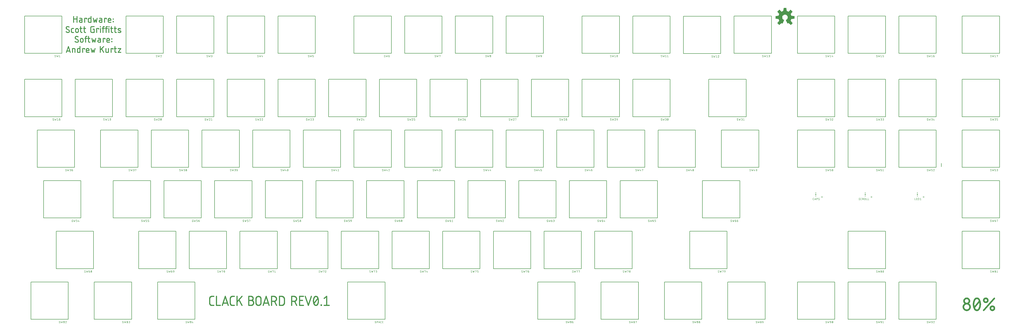
<source format=gto>
G04 EAGLE Gerber X2 export*
%TF.Part,Single*%
%TF.FileFunction,Other,Top Silkscreen*%
%TF.FilePolarity,Positive*%
%TF.GenerationSoftware,Autodesk,EAGLE,8.6.0*%
%TF.CreationDate,2018-02-08T03:27:37Z*%
G75*
%MOMM*%
%FSLAX34Y34*%
%LPD*%
%AMOC8*
5,1,8,0,0,1.08239X$1,22.5*%
G01*
%ADD10C,0.457200*%
%ADD11C,0.304800*%
%ADD12C,0.609600*%
%ADD13C,0.127000*%
%ADD14C,0.101600*%
%ADD15C,0.076200*%
%ADD16R,0.300000X0.150000*%
%ADD17R,0.300000X0.300000*%
%ADD18C,0.203200*%

G36*
X2922313Y1154056D02*
X2922313Y1154056D01*
X2922421Y1154066D01*
X2922434Y1154072D01*
X2922448Y1154074D01*
X2922545Y1154122D01*
X2922644Y1154167D01*
X2922657Y1154178D01*
X2922666Y1154182D01*
X2922681Y1154198D01*
X2922758Y1154260D01*
X2928790Y1160292D01*
X2928840Y1160363D01*
X2928845Y1160368D01*
X2928847Y1160371D01*
X2928853Y1160380D01*
X2928919Y1160466D01*
X2928924Y1160479D01*
X2928932Y1160491D01*
X2928963Y1160594D01*
X2928999Y1160697D01*
X2928999Y1160711D01*
X2929003Y1160724D01*
X2928999Y1160832D01*
X2929000Y1160941D01*
X2928995Y1160954D01*
X2928995Y1160968D01*
X2928957Y1161070D01*
X2928922Y1161172D01*
X2928913Y1161187D01*
X2928909Y1161196D01*
X2928895Y1161213D01*
X2928841Y1161295D01*
X2921987Y1169701D01*
X2923025Y1171587D01*
X2923033Y1171609D01*
X2923061Y1171661D01*
X2924078Y1174117D01*
X2924084Y1174140D01*
X2924106Y1174195D01*
X2924705Y1176263D01*
X2935495Y1177360D01*
X2935599Y1177388D01*
X2935705Y1177413D01*
X2935717Y1177420D01*
X2935730Y1177423D01*
X2935820Y1177484D01*
X2935913Y1177541D01*
X2935921Y1177552D01*
X2935933Y1177560D01*
X2935999Y1177646D01*
X2936068Y1177730D01*
X2936072Y1177743D01*
X2936081Y1177754D01*
X2936115Y1177857D01*
X2936154Y1177958D01*
X2936155Y1177976D01*
X2936159Y1177985D01*
X2936159Y1178007D01*
X2936168Y1178105D01*
X2936168Y1186635D01*
X2936151Y1186742D01*
X2936137Y1186850D01*
X2936131Y1186862D01*
X2936129Y1186876D01*
X2936077Y1186972D01*
X2936030Y1187069D01*
X2936020Y1187079D01*
X2936014Y1187091D01*
X2935934Y1187165D01*
X2935858Y1187242D01*
X2935846Y1187248D01*
X2935836Y1187258D01*
X2935737Y1187303D01*
X2935640Y1187351D01*
X2935622Y1187355D01*
X2935613Y1187359D01*
X2935592Y1187361D01*
X2935495Y1187380D01*
X2924705Y1188477D01*
X2924106Y1190545D01*
X2924095Y1190566D01*
X2924078Y1190623D01*
X2923285Y1192539D01*
X2923061Y1193079D01*
X2923048Y1193099D01*
X2923025Y1193153D01*
X2921987Y1195039D01*
X2928841Y1203445D01*
X2928895Y1203539D01*
X2928952Y1203631D01*
X2928955Y1203644D01*
X2928962Y1203656D01*
X2928983Y1203763D01*
X2929008Y1203868D01*
X2929006Y1203882D01*
X2929009Y1203896D01*
X2928994Y1204003D01*
X2928984Y1204111D01*
X2928978Y1204124D01*
X2928976Y1204138D01*
X2928928Y1204235D01*
X2928883Y1204334D01*
X2928872Y1204347D01*
X2928868Y1204356D01*
X2928852Y1204371D01*
X2928790Y1204448D01*
X2922758Y1210480D01*
X2922670Y1210543D01*
X2922584Y1210609D01*
X2922571Y1210614D01*
X2922559Y1210622D01*
X2922456Y1210653D01*
X2922353Y1210689D01*
X2922339Y1210689D01*
X2922326Y1210693D01*
X2922218Y1210689D01*
X2922109Y1210690D01*
X2922096Y1210685D01*
X2922082Y1210685D01*
X2921980Y1210647D01*
X2921878Y1210612D01*
X2921863Y1210603D01*
X2921854Y1210599D01*
X2921837Y1210585D01*
X2921755Y1210531D01*
X2913349Y1203677D01*
X2911463Y1204715D01*
X2911441Y1204723D01*
X2911389Y1204751D01*
X2908933Y1205768D01*
X2908910Y1205774D01*
X2908855Y1205796D01*
X2906787Y1206395D01*
X2905690Y1217185D01*
X2905662Y1217289D01*
X2905637Y1217395D01*
X2905630Y1217407D01*
X2905627Y1217420D01*
X2905566Y1217510D01*
X2905509Y1217603D01*
X2905498Y1217611D01*
X2905490Y1217623D01*
X2905404Y1217689D01*
X2905320Y1217758D01*
X2905307Y1217762D01*
X2905296Y1217771D01*
X2905193Y1217805D01*
X2905092Y1217844D01*
X2905074Y1217845D01*
X2905065Y1217849D01*
X2905043Y1217849D01*
X2904945Y1217858D01*
X2896415Y1217858D01*
X2896308Y1217841D01*
X2896200Y1217827D01*
X2896188Y1217821D01*
X2896174Y1217819D01*
X2896078Y1217767D01*
X2895981Y1217720D01*
X2895971Y1217710D01*
X2895959Y1217704D01*
X2895885Y1217624D01*
X2895808Y1217548D01*
X2895802Y1217536D01*
X2895792Y1217526D01*
X2895747Y1217427D01*
X2895699Y1217330D01*
X2895695Y1217312D01*
X2895691Y1217303D01*
X2895689Y1217282D01*
X2895670Y1217185D01*
X2894573Y1206395D01*
X2892505Y1205796D01*
X2892484Y1205785D01*
X2892427Y1205768D01*
X2889971Y1204751D01*
X2889951Y1204738D01*
X2889897Y1204715D01*
X2888011Y1203677D01*
X2879605Y1210531D01*
X2879511Y1210585D01*
X2879419Y1210642D01*
X2879406Y1210645D01*
X2879394Y1210652D01*
X2879287Y1210673D01*
X2879182Y1210698D01*
X2879168Y1210696D01*
X2879154Y1210699D01*
X2879047Y1210684D01*
X2878939Y1210674D01*
X2878926Y1210668D01*
X2878913Y1210666D01*
X2878815Y1210618D01*
X2878716Y1210573D01*
X2878703Y1210562D01*
X2878694Y1210558D01*
X2878679Y1210542D01*
X2878602Y1210480D01*
X2872570Y1204448D01*
X2872507Y1204360D01*
X2872441Y1204274D01*
X2872436Y1204261D01*
X2872428Y1204249D01*
X2872397Y1204146D01*
X2872361Y1204043D01*
X2872361Y1204029D01*
X2872357Y1204016D01*
X2872361Y1203908D01*
X2872360Y1203799D01*
X2872365Y1203786D01*
X2872365Y1203772D01*
X2872403Y1203670D01*
X2872438Y1203568D01*
X2872447Y1203553D01*
X2872451Y1203544D01*
X2872465Y1203527D01*
X2872519Y1203445D01*
X2879373Y1195039D01*
X2878335Y1193153D01*
X2878327Y1193131D01*
X2878299Y1193079D01*
X2877282Y1190623D01*
X2877276Y1190600D01*
X2877254Y1190545D01*
X2876655Y1188477D01*
X2865865Y1187380D01*
X2865761Y1187352D01*
X2865655Y1187327D01*
X2865643Y1187320D01*
X2865630Y1187317D01*
X2865540Y1187256D01*
X2865447Y1187199D01*
X2865439Y1187188D01*
X2865427Y1187180D01*
X2865361Y1187094D01*
X2865293Y1187010D01*
X2865288Y1186997D01*
X2865279Y1186986D01*
X2865245Y1186883D01*
X2865206Y1186782D01*
X2865205Y1186764D01*
X2865201Y1186755D01*
X2865202Y1186733D01*
X2865192Y1186635D01*
X2865192Y1178105D01*
X2865209Y1177998D01*
X2865223Y1177890D01*
X2865229Y1177878D01*
X2865231Y1177864D01*
X2865283Y1177768D01*
X2865330Y1177671D01*
X2865340Y1177661D01*
X2865346Y1177649D01*
X2865426Y1177575D01*
X2865502Y1177498D01*
X2865514Y1177492D01*
X2865525Y1177482D01*
X2865623Y1177437D01*
X2865720Y1177389D01*
X2865738Y1177385D01*
X2865747Y1177381D01*
X2865768Y1177379D01*
X2865865Y1177360D01*
X2876655Y1176263D01*
X2877254Y1174195D01*
X2877265Y1174174D01*
X2877282Y1174117D01*
X2877337Y1173984D01*
X2878268Y1171737D01*
X2878268Y1171736D01*
X2878299Y1171661D01*
X2878312Y1171641D01*
X2878335Y1171587D01*
X2879373Y1169701D01*
X2872519Y1161295D01*
X2872465Y1161201D01*
X2872408Y1161109D01*
X2872405Y1161096D01*
X2872398Y1161084D01*
X2872377Y1160977D01*
X2872352Y1160872D01*
X2872354Y1160858D01*
X2872351Y1160844D01*
X2872366Y1160737D01*
X2872376Y1160629D01*
X2872382Y1160616D01*
X2872384Y1160603D01*
X2872432Y1160505D01*
X2872477Y1160406D01*
X2872488Y1160393D01*
X2872492Y1160384D01*
X2872508Y1160369D01*
X2872570Y1160292D01*
X2878602Y1154260D01*
X2878690Y1154197D01*
X2878776Y1154131D01*
X2878789Y1154126D01*
X2878801Y1154118D01*
X2878904Y1154087D01*
X2879007Y1154051D01*
X2879021Y1154051D01*
X2879034Y1154047D01*
X2879142Y1154051D01*
X2879251Y1154050D01*
X2879264Y1154055D01*
X2879278Y1154055D01*
X2879380Y1154093D01*
X2879482Y1154128D01*
X2879497Y1154137D01*
X2879506Y1154141D01*
X2879523Y1154155D01*
X2879605Y1154209D01*
X2888005Y1161058D01*
X2889292Y1160326D01*
X2889311Y1160319D01*
X2889347Y1160298D01*
X2891156Y1159459D01*
X2891194Y1159449D01*
X2891230Y1159430D01*
X2891311Y1159416D01*
X2891391Y1159394D01*
X2891431Y1159396D01*
X2891470Y1159390D01*
X2891552Y1159403D01*
X2891635Y1159408D01*
X2891672Y1159423D01*
X2891711Y1159429D01*
X2891784Y1159468D01*
X2891861Y1159499D01*
X2891891Y1159525D01*
X2891927Y1159544D01*
X2891983Y1159604D01*
X2892046Y1159658D01*
X2892066Y1159693D01*
X2892094Y1159722D01*
X2892163Y1159852D01*
X2897186Y1171978D01*
X2897212Y1172090D01*
X2897241Y1172202D01*
X2897240Y1172209D01*
X2897242Y1172216D01*
X2897230Y1172330D01*
X2897221Y1172445D01*
X2897219Y1172451D01*
X2897218Y1172459D01*
X2897170Y1172563D01*
X2897125Y1172669D01*
X2897120Y1172674D01*
X2897117Y1172681D01*
X2897039Y1172765D01*
X2896962Y1172850D01*
X2896954Y1172855D01*
X2896950Y1172859D01*
X2896937Y1172866D01*
X2896838Y1172931D01*
X2895260Y1173746D01*
X2893892Y1174775D01*
X2892716Y1176019D01*
X2891765Y1177443D01*
X2891065Y1179006D01*
X2890638Y1180664D01*
X2890494Y1182366D01*
X2890674Y1184272D01*
X2891205Y1186107D01*
X2892069Y1187810D01*
X2893236Y1189322D01*
X2894665Y1190589D01*
X2896305Y1191568D01*
X2898100Y1192223D01*
X2899985Y1192531D01*
X2901894Y1192483D01*
X2903761Y1192078D01*
X2905519Y1191332D01*
X2907107Y1190271D01*
X2908470Y1188932D01*
X2909558Y1187362D01*
X2910334Y1185617D01*
X2910770Y1183757D01*
X2910852Y1181849D01*
X2910576Y1179959D01*
X2909951Y1178154D01*
X2909001Y1176497D01*
X2907758Y1175046D01*
X2906266Y1173854D01*
X2904516Y1172927D01*
X2904427Y1172860D01*
X2904337Y1172795D01*
X2904330Y1172786D01*
X2904321Y1172780D01*
X2904259Y1172687D01*
X2904194Y1172597D01*
X2904191Y1172586D01*
X2904185Y1172577D01*
X2904156Y1172470D01*
X2904123Y1172364D01*
X2904124Y1172353D01*
X2904121Y1172342D01*
X2904127Y1172230D01*
X2904131Y1172120D01*
X2904135Y1172106D01*
X2904136Y1172098D01*
X2904143Y1172080D01*
X2904174Y1171978D01*
X2904584Y1170987D01*
X2905515Y1168740D01*
X2905515Y1168739D01*
X2906446Y1166492D01*
X2906447Y1166492D01*
X2907378Y1164244D01*
X2908309Y1161996D01*
X2909197Y1159852D01*
X2909218Y1159818D01*
X2909231Y1159781D01*
X2909282Y1159715D01*
X2909326Y1159645D01*
X2909357Y1159620D01*
X2909381Y1159588D01*
X2909450Y1159543D01*
X2909514Y1159490D01*
X2909552Y1159476D01*
X2909585Y1159454D01*
X2909665Y1159433D01*
X2909743Y1159404D01*
X2909783Y1159403D01*
X2909821Y1159393D01*
X2909904Y1159399D01*
X2909986Y1159396D01*
X2910025Y1159408D01*
X2910065Y1159411D01*
X2910204Y1159459D01*
X2912013Y1160298D01*
X2912029Y1160309D01*
X2912068Y1160326D01*
X2913355Y1161058D01*
X2921755Y1154209D01*
X2921849Y1154155D01*
X2921941Y1154098D01*
X2921954Y1154095D01*
X2921966Y1154088D01*
X2922073Y1154067D01*
X2922178Y1154042D01*
X2922192Y1154044D01*
X2922206Y1154041D01*
X2922313Y1154056D01*
G37*
D10*
X758867Y102616D02*
X751417Y102616D01*
X751237Y102618D01*
X751057Y102625D01*
X750877Y102636D01*
X750698Y102651D01*
X750519Y102670D01*
X750340Y102694D01*
X750163Y102722D01*
X749985Y102755D01*
X749809Y102792D01*
X749634Y102833D01*
X749460Y102878D01*
X749286Y102927D01*
X749115Y102981D01*
X748944Y103038D01*
X748775Y103100D01*
X748607Y103166D01*
X748441Y103236D01*
X748277Y103310D01*
X748115Y103388D01*
X747954Y103469D01*
X747796Y103555D01*
X747640Y103644D01*
X747486Y103738D01*
X747334Y103834D01*
X747184Y103935D01*
X747037Y104039D01*
X746893Y104147D01*
X746751Y104258D01*
X746612Y104372D01*
X746476Y104490D01*
X746343Y104611D01*
X746212Y104735D01*
X746085Y104862D01*
X745961Y104993D01*
X745840Y105126D01*
X745722Y105262D01*
X745608Y105401D01*
X745497Y105543D01*
X745389Y105687D01*
X745285Y105834D01*
X745184Y105984D01*
X745088Y106136D01*
X744994Y106290D01*
X744905Y106446D01*
X744819Y106604D01*
X744738Y106765D01*
X744660Y106927D01*
X744586Y107091D01*
X744516Y107257D01*
X744450Y107425D01*
X744388Y107594D01*
X744331Y107765D01*
X744277Y107936D01*
X744228Y108110D01*
X744183Y108284D01*
X744142Y108459D01*
X744105Y108635D01*
X744072Y108813D01*
X744044Y108990D01*
X744020Y109169D01*
X744001Y109348D01*
X743986Y109527D01*
X743975Y109707D01*
X743968Y109887D01*
X743966Y110067D01*
X743966Y128693D01*
X743968Y128876D01*
X743975Y129059D01*
X743986Y129241D01*
X744002Y129423D01*
X744022Y129605D01*
X744047Y129786D01*
X744076Y129967D01*
X744109Y130147D01*
X744147Y130326D01*
X744189Y130503D01*
X744236Y130680D01*
X744287Y130856D01*
X744342Y131030D01*
X744402Y131203D01*
X744465Y131375D01*
X744533Y131544D01*
X744605Y131712D01*
X744681Y131879D01*
X744762Y132043D01*
X744846Y132205D01*
X744934Y132366D01*
X745026Y132524D01*
X745122Y132679D01*
X745222Y132833D01*
X745325Y132983D01*
X745432Y133132D01*
X745543Y133277D01*
X745657Y133420D01*
X745775Y133560D01*
X745896Y133697D01*
X746021Y133831D01*
X746148Y133962D01*
X746279Y134089D01*
X746413Y134214D01*
X746550Y134335D01*
X746690Y134453D01*
X746833Y134567D01*
X746978Y134678D01*
X747127Y134785D01*
X747277Y134888D01*
X747431Y134988D01*
X747586Y135084D01*
X747744Y135176D01*
X747905Y135264D01*
X748067Y135348D01*
X748231Y135429D01*
X748398Y135505D01*
X748566Y135577D01*
X748735Y135645D01*
X748907Y135708D01*
X749080Y135768D01*
X749254Y135823D01*
X749430Y135874D01*
X749607Y135921D01*
X749784Y135963D01*
X749963Y136001D01*
X750143Y136034D01*
X750324Y136063D01*
X750505Y136088D01*
X750687Y136108D01*
X750869Y136124D01*
X751051Y136135D01*
X751234Y136142D01*
X751417Y136144D01*
X758867Y136144D01*
X768754Y136144D02*
X768754Y102616D01*
X783655Y102616D01*
X790689Y102616D02*
X801865Y136144D01*
X813041Y102616D01*
X810247Y110998D02*
X793483Y110998D01*
X828569Y102616D02*
X836020Y102616D01*
X828569Y102616D02*
X828389Y102618D01*
X828209Y102625D01*
X828029Y102636D01*
X827850Y102651D01*
X827671Y102670D01*
X827492Y102694D01*
X827315Y102722D01*
X827137Y102755D01*
X826961Y102792D01*
X826786Y102833D01*
X826612Y102878D01*
X826438Y102927D01*
X826267Y102981D01*
X826096Y103038D01*
X825927Y103100D01*
X825759Y103166D01*
X825593Y103236D01*
X825429Y103310D01*
X825267Y103388D01*
X825106Y103469D01*
X824948Y103555D01*
X824792Y103644D01*
X824638Y103738D01*
X824486Y103834D01*
X824336Y103935D01*
X824189Y104039D01*
X824045Y104147D01*
X823903Y104258D01*
X823764Y104372D01*
X823628Y104490D01*
X823495Y104611D01*
X823364Y104735D01*
X823237Y104862D01*
X823113Y104993D01*
X822992Y105126D01*
X822874Y105262D01*
X822760Y105401D01*
X822649Y105543D01*
X822541Y105687D01*
X822437Y105834D01*
X822336Y105984D01*
X822240Y106136D01*
X822146Y106290D01*
X822057Y106446D01*
X821971Y106604D01*
X821890Y106765D01*
X821812Y106927D01*
X821738Y107091D01*
X821668Y107257D01*
X821602Y107425D01*
X821540Y107594D01*
X821483Y107765D01*
X821429Y107936D01*
X821380Y108110D01*
X821335Y108284D01*
X821294Y108459D01*
X821257Y108635D01*
X821224Y108813D01*
X821196Y108990D01*
X821172Y109169D01*
X821153Y109348D01*
X821138Y109527D01*
X821127Y109707D01*
X821120Y109887D01*
X821118Y110067D01*
X821118Y128693D01*
X821120Y128876D01*
X821127Y129059D01*
X821138Y129241D01*
X821154Y129423D01*
X821174Y129605D01*
X821199Y129786D01*
X821228Y129967D01*
X821261Y130147D01*
X821299Y130326D01*
X821341Y130503D01*
X821388Y130680D01*
X821439Y130856D01*
X821494Y131030D01*
X821554Y131203D01*
X821617Y131375D01*
X821685Y131544D01*
X821757Y131712D01*
X821833Y131879D01*
X821914Y132043D01*
X821998Y132205D01*
X822086Y132366D01*
X822178Y132524D01*
X822274Y132679D01*
X822374Y132833D01*
X822477Y132983D01*
X822584Y133132D01*
X822695Y133277D01*
X822809Y133420D01*
X822927Y133560D01*
X823048Y133697D01*
X823173Y133831D01*
X823300Y133962D01*
X823431Y134089D01*
X823565Y134214D01*
X823702Y134335D01*
X823842Y134453D01*
X823985Y134567D01*
X824130Y134678D01*
X824279Y134785D01*
X824429Y134888D01*
X824583Y134988D01*
X824738Y135084D01*
X824896Y135176D01*
X825057Y135264D01*
X825219Y135348D01*
X825383Y135429D01*
X825550Y135505D01*
X825718Y135577D01*
X825887Y135645D01*
X826059Y135708D01*
X826232Y135768D01*
X826406Y135823D01*
X826582Y135874D01*
X826759Y135921D01*
X826936Y135963D01*
X827115Y136001D01*
X827295Y136034D01*
X827476Y136063D01*
X827657Y136088D01*
X827839Y136108D01*
X828021Y136124D01*
X828203Y136135D01*
X828386Y136142D01*
X828569Y136144D01*
X836020Y136144D01*
X845962Y136144D02*
X845962Y102616D01*
X845962Y115655D02*
X864589Y136144D01*
X853413Y123105D02*
X864589Y102616D01*
X889777Y121243D02*
X899091Y121243D01*
X899091Y121242D02*
X899318Y121239D01*
X899544Y121231D01*
X899771Y121217D01*
X899997Y121198D01*
X900222Y121173D01*
X900447Y121143D01*
X900671Y121107D01*
X900894Y121066D01*
X901116Y121019D01*
X901337Y120967D01*
X901556Y120910D01*
X901774Y120847D01*
X901990Y120779D01*
X902205Y120706D01*
X902418Y120627D01*
X902629Y120544D01*
X902837Y120455D01*
X903044Y120361D01*
X903248Y120263D01*
X903450Y120159D01*
X903649Y120050D01*
X903845Y119937D01*
X904039Y119819D01*
X904230Y119696D01*
X904417Y119569D01*
X904602Y119437D01*
X904783Y119300D01*
X904961Y119159D01*
X905135Y119014D01*
X905306Y118865D01*
X905473Y118712D01*
X905636Y118554D01*
X905795Y118393D01*
X905951Y118228D01*
X906102Y118059D01*
X906249Y117886D01*
X906392Y117710D01*
X906531Y117531D01*
X906665Y117348D01*
X906795Y117162D01*
X906920Y116973D01*
X907041Y116781D01*
X907156Y116586D01*
X907267Y116388D01*
X907373Y116187D01*
X907475Y115984D01*
X907571Y115779D01*
X907662Y115571D01*
X907748Y115362D01*
X907829Y115150D01*
X907905Y114936D01*
X907976Y114720D01*
X908041Y114503D01*
X908101Y114285D01*
X908156Y114064D01*
X908205Y113843D01*
X908249Y113621D01*
X908288Y113397D01*
X908321Y113173D01*
X908348Y112948D01*
X908370Y112722D01*
X908387Y112496D01*
X908398Y112269D01*
X908403Y112042D01*
X908403Y111816D01*
X908398Y111589D01*
X908387Y111362D01*
X908370Y111136D01*
X908348Y110910D01*
X908321Y110685D01*
X908288Y110461D01*
X908249Y110237D01*
X908205Y110015D01*
X908156Y109794D01*
X908101Y109573D01*
X908041Y109355D01*
X907976Y109138D01*
X907905Y108922D01*
X907829Y108708D01*
X907748Y108496D01*
X907662Y108287D01*
X907571Y108079D01*
X907475Y107874D01*
X907373Y107671D01*
X907267Y107470D01*
X907156Y107273D01*
X907041Y107077D01*
X906920Y106885D01*
X906795Y106696D01*
X906665Y106510D01*
X906531Y106327D01*
X906392Y106148D01*
X906249Y105972D01*
X906102Y105799D01*
X905951Y105630D01*
X905795Y105465D01*
X905636Y105304D01*
X905473Y105146D01*
X905306Y104993D01*
X905135Y104844D01*
X904961Y104699D01*
X904783Y104558D01*
X904602Y104421D01*
X904417Y104289D01*
X904230Y104162D01*
X904039Y104039D01*
X903845Y103921D01*
X903649Y103808D01*
X903450Y103699D01*
X903248Y103595D01*
X903044Y103497D01*
X902837Y103403D01*
X902629Y103314D01*
X902418Y103231D01*
X902205Y103152D01*
X901990Y103079D01*
X901774Y103011D01*
X901556Y102948D01*
X901337Y102891D01*
X901116Y102839D01*
X900894Y102792D01*
X900671Y102751D01*
X900447Y102715D01*
X900222Y102685D01*
X899997Y102660D01*
X899771Y102641D01*
X899544Y102627D01*
X899318Y102619D01*
X899091Y102616D01*
X889777Y102616D01*
X889777Y136144D01*
X899091Y136144D01*
X899272Y136142D01*
X899454Y136135D01*
X899635Y136124D01*
X899816Y136109D01*
X899996Y136089D01*
X900176Y136065D01*
X900355Y136036D01*
X900533Y136003D01*
X900711Y135966D01*
X900888Y135924D01*
X901063Y135878D01*
X901238Y135828D01*
X901411Y135774D01*
X901582Y135715D01*
X901753Y135652D01*
X901921Y135585D01*
X902088Y135515D01*
X902254Y135439D01*
X902417Y135360D01*
X902578Y135278D01*
X902738Y135191D01*
X902895Y135100D01*
X903050Y135005D01*
X903202Y134907D01*
X903352Y134805D01*
X903500Y134700D01*
X903645Y134590D01*
X903787Y134478D01*
X903927Y134362D01*
X904063Y134242D01*
X904197Y134120D01*
X904327Y133994D01*
X904455Y133865D01*
X904579Y133732D01*
X904700Y133597D01*
X904818Y133459D01*
X904933Y133318D01*
X905043Y133175D01*
X905151Y133028D01*
X905255Y132880D01*
X905355Y132728D01*
X905451Y132575D01*
X905544Y132419D01*
X905633Y132260D01*
X905717Y132100D01*
X905798Y131938D01*
X905876Y131773D01*
X905948Y131607D01*
X906017Y131439D01*
X906082Y131270D01*
X906143Y131099D01*
X906199Y130926D01*
X906252Y130753D01*
X906300Y130578D01*
X906343Y130402D01*
X906383Y130224D01*
X906418Y130046D01*
X906449Y129868D01*
X906475Y129688D01*
X906497Y129508D01*
X906515Y129327D01*
X906528Y129146D01*
X906537Y128965D01*
X906541Y128784D01*
X906541Y128602D01*
X906537Y128421D01*
X906528Y128240D01*
X906515Y128059D01*
X906497Y127878D01*
X906475Y127698D01*
X906449Y127518D01*
X906418Y127340D01*
X906383Y127162D01*
X906343Y126984D01*
X906300Y126808D01*
X906252Y126633D01*
X906199Y126460D01*
X906143Y126287D01*
X906082Y126116D01*
X906017Y125947D01*
X905948Y125779D01*
X905876Y125613D01*
X905798Y125448D01*
X905717Y125286D01*
X905633Y125126D01*
X905544Y124968D01*
X905451Y124811D01*
X905355Y124658D01*
X905255Y124506D01*
X905151Y124358D01*
X905043Y124211D01*
X904933Y124068D01*
X904818Y123927D01*
X904700Y123789D01*
X904579Y123654D01*
X904455Y123521D01*
X904327Y123392D01*
X904197Y123266D01*
X904063Y123144D01*
X903927Y123024D01*
X903787Y122908D01*
X903645Y122796D01*
X903500Y122686D01*
X903352Y122581D01*
X903202Y122479D01*
X903050Y122381D01*
X902895Y122286D01*
X902738Y122195D01*
X902578Y122108D01*
X902417Y122026D01*
X902254Y121947D01*
X902088Y121871D01*
X901921Y121801D01*
X901753Y121734D01*
X901582Y121671D01*
X901411Y121612D01*
X901238Y121558D01*
X901063Y121508D01*
X900888Y121462D01*
X900711Y121420D01*
X900533Y121383D01*
X900355Y121350D01*
X900176Y121321D01*
X899996Y121297D01*
X899816Y121277D01*
X899635Y121262D01*
X899454Y121251D01*
X899272Y121244D01*
X899091Y121242D01*
X917329Y126831D02*
X917329Y111929D01*
X917330Y126831D02*
X917333Y127058D01*
X917341Y127284D01*
X917355Y127511D01*
X917374Y127737D01*
X917399Y127962D01*
X917429Y128187D01*
X917465Y128411D01*
X917506Y128634D01*
X917553Y128856D01*
X917605Y129077D01*
X917662Y129296D01*
X917725Y129514D01*
X917793Y129730D01*
X917866Y129945D01*
X917945Y130158D01*
X918028Y130369D01*
X918117Y130577D01*
X918211Y130784D01*
X918309Y130988D01*
X918413Y131190D01*
X918522Y131389D01*
X918635Y131585D01*
X918753Y131779D01*
X918876Y131970D01*
X919003Y132157D01*
X919135Y132342D01*
X919272Y132523D01*
X919413Y132701D01*
X919558Y132875D01*
X919707Y133046D01*
X919860Y133213D01*
X920018Y133376D01*
X920179Y133535D01*
X920344Y133691D01*
X920513Y133842D01*
X920686Y133989D01*
X920862Y134132D01*
X921041Y134271D01*
X921224Y134405D01*
X921410Y134535D01*
X921599Y134660D01*
X921791Y134781D01*
X921987Y134896D01*
X922184Y135007D01*
X922385Y135113D01*
X922588Y135215D01*
X922793Y135311D01*
X923001Y135402D01*
X923210Y135488D01*
X923422Y135569D01*
X923636Y135645D01*
X923852Y135716D01*
X924069Y135781D01*
X924287Y135841D01*
X924508Y135896D01*
X924729Y135945D01*
X924951Y135989D01*
X925175Y136028D01*
X925399Y136061D01*
X925624Y136088D01*
X925850Y136110D01*
X926076Y136127D01*
X926303Y136138D01*
X926530Y136143D01*
X926756Y136143D01*
X926983Y136138D01*
X927210Y136127D01*
X927436Y136110D01*
X927662Y136088D01*
X927887Y136061D01*
X928111Y136028D01*
X928335Y135989D01*
X928557Y135945D01*
X928778Y135896D01*
X928999Y135841D01*
X929217Y135781D01*
X929434Y135716D01*
X929650Y135645D01*
X929864Y135569D01*
X930076Y135488D01*
X930285Y135402D01*
X930493Y135311D01*
X930698Y135215D01*
X930901Y135113D01*
X931102Y135007D01*
X931300Y134896D01*
X931495Y134781D01*
X931687Y134660D01*
X931876Y134535D01*
X932062Y134405D01*
X932245Y134271D01*
X932424Y134132D01*
X932600Y133989D01*
X932773Y133842D01*
X932942Y133691D01*
X933107Y133535D01*
X933268Y133376D01*
X933426Y133213D01*
X933579Y133046D01*
X933728Y132875D01*
X933873Y132701D01*
X934014Y132523D01*
X934151Y132342D01*
X934283Y132157D01*
X934410Y131970D01*
X934533Y131779D01*
X934651Y131585D01*
X934764Y131389D01*
X934873Y131190D01*
X934977Y130988D01*
X935075Y130784D01*
X935169Y130577D01*
X935258Y130369D01*
X935341Y130158D01*
X935420Y129945D01*
X935493Y129730D01*
X935561Y129514D01*
X935624Y129296D01*
X935681Y129077D01*
X935733Y128856D01*
X935780Y128634D01*
X935821Y128411D01*
X935857Y128187D01*
X935887Y127962D01*
X935912Y127737D01*
X935931Y127511D01*
X935945Y127284D01*
X935953Y127058D01*
X935956Y126831D01*
X935956Y111929D01*
X935953Y111702D01*
X935945Y111476D01*
X935931Y111249D01*
X935912Y111023D01*
X935887Y110798D01*
X935857Y110573D01*
X935821Y110349D01*
X935780Y110126D01*
X935733Y109904D01*
X935681Y109683D01*
X935624Y109464D01*
X935561Y109246D01*
X935493Y109030D01*
X935420Y108815D01*
X935341Y108602D01*
X935258Y108391D01*
X935169Y108183D01*
X935075Y107976D01*
X934977Y107772D01*
X934873Y107570D01*
X934764Y107371D01*
X934651Y107175D01*
X934533Y106981D01*
X934410Y106790D01*
X934283Y106603D01*
X934151Y106418D01*
X934014Y106237D01*
X933873Y106059D01*
X933728Y105885D01*
X933579Y105714D01*
X933426Y105547D01*
X933268Y105384D01*
X933107Y105225D01*
X932942Y105069D01*
X932773Y104918D01*
X932600Y104771D01*
X932424Y104628D01*
X932245Y104489D01*
X932062Y104355D01*
X931876Y104225D01*
X931687Y104100D01*
X931495Y103979D01*
X931300Y103864D01*
X931102Y103753D01*
X930901Y103647D01*
X930698Y103545D01*
X930493Y103449D01*
X930285Y103358D01*
X930076Y103272D01*
X929864Y103191D01*
X929650Y103115D01*
X929434Y103044D01*
X929217Y102979D01*
X928999Y102919D01*
X928778Y102864D01*
X928557Y102815D01*
X928335Y102771D01*
X928111Y102732D01*
X927887Y102699D01*
X927662Y102672D01*
X927436Y102650D01*
X927210Y102633D01*
X926983Y102622D01*
X926756Y102617D01*
X926530Y102617D01*
X926303Y102622D01*
X926076Y102633D01*
X925850Y102650D01*
X925624Y102672D01*
X925399Y102699D01*
X925175Y102732D01*
X924951Y102771D01*
X924729Y102815D01*
X924508Y102864D01*
X924287Y102919D01*
X924069Y102979D01*
X923852Y103044D01*
X923636Y103115D01*
X923422Y103191D01*
X923210Y103272D01*
X923001Y103358D01*
X922793Y103449D01*
X922588Y103545D01*
X922385Y103647D01*
X922184Y103753D01*
X921987Y103864D01*
X921791Y103979D01*
X921599Y104100D01*
X921410Y104225D01*
X921224Y104355D01*
X921041Y104489D01*
X920862Y104628D01*
X920686Y104771D01*
X920513Y104918D01*
X920344Y105069D01*
X920179Y105225D01*
X920018Y105384D01*
X919860Y105547D01*
X919707Y105714D01*
X919558Y105885D01*
X919413Y106059D01*
X919272Y106237D01*
X919135Y106418D01*
X919003Y106603D01*
X918876Y106790D01*
X918753Y106981D01*
X918635Y107175D01*
X918522Y107371D01*
X918413Y107570D01*
X918309Y107772D01*
X918211Y107976D01*
X918117Y108183D01*
X918028Y108391D01*
X917945Y108602D01*
X917866Y108815D01*
X917793Y109030D01*
X917725Y109246D01*
X917662Y109464D01*
X917605Y109683D01*
X917553Y109904D01*
X917506Y110126D01*
X917465Y110349D01*
X917429Y110573D01*
X917399Y110798D01*
X917374Y111023D01*
X917355Y111249D01*
X917341Y111476D01*
X917333Y111702D01*
X917330Y111929D01*
X944042Y102616D02*
X955218Y136144D01*
X966394Y102616D01*
X963600Y110998D02*
X946836Y110998D01*
X975462Y102616D02*
X975462Y136144D01*
X984775Y136144D01*
X985002Y136141D01*
X985228Y136133D01*
X985455Y136119D01*
X985681Y136100D01*
X985906Y136075D01*
X986131Y136045D01*
X986355Y136009D01*
X986578Y135968D01*
X986800Y135921D01*
X987021Y135869D01*
X987240Y135812D01*
X987458Y135749D01*
X987674Y135681D01*
X987889Y135608D01*
X988102Y135529D01*
X988313Y135446D01*
X988521Y135357D01*
X988728Y135263D01*
X988932Y135165D01*
X989134Y135061D01*
X989333Y134952D01*
X989529Y134839D01*
X989723Y134721D01*
X989914Y134598D01*
X990101Y134471D01*
X990286Y134339D01*
X990467Y134202D01*
X990645Y134061D01*
X990819Y133916D01*
X990990Y133767D01*
X991157Y133614D01*
X991320Y133456D01*
X991479Y133295D01*
X991635Y133130D01*
X991786Y132961D01*
X991933Y132788D01*
X992076Y132612D01*
X992215Y132433D01*
X992349Y132250D01*
X992479Y132064D01*
X992604Y131875D01*
X992725Y131683D01*
X992840Y131488D01*
X992951Y131290D01*
X993057Y131089D01*
X993159Y130886D01*
X993255Y130681D01*
X993346Y130473D01*
X993432Y130264D01*
X993513Y130052D01*
X993589Y129838D01*
X993660Y129622D01*
X993725Y129405D01*
X993785Y129187D01*
X993840Y128966D01*
X993889Y128745D01*
X993933Y128523D01*
X993972Y128299D01*
X994005Y128075D01*
X994032Y127850D01*
X994054Y127624D01*
X994071Y127398D01*
X994082Y127171D01*
X994087Y126944D01*
X994087Y126718D01*
X994082Y126491D01*
X994071Y126264D01*
X994054Y126038D01*
X994032Y125812D01*
X994005Y125587D01*
X993972Y125363D01*
X993933Y125139D01*
X993889Y124917D01*
X993840Y124696D01*
X993785Y124475D01*
X993725Y124257D01*
X993660Y124040D01*
X993589Y123824D01*
X993513Y123610D01*
X993432Y123398D01*
X993346Y123189D01*
X993255Y122981D01*
X993159Y122776D01*
X993057Y122573D01*
X992951Y122372D01*
X992840Y122175D01*
X992725Y121979D01*
X992604Y121787D01*
X992479Y121598D01*
X992349Y121412D01*
X992215Y121229D01*
X992076Y121050D01*
X991933Y120874D01*
X991786Y120701D01*
X991635Y120532D01*
X991479Y120367D01*
X991320Y120206D01*
X991157Y120048D01*
X990990Y119895D01*
X990819Y119746D01*
X990645Y119601D01*
X990467Y119460D01*
X990286Y119323D01*
X990101Y119191D01*
X989914Y119064D01*
X989723Y118941D01*
X989529Y118823D01*
X989333Y118710D01*
X989134Y118601D01*
X988932Y118497D01*
X988728Y118399D01*
X988521Y118305D01*
X988313Y118216D01*
X988102Y118133D01*
X987889Y118054D01*
X987674Y117981D01*
X987458Y117913D01*
X987240Y117850D01*
X987021Y117793D01*
X986800Y117741D01*
X986578Y117694D01*
X986355Y117653D01*
X986131Y117617D01*
X985906Y117587D01*
X985681Y117562D01*
X985455Y117543D01*
X985228Y117529D01*
X985002Y117521D01*
X984775Y117518D01*
X984775Y117517D02*
X975462Y117517D01*
X986638Y117517D02*
X994089Y102616D01*
X1004959Y102616D02*
X1004959Y136144D01*
X1014273Y136144D01*
X1014498Y136141D01*
X1014723Y136133D01*
X1014948Y136120D01*
X1015172Y136101D01*
X1015396Y136076D01*
X1015619Y136046D01*
X1015841Y136011D01*
X1016062Y135970D01*
X1016283Y135925D01*
X1016502Y135873D01*
X1016720Y135817D01*
X1016936Y135755D01*
X1017151Y135688D01*
X1017364Y135616D01*
X1017575Y135539D01*
X1017785Y135456D01*
X1017992Y135369D01*
X1018198Y135277D01*
X1018400Y135179D01*
X1018601Y135077D01*
X1018799Y134970D01*
X1018994Y134859D01*
X1019187Y134742D01*
X1019377Y134621D01*
X1019563Y134495D01*
X1019747Y134365D01*
X1019928Y134231D01*
X1020105Y134092D01*
X1020278Y133949D01*
X1020449Y133802D01*
X1020615Y133651D01*
X1020778Y133495D01*
X1020937Y133336D01*
X1021093Y133173D01*
X1021244Y133007D01*
X1021391Y132836D01*
X1021534Y132663D01*
X1021673Y132486D01*
X1021807Y132305D01*
X1021937Y132121D01*
X1022063Y131935D01*
X1022184Y131745D01*
X1022301Y131552D01*
X1022412Y131357D01*
X1022519Y131159D01*
X1022621Y130958D01*
X1022719Y130756D01*
X1022811Y130550D01*
X1022898Y130343D01*
X1022981Y130133D01*
X1023058Y129922D01*
X1023130Y129709D01*
X1023197Y129494D01*
X1023259Y129278D01*
X1023315Y129060D01*
X1023367Y128841D01*
X1023412Y128620D01*
X1023453Y128399D01*
X1023488Y128177D01*
X1023518Y127954D01*
X1023543Y127730D01*
X1023562Y127506D01*
X1023575Y127281D01*
X1023583Y127056D01*
X1023586Y126831D01*
X1023586Y111929D01*
X1023583Y111704D01*
X1023575Y111479D01*
X1023562Y111254D01*
X1023543Y111030D01*
X1023518Y110806D01*
X1023488Y110583D01*
X1023453Y110361D01*
X1023412Y110140D01*
X1023367Y109919D01*
X1023315Y109700D01*
X1023259Y109482D01*
X1023197Y109266D01*
X1023130Y109051D01*
X1023058Y108838D01*
X1022981Y108627D01*
X1022898Y108417D01*
X1022811Y108210D01*
X1022719Y108004D01*
X1022621Y107802D01*
X1022519Y107601D01*
X1022412Y107403D01*
X1022301Y107208D01*
X1022184Y107015D01*
X1022063Y106825D01*
X1021937Y106639D01*
X1021807Y106455D01*
X1021673Y106274D01*
X1021534Y106097D01*
X1021391Y105924D01*
X1021244Y105753D01*
X1021093Y105587D01*
X1020937Y105424D01*
X1020778Y105265D01*
X1020615Y105109D01*
X1020449Y104958D01*
X1020278Y104811D01*
X1020105Y104668D01*
X1019928Y104529D01*
X1019747Y104395D01*
X1019563Y104265D01*
X1019377Y104139D01*
X1019187Y104018D01*
X1018994Y103901D01*
X1018799Y103790D01*
X1018601Y103683D01*
X1018400Y103581D01*
X1018198Y103483D01*
X1017992Y103391D01*
X1017785Y103304D01*
X1017575Y103221D01*
X1017364Y103144D01*
X1017151Y103072D01*
X1016936Y103005D01*
X1016720Y102943D01*
X1016502Y102887D01*
X1016283Y102835D01*
X1016062Y102790D01*
X1015841Y102749D01*
X1015619Y102714D01*
X1015396Y102684D01*
X1015172Y102659D01*
X1014948Y102640D01*
X1014723Y102627D01*
X1014498Y102619D01*
X1014273Y102616D01*
X1004959Y102616D01*
X1050709Y102616D02*
X1050709Y136144D01*
X1060023Y136144D01*
X1060250Y136141D01*
X1060476Y136133D01*
X1060703Y136119D01*
X1060929Y136100D01*
X1061154Y136075D01*
X1061379Y136045D01*
X1061603Y136009D01*
X1061826Y135968D01*
X1062048Y135921D01*
X1062269Y135869D01*
X1062488Y135812D01*
X1062706Y135749D01*
X1062922Y135681D01*
X1063137Y135608D01*
X1063350Y135529D01*
X1063561Y135446D01*
X1063769Y135357D01*
X1063976Y135263D01*
X1064180Y135165D01*
X1064382Y135061D01*
X1064581Y134952D01*
X1064777Y134839D01*
X1064971Y134721D01*
X1065162Y134598D01*
X1065349Y134471D01*
X1065534Y134339D01*
X1065715Y134202D01*
X1065893Y134061D01*
X1066067Y133916D01*
X1066238Y133767D01*
X1066405Y133614D01*
X1066568Y133456D01*
X1066727Y133295D01*
X1066883Y133130D01*
X1067034Y132961D01*
X1067181Y132788D01*
X1067324Y132612D01*
X1067463Y132433D01*
X1067597Y132250D01*
X1067727Y132064D01*
X1067852Y131875D01*
X1067973Y131683D01*
X1068088Y131488D01*
X1068199Y131290D01*
X1068305Y131089D01*
X1068407Y130886D01*
X1068503Y130681D01*
X1068594Y130473D01*
X1068680Y130264D01*
X1068761Y130052D01*
X1068837Y129838D01*
X1068908Y129622D01*
X1068973Y129405D01*
X1069033Y129187D01*
X1069088Y128966D01*
X1069137Y128745D01*
X1069181Y128523D01*
X1069220Y128299D01*
X1069253Y128075D01*
X1069280Y127850D01*
X1069302Y127624D01*
X1069319Y127398D01*
X1069330Y127171D01*
X1069335Y126944D01*
X1069335Y126718D01*
X1069330Y126491D01*
X1069319Y126264D01*
X1069302Y126038D01*
X1069280Y125812D01*
X1069253Y125587D01*
X1069220Y125363D01*
X1069181Y125139D01*
X1069137Y124917D01*
X1069088Y124696D01*
X1069033Y124475D01*
X1068973Y124257D01*
X1068908Y124040D01*
X1068837Y123824D01*
X1068761Y123610D01*
X1068680Y123398D01*
X1068594Y123189D01*
X1068503Y122981D01*
X1068407Y122776D01*
X1068305Y122573D01*
X1068199Y122372D01*
X1068088Y122175D01*
X1067973Y121979D01*
X1067852Y121787D01*
X1067727Y121598D01*
X1067597Y121412D01*
X1067463Y121229D01*
X1067324Y121050D01*
X1067181Y120874D01*
X1067034Y120701D01*
X1066883Y120532D01*
X1066727Y120367D01*
X1066568Y120206D01*
X1066405Y120048D01*
X1066238Y119895D01*
X1066067Y119746D01*
X1065893Y119601D01*
X1065715Y119460D01*
X1065534Y119323D01*
X1065349Y119191D01*
X1065162Y119064D01*
X1064971Y118941D01*
X1064777Y118823D01*
X1064581Y118710D01*
X1064382Y118601D01*
X1064180Y118497D01*
X1063976Y118399D01*
X1063769Y118305D01*
X1063561Y118216D01*
X1063350Y118133D01*
X1063137Y118054D01*
X1062922Y117981D01*
X1062706Y117913D01*
X1062488Y117850D01*
X1062269Y117793D01*
X1062048Y117741D01*
X1061826Y117694D01*
X1061603Y117653D01*
X1061379Y117617D01*
X1061154Y117587D01*
X1060929Y117562D01*
X1060703Y117543D01*
X1060476Y117529D01*
X1060250Y117521D01*
X1060023Y117518D01*
X1060023Y117517D02*
X1050709Y117517D01*
X1061885Y117517D02*
X1069336Y102616D01*
X1080221Y102616D02*
X1095122Y102616D01*
X1080221Y102616D02*
X1080221Y136144D01*
X1095122Y136144D01*
X1091397Y121243D02*
X1080221Y121243D01*
X1102157Y136144D02*
X1113333Y102616D01*
X1124509Y136144D01*
X1135389Y131487D02*
X1135107Y130891D01*
X1134839Y130288D01*
X1134586Y129679D01*
X1134348Y129064D01*
X1134124Y128443D01*
X1133915Y127818D01*
X1133721Y127187D01*
X1133542Y126553D01*
X1133379Y125914D01*
X1133230Y125271D01*
X1133097Y124625D01*
X1132980Y123976D01*
X1132878Y123324D01*
X1132792Y122670D01*
X1132721Y122014D01*
X1132666Y121357D01*
X1132626Y120699D01*
X1132603Y120040D01*
X1132595Y119380D01*
X1135388Y131487D02*
X1135444Y131645D01*
X1135504Y131802D01*
X1135568Y131957D01*
X1135635Y132110D01*
X1135707Y132262D01*
X1135782Y132412D01*
X1135861Y132560D01*
X1135943Y132706D01*
X1136029Y132850D01*
X1136118Y132992D01*
X1136210Y133131D01*
X1136306Y133269D01*
X1136406Y133404D01*
X1136508Y133536D01*
X1136614Y133666D01*
X1136723Y133794D01*
X1136835Y133918D01*
X1136950Y134040D01*
X1137068Y134160D01*
X1137189Y134276D01*
X1137312Y134389D01*
X1137439Y134499D01*
X1137568Y134606D01*
X1137699Y134710D01*
X1137833Y134811D01*
X1137970Y134909D01*
X1138108Y135003D01*
X1138249Y135093D01*
X1138392Y135181D01*
X1138538Y135264D01*
X1138685Y135344D01*
X1138834Y135421D01*
X1138985Y135494D01*
X1139138Y135563D01*
X1139292Y135629D01*
X1139448Y135690D01*
X1139605Y135748D01*
X1139764Y135802D01*
X1139924Y135852D01*
X1140085Y135899D01*
X1140247Y135941D01*
X1140410Y135980D01*
X1140574Y136014D01*
X1140739Y136044D01*
X1140905Y136071D01*
X1141071Y136093D01*
X1141238Y136111D01*
X1141405Y136126D01*
X1141572Y136136D01*
X1141739Y136142D01*
X1141907Y136144D01*
X1142075Y136142D01*
X1142242Y136136D01*
X1142409Y136126D01*
X1142576Y136111D01*
X1142743Y136093D01*
X1142909Y136071D01*
X1143075Y136044D01*
X1143240Y136014D01*
X1143404Y135980D01*
X1143567Y135941D01*
X1143729Y135899D01*
X1143890Y135852D01*
X1144050Y135802D01*
X1144209Y135748D01*
X1144366Y135690D01*
X1144522Y135629D01*
X1144676Y135563D01*
X1144829Y135494D01*
X1144980Y135421D01*
X1145129Y135344D01*
X1145276Y135264D01*
X1145422Y135181D01*
X1145565Y135093D01*
X1145706Y135003D01*
X1145844Y134909D01*
X1145981Y134811D01*
X1146115Y134710D01*
X1146246Y134606D01*
X1146375Y134499D01*
X1146502Y134389D01*
X1146625Y134276D01*
X1146746Y134160D01*
X1146864Y134040D01*
X1146979Y133918D01*
X1147091Y133794D01*
X1147200Y133666D01*
X1147306Y133536D01*
X1147408Y133404D01*
X1147508Y133269D01*
X1147604Y133131D01*
X1147696Y132992D01*
X1147785Y132850D01*
X1147871Y132706D01*
X1147953Y132560D01*
X1148032Y132412D01*
X1148107Y132262D01*
X1148179Y132110D01*
X1148246Y131957D01*
X1148310Y131802D01*
X1148370Y131645D01*
X1148426Y131487D01*
X1148708Y130891D01*
X1148976Y130288D01*
X1149229Y129679D01*
X1149467Y129064D01*
X1149691Y128443D01*
X1149900Y127818D01*
X1150094Y127187D01*
X1150273Y126553D01*
X1150436Y125914D01*
X1150585Y125271D01*
X1150718Y124625D01*
X1150835Y123976D01*
X1150937Y123324D01*
X1151023Y122670D01*
X1151094Y122014D01*
X1151149Y121357D01*
X1151189Y120699D01*
X1151212Y120040D01*
X1151220Y119380D01*
X1132594Y119380D02*
X1132602Y118720D01*
X1132625Y118061D01*
X1132665Y117403D01*
X1132720Y116746D01*
X1132791Y116090D01*
X1132877Y115436D01*
X1132979Y114784D01*
X1133096Y114135D01*
X1133229Y113489D01*
X1133378Y112846D01*
X1133541Y112207D01*
X1133720Y111572D01*
X1133914Y110942D01*
X1134123Y110316D01*
X1134347Y109696D01*
X1134585Y109081D01*
X1134838Y108472D01*
X1135106Y107869D01*
X1135388Y107273D01*
X1135444Y107115D01*
X1135504Y106958D01*
X1135568Y106803D01*
X1135635Y106650D01*
X1135707Y106498D01*
X1135782Y106348D01*
X1135861Y106200D01*
X1135943Y106054D01*
X1136029Y105910D01*
X1136118Y105768D01*
X1136210Y105629D01*
X1136306Y105491D01*
X1136406Y105356D01*
X1136508Y105224D01*
X1136614Y105094D01*
X1136723Y104966D01*
X1136835Y104842D01*
X1136950Y104720D01*
X1137068Y104600D01*
X1137189Y104484D01*
X1137312Y104371D01*
X1137439Y104261D01*
X1137568Y104154D01*
X1137699Y104050D01*
X1137833Y103949D01*
X1137970Y103851D01*
X1138108Y103757D01*
X1138249Y103667D01*
X1138392Y103579D01*
X1138538Y103496D01*
X1138685Y103416D01*
X1138834Y103339D01*
X1138985Y103266D01*
X1139138Y103197D01*
X1139292Y103131D01*
X1139448Y103070D01*
X1139605Y103012D01*
X1139764Y102958D01*
X1139924Y102908D01*
X1140085Y102861D01*
X1140247Y102819D01*
X1140410Y102780D01*
X1140574Y102746D01*
X1140739Y102716D01*
X1140905Y102689D01*
X1141071Y102667D01*
X1141238Y102649D01*
X1141405Y102634D01*
X1141572Y102624D01*
X1141739Y102618D01*
X1141907Y102616D01*
X1148427Y107273D02*
X1148709Y107869D01*
X1148977Y108472D01*
X1149230Y109081D01*
X1149468Y109696D01*
X1149692Y110316D01*
X1149901Y110942D01*
X1150095Y111572D01*
X1150274Y112207D01*
X1150437Y112846D01*
X1150586Y113489D01*
X1150719Y114135D01*
X1150836Y114784D01*
X1150938Y115436D01*
X1151024Y116090D01*
X1151095Y116746D01*
X1151150Y117403D01*
X1151190Y118061D01*
X1151213Y118720D01*
X1151221Y119380D01*
X1148426Y107273D02*
X1148370Y107115D01*
X1148310Y106958D01*
X1148246Y106803D01*
X1148178Y106650D01*
X1148107Y106498D01*
X1148032Y106348D01*
X1147953Y106200D01*
X1147871Y106054D01*
X1147785Y105910D01*
X1147696Y105768D01*
X1147604Y105629D01*
X1147508Y105491D01*
X1147408Y105356D01*
X1147306Y105224D01*
X1147200Y105094D01*
X1147091Y104966D01*
X1146979Y104842D01*
X1146864Y104720D01*
X1146746Y104600D01*
X1146625Y104484D01*
X1146502Y104371D01*
X1146375Y104261D01*
X1146246Y104154D01*
X1146115Y104050D01*
X1145981Y103949D01*
X1145844Y103851D01*
X1145706Y103757D01*
X1145565Y103667D01*
X1145422Y103579D01*
X1145276Y103496D01*
X1145129Y103416D01*
X1144980Y103339D01*
X1144829Y103266D01*
X1144676Y103197D01*
X1144522Y103131D01*
X1144366Y103070D01*
X1144209Y103012D01*
X1144050Y102958D01*
X1143890Y102908D01*
X1143729Y102861D01*
X1143567Y102819D01*
X1143404Y102780D01*
X1143240Y102746D01*
X1143075Y102716D01*
X1142909Y102689D01*
X1142743Y102667D01*
X1142576Y102649D01*
X1142409Y102634D01*
X1142242Y102624D01*
X1142075Y102618D01*
X1141907Y102616D01*
X1134457Y110067D02*
X1149358Y128693D01*
X1160979Y104479D02*
X1160979Y102616D01*
X1160979Y104479D02*
X1162841Y104479D01*
X1162841Y102616D01*
X1160979Y102616D01*
X1172599Y128693D02*
X1181912Y136144D01*
X1181912Y102616D01*
X1172599Y102616D02*
X1191226Y102616D01*
D11*
X234207Y1163574D02*
X234207Y1185926D01*
X234207Y1175992D02*
X246625Y1175992D01*
X246625Y1185926D02*
X246625Y1163574D01*
X259897Y1172266D02*
X265485Y1172266D01*
X259897Y1172266D02*
X259767Y1172264D01*
X259637Y1172258D01*
X259507Y1172249D01*
X259378Y1172235D01*
X259249Y1172217D01*
X259121Y1172196D01*
X258993Y1172171D01*
X258867Y1172142D01*
X258741Y1172109D01*
X258616Y1172073D01*
X258492Y1172033D01*
X258370Y1171989D01*
X258249Y1171941D01*
X258129Y1171890D01*
X258011Y1171836D01*
X257895Y1171777D01*
X257781Y1171716D01*
X257668Y1171651D01*
X257557Y1171582D01*
X257449Y1171511D01*
X257342Y1171436D01*
X257238Y1171358D01*
X257137Y1171277D01*
X257038Y1171193D01*
X256941Y1171106D01*
X256847Y1171016D01*
X256756Y1170923D01*
X256667Y1170828D01*
X256582Y1170730D01*
X256499Y1170630D01*
X256420Y1170527D01*
X256343Y1170422D01*
X256270Y1170314D01*
X256200Y1170205D01*
X256133Y1170093D01*
X256070Y1169979D01*
X256010Y1169864D01*
X255954Y1169747D01*
X255901Y1169628D01*
X255851Y1169508D01*
X255806Y1169386D01*
X255764Y1169263D01*
X255725Y1169139D01*
X255691Y1169013D01*
X255660Y1168887D01*
X255633Y1168760D01*
X255610Y1168632D01*
X255590Y1168503D01*
X255575Y1168374D01*
X255563Y1168245D01*
X255555Y1168115D01*
X255551Y1167985D01*
X255551Y1167855D01*
X255555Y1167725D01*
X255563Y1167595D01*
X255575Y1167466D01*
X255590Y1167337D01*
X255610Y1167208D01*
X255633Y1167080D01*
X255660Y1166953D01*
X255691Y1166827D01*
X255725Y1166701D01*
X255764Y1166577D01*
X255806Y1166454D01*
X255851Y1166332D01*
X255901Y1166212D01*
X255954Y1166093D01*
X256010Y1165976D01*
X256070Y1165861D01*
X256133Y1165747D01*
X256200Y1165635D01*
X256270Y1165526D01*
X256343Y1165418D01*
X256420Y1165313D01*
X256499Y1165210D01*
X256582Y1165110D01*
X256667Y1165012D01*
X256756Y1164917D01*
X256847Y1164824D01*
X256941Y1164734D01*
X257038Y1164647D01*
X257137Y1164563D01*
X257238Y1164482D01*
X257342Y1164404D01*
X257449Y1164329D01*
X257557Y1164258D01*
X257668Y1164189D01*
X257781Y1164124D01*
X257895Y1164063D01*
X258011Y1164004D01*
X258129Y1163950D01*
X258249Y1163899D01*
X258370Y1163851D01*
X258492Y1163807D01*
X258616Y1163767D01*
X258741Y1163731D01*
X258867Y1163698D01*
X258993Y1163669D01*
X259121Y1163644D01*
X259249Y1163623D01*
X259378Y1163605D01*
X259507Y1163591D01*
X259637Y1163582D01*
X259767Y1163576D01*
X259897Y1163574D01*
X265485Y1163574D01*
X265485Y1174750D01*
X265484Y1174750D02*
X265482Y1174869D01*
X265476Y1174989D01*
X265467Y1175108D01*
X265453Y1175226D01*
X265436Y1175345D01*
X265415Y1175462D01*
X265391Y1175579D01*
X265362Y1175695D01*
X265330Y1175810D01*
X265294Y1175924D01*
X265255Y1176036D01*
X265212Y1176148D01*
X265165Y1176258D01*
X265115Y1176366D01*
X265062Y1176473D01*
X265005Y1176578D01*
X264944Y1176681D01*
X264881Y1176782D01*
X264814Y1176881D01*
X264744Y1176978D01*
X264671Y1177072D01*
X264595Y1177165D01*
X264517Y1177254D01*
X264435Y1177341D01*
X264350Y1177426D01*
X264263Y1177508D01*
X264174Y1177586D01*
X264081Y1177662D01*
X263987Y1177735D01*
X263890Y1177805D01*
X263791Y1177872D01*
X263690Y1177935D01*
X263587Y1177996D01*
X263482Y1178053D01*
X263375Y1178106D01*
X263267Y1178156D01*
X263157Y1178203D01*
X263045Y1178246D01*
X262933Y1178285D01*
X262819Y1178321D01*
X262704Y1178353D01*
X262588Y1178382D01*
X262471Y1178406D01*
X262354Y1178427D01*
X262235Y1178444D01*
X262117Y1178458D01*
X261998Y1178467D01*
X261878Y1178473D01*
X261759Y1178475D01*
X256792Y1178475D01*
X275221Y1178475D02*
X275221Y1163574D01*
X275221Y1178475D02*
X282672Y1178475D01*
X282672Y1175992D01*
X298890Y1185926D02*
X298890Y1163574D01*
X292682Y1163574D01*
X292563Y1163576D01*
X292443Y1163582D01*
X292324Y1163591D01*
X292206Y1163605D01*
X292087Y1163622D01*
X291970Y1163643D01*
X291853Y1163667D01*
X291737Y1163696D01*
X291622Y1163728D01*
X291508Y1163764D01*
X291396Y1163803D01*
X291284Y1163846D01*
X291174Y1163893D01*
X291066Y1163943D01*
X290959Y1163996D01*
X290854Y1164053D01*
X290751Y1164114D01*
X290650Y1164177D01*
X290551Y1164244D01*
X290454Y1164314D01*
X290360Y1164387D01*
X290267Y1164463D01*
X290178Y1164541D01*
X290091Y1164623D01*
X290006Y1164708D01*
X289924Y1164795D01*
X289846Y1164884D01*
X289770Y1164977D01*
X289697Y1165071D01*
X289627Y1165168D01*
X289560Y1165267D01*
X289497Y1165368D01*
X289436Y1165471D01*
X289379Y1165576D01*
X289326Y1165683D01*
X289276Y1165791D01*
X289229Y1165901D01*
X289186Y1166013D01*
X289147Y1166125D01*
X289111Y1166239D01*
X289079Y1166354D01*
X289050Y1166470D01*
X289026Y1166587D01*
X289005Y1166704D01*
X288988Y1166823D01*
X288974Y1166941D01*
X288965Y1167060D01*
X288959Y1167180D01*
X288957Y1167299D01*
X288956Y1167299D02*
X288956Y1174750D01*
X288957Y1174750D02*
X288959Y1174869D01*
X288965Y1174989D01*
X288974Y1175108D01*
X288988Y1175226D01*
X289005Y1175345D01*
X289026Y1175462D01*
X289050Y1175579D01*
X289079Y1175695D01*
X289111Y1175810D01*
X289147Y1175924D01*
X289186Y1176036D01*
X289229Y1176148D01*
X289276Y1176258D01*
X289326Y1176366D01*
X289379Y1176473D01*
X289436Y1176578D01*
X289497Y1176681D01*
X289560Y1176782D01*
X289627Y1176881D01*
X289697Y1176978D01*
X289770Y1177072D01*
X289846Y1177165D01*
X289924Y1177254D01*
X290006Y1177341D01*
X290091Y1177426D01*
X290178Y1177508D01*
X290267Y1177586D01*
X290360Y1177662D01*
X290454Y1177735D01*
X290551Y1177805D01*
X290650Y1177872D01*
X290751Y1177935D01*
X290854Y1177996D01*
X290959Y1178053D01*
X291066Y1178106D01*
X291174Y1178156D01*
X291284Y1178203D01*
X291396Y1178246D01*
X291508Y1178285D01*
X291622Y1178321D01*
X291737Y1178353D01*
X291853Y1178382D01*
X291970Y1178406D01*
X292087Y1178427D01*
X292206Y1178444D01*
X292324Y1178458D01*
X292443Y1178467D01*
X292563Y1178473D01*
X292682Y1178475D01*
X298890Y1178475D01*
X307433Y1178475D02*
X311158Y1163574D01*
X314884Y1173508D01*
X318609Y1163574D01*
X322334Y1178475D01*
X334364Y1172266D02*
X339952Y1172266D01*
X334364Y1172266D02*
X334234Y1172264D01*
X334104Y1172258D01*
X333974Y1172249D01*
X333845Y1172235D01*
X333716Y1172217D01*
X333588Y1172196D01*
X333460Y1172171D01*
X333334Y1172142D01*
X333208Y1172109D01*
X333083Y1172073D01*
X332959Y1172033D01*
X332837Y1171989D01*
X332716Y1171941D01*
X332596Y1171890D01*
X332478Y1171836D01*
X332362Y1171777D01*
X332248Y1171716D01*
X332135Y1171651D01*
X332024Y1171582D01*
X331916Y1171511D01*
X331809Y1171436D01*
X331705Y1171358D01*
X331604Y1171277D01*
X331505Y1171193D01*
X331408Y1171106D01*
X331314Y1171016D01*
X331223Y1170923D01*
X331134Y1170828D01*
X331049Y1170730D01*
X330966Y1170630D01*
X330887Y1170527D01*
X330810Y1170422D01*
X330737Y1170314D01*
X330667Y1170205D01*
X330600Y1170093D01*
X330537Y1169979D01*
X330477Y1169864D01*
X330421Y1169747D01*
X330368Y1169628D01*
X330318Y1169508D01*
X330273Y1169386D01*
X330231Y1169263D01*
X330192Y1169139D01*
X330158Y1169013D01*
X330127Y1168887D01*
X330100Y1168760D01*
X330077Y1168632D01*
X330057Y1168503D01*
X330042Y1168374D01*
X330030Y1168245D01*
X330022Y1168115D01*
X330018Y1167985D01*
X330018Y1167855D01*
X330022Y1167725D01*
X330030Y1167595D01*
X330042Y1167466D01*
X330057Y1167337D01*
X330077Y1167208D01*
X330100Y1167080D01*
X330127Y1166953D01*
X330158Y1166827D01*
X330192Y1166701D01*
X330231Y1166577D01*
X330273Y1166454D01*
X330318Y1166332D01*
X330368Y1166212D01*
X330421Y1166093D01*
X330477Y1165976D01*
X330537Y1165861D01*
X330600Y1165747D01*
X330667Y1165635D01*
X330737Y1165526D01*
X330810Y1165418D01*
X330887Y1165313D01*
X330966Y1165210D01*
X331049Y1165110D01*
X331134Y1165012D01*
X331223Y1164917D01*
X331314Y1164824D01*
X331408Y1164734D01*
X331505Y1164647D01*
X331604Y1164563D01*
X331705Y1164482D01*
X331809Y1164404D01*
X331916Y1164329D01*
X332024Y1164258D01*
X332135Y1164189D01*
X332248Y1164124D01*
X332362Y1164063D01*
X332478Y1164004D01*
X332596Y1163950D01*
X332716Y1163899D01*
X332837Y1163851D01*
X332959Y1163807D01*
X333083Y1163767D01*
X333208Y1163731D01*
X333334Y1163698D01*
X333460Y1163669D01*
X333588Y1163644D01*
X333716Y1163623D01*
X333845Y1163605D01*
X333974Y1163591D01*
X334104Y1163582D01*
X334234Y1163576D01*
X334364Y1163574D01*
X339952Y1163574D01*
X339952Y1174750D01*
X339950Y1174869D01*
X339944Y1174989D01*
X339935Y1175108D01*
X339921Y1175226D01*
X339904Y1175345D01*
X339883Y1175462D01*
X339859Y1175579D01*
X339830Y1175695D01*
X339798Y1175810D01*
X339762Y1175924D01*
X339723Y1176036D01*
X339680Y1176148D01*
X339633Y1176258D01*
X339583Y1176366D01*
X339530Y1176473D01*
X339473Y1176578D01*
X339412Y1176681D01*
X339349Y1176782D01*
X339282Y1176881D01*
X339212Y1176978D01*
X339139Y1177072D01*
X339063Y1177165D01*
X338985Y1177254D01*
X338903Y1177341D01*
X338818Y1177426D01*
X338731Y1177508D01*
X338642Y1177586D01*
X338549Y1177662D01*
X338455Y1177735D01*
X338358Y1177805D01*
X338259Y1177872D01*
X338158Y1177935D01*
X338055Y1177996D01*
X337950Y1178053D01*
X337843Y1178106D01*
X337735Y1178156D01*
X337625Y1178203D01*
X337513Y1178246D01*
X337401Y1178285D01*
X337287Y1178321D01*
X337172Y1178353D01*
X337056Y1178382D01*
X336939Y1178406D01*
X336822Y1178427D01*
X336703Y1178444D01*
X336585Y1178458D01*
X336466Y1178467D01*
X336346Y1178473D01*
X336227Y1178475D01*
X331260Y1178475D01*
X349689Y1178475D02*
X349689Y1163574D01*
X349689Y1178475D02*
X357139Y1178475D01*
X357139Y1175992D01*
X367231Y1163574D02*
X373440Y1163574D01*
X367231Y1163574D02*
X367112Y1163576D01*
X366992Y1163582D01*
X366873Y1163591D01*
X366755Y1163605D01*
X366636Y1163622D01*
X366519Y1163643D01*
X366402Y1163667D01*
X366286Y1163696D01*
X366171Y1163728D01*
X366057Y1163764D01*
X365945Y1163803D01*
X365833Y1163846D01*
X365723Y1163893D01*
X365615Y1163943D01*
X365508Y1163996D01*
X365403Y1164053D01*
X365300Y1164114D01*
X365199Y1164177D01*
X365100Y1164244D01*
X365003Y1164314D01*
X364909Y1164387D01*
X364816Y1164463D01*
X364727Y1164541D01*
X364640Y1164623D01*
X364555Y1164708D01*
X364473Y1164795D01*
X364395Y1164884D01*
X364319Y1164977D01*
X364246Y1165071D01*
X364176Y1165168D01*
X364109Y1165267D01*
X364046Y1165368D01*
X363985Y1165471D01*
X363928Y1165576D01*
X363875Y1165683D01*
X363825Y1165791D01*
X363778Y1165901D01*
X363735Y1166013D01*
X363696Y1166125D01*
X363660Y1166239D01*
X363628Y1166354D01*
X363599Y1166470D01*
X363575Y1166587D01*
X363554Y1166704D01*
X363537Y1166823D01*
X363523Y1166941D01*
X363514Y1167060D01*
X363508Y1167180D01*
X363506Y1167299D01*
X363505Y1167299D02*
X363505Y1173508D01*
X363506Y1173508D02*
X363508Y1173647D01*
X363514Y1173787D01*
X363524Y1173925D01*
X363537Y1174064D01*
X363555Y1174202D01*
X363576Y1174340D01*
X363601Y1174477D01*
X363631Y1174613D01*
X363663Y1174749D01*
X363700Y1174883D01*
X363741Y1175016D01*
X363785Y1175148D01*
X363833Y1175279D01*
X363884Y1175409D01*
X363939Y1175537D01*
X363998Y1175663D01*
X364060Y1175788D01*
X364126Y1175911D01*
X364195Y1176032D01*
X364267Y1176151D01*
X364343Y1176268D01*
X364422Y1176382D01*
X364504Y1176495D01*
X364590Y1176605D01*
X364678Y1176713D01*
X364769Y1176818D01*
X364864Y1176920D01*
X364961Y1177020D01*
X365061Y1177117D01*
X365163Y1177212D01*
X365268Y1177303D01*
X365376Y1177391D01*
X365486Y1177477D01*
X365599Y1177559D01*
X365713Y1177638D01*
X365830Y1177714D01*
X365949Y1177786D01*
X366070Y1177855D01*
X366193Y1177921D01*
X366318Y1177983D01*
X366444Y1178042D01*
X366572Y1178097D01*
X366702Y1178148D01*
X366833Y1178196D01*
X366965Y1178240D01*
X367098Y1178281D01*
X367232Y1178318D01*
X367368Y1178350D01*
X367504Y1178380D01*
X367641Y1178405D01*
X367779Y1178426D01*
X367917Y1178444D01*
X368056Y1178457D01*
X368194Y1178467D01*
X368334Y1178473D01*
X368473Y1178475D01*
X368612Y1178473D01*
X368752Y1178467D01*
X368890Y1178457D01*
X369029Y1178444D01*
X369167Y1178426D01*
X369305Y1178405D01*
X369442Y1178380D01*
X369578Y1178350D01*
X369714Y1178318D01*
X369848Y1178281D01*
X369981Y1178240D01*
X370113Y1178196D01*
X370244Y1178148D01*
X370374Y1178097D01*
X370502Y1178042D01*
X370628Y1177983D01*
X370753Y1177921D01*
X370876Y1177855D01*
X370997Y1177786D01*
X371116Y1177714D01*
X371233Y1177638D01*
X371347Y1177559D01*
X371460Y1177477D01*
X371570Y1177391D01*
X371678Y1177303D01*
X371783Y1177212D01*
X371885Y1177117D01*
X371985Y1177020D01*
X372082Y1176920D01*
X372177Y1176818D01*
X372268Y1176713D01*
X372356Y1176605D01*
X372442Y1176495D01*
X372524Y1176382D01*
X372603Y1176268D01*
X372679Y1176151D01*
X372751Y1176032D01*
X372820Y1175911D01*
X372886Y1175788D01*
X372948Y1175663D01*
X373007Y1175537D01*
X373062Y1175409D01*
X373113Y1175279D01*
X373161Y1175148D01*
X373205Y1175016D01*
X373246Y1174883D01*
X373283Y1174749D01*
X373315Y1174613D01*
X373345Y1174477D01*
X373370Y1174340D01*
X373391Y1174202D01*
X373409Y1174064D01*
X373422Y1173925D01*
X373432Y1173787D01*
X373438Y1173647D01*
X373440Y1173508D01*
X373440Y1171025D01*
X363505Y1171025D01*
X381771Y1166678D02*
X381771Y1165437D01*
X381771Y1166678D02*
X383013Y1166678D01*
X383013Y1165437D01*
X381771Y1165437D01*
X381771Y1175371D02*
X381771Y1176613D01*
X383013Y1176613D01*
X383013Y1175371D01*
X381771Y1175371D01*
X218043Y1130441D02*
X218041Y1130302D01*
X218035Y1130162D01*
X218025Y1130024D01*
X218012Y1129885D01*
X217994Y1129747D01*
X217973Y1129609D01*
X217948Y1129472D01*
X217918Y1129336D01*
X217886Y1129200D01*
X217849Y1129066D01*
X217808Y1128933D01*
X217764Y1128801D01*
X217716Y1128670D01*
X217665Y1128540D01*
X217610Y1128412D01*
X217551Y1128286D01*
X217489Y1128161D01*
X217423Y1128038D01*
X217354Y1127917D01*
X217282Y1127798D01*
X217206Y1127681D01*
X217127Y1127567D01*
X217045Y1127454D01*
X216959Y1127344D01*
X216871Y1127236D01*
X216780Y1127131D01*
X216685Y1127029D01*
X216588Y1126929D01*
X216488Y1126832D01*
X216386Y1126737D01*
X216281Y1126646D01*
X216173Y1126558D01*
X216063Y1126472D01*
X215950Y1126390D01*
X215836Y1126311D01*
X215719Y1126235D01*
X215600Y1126163D01*
X215479Y1126094D01*
X215356Y1126028D01*
X215231Y1125966D01*
X215105Y1125907D01*
X214977Y1125852D01*
X214847Y1125801D01*
X214717Y1125753D01*
X214584Y1125709D01*
X214451Y1125668D01*
X214317Y1125631D01*
X214181Y1125599D01*
X214045Y1125569D01*
X213908Y1125544D01*
X213770Y1125523D01*
X213632Y1125505D01*
X213494Y1125492D01*
X213355Y1125482D01*
X213215Y1125476D01*
X213076Y1125474D01*
X212825Y1125477D01*
X212574Y1125486D01*
X212324Y1125501D01*
X212073Y1125522D01*
X211824Y1125549D01*
X211575Y1125582D01*
X211327Y1125621D01*
X211080Y1125666D01*
X210834Y1125716D01*
X210589Y1125773D01*
X210346Y1125835D01*
X210104Y1125904D01*
X209865Y1125978D01*
X209627Y1126057D01*
X209390Y1126143D01*
X209156Y1126234D01*
X208925Y1126330D01*
X208695Y1126432D01*
X208468Y1126540D01*
X208244Y1126653D01*
X208023Y1126771D01*
X207804Y1126894D01*
X207589Y1127023D01*
X207376Y1127157D01*
X207167Y1127296D01*
X206961Y1127440D01*
X206759Y1127589D01*
X206560Y1127742D01*
X206365Y1127900D01*
X206174Y1128063D01*
X205987Y1128231D01*
X205804Y1128402D01*
X205625Y1128578D01*
X206247Y1142859D02*
X206249Y1142998D01*
X206255Y1143138D01*
X206265Y1143276D01*
X206278Y1143415D01*
X206296Y1143553D01*
X206317Y1143691D01*
X206342Y1143828D01*
X206372Y1143964D01*
X206404Y1144100D01*
X206441Y1144234D01*
X206482Y1144367D01*
X206526Y1144499D01*
X206574Y1144630D01*
X206625Y1144760D01*
X206680Y1144888D01*
X206739Y1145014D01*
X206801Y1145139D01*
X206867Y1145262D01*
X206936Y1145383D01*
X207008Y1145502D01*
X207084Y1145619D01*
X207163Y1145733D01*
X207245Y1145846D01*
X207331Y1145956D01*
X207419Y1146064D01*
X207510Y1146169D01*
X207605Y1146271D01*
X207702Y1146371D01*
X207802Y1146468D01*
X207904Y1146563D01*
X208009Y1146654D01*
X208117Y1146742D01*
X208227Y1146828D01*
X208340Y1146910D01*
X208454Y1146989D01*
X208571Y1147065D01*
X208690Y1147137D01*
X208811Y1147206D01*
X208934Y1147272D01*
X209059Y1147334D01*
X209185Y1147393D01*
X209313Y1147448D01*
X209443Y1147499D01*
X209574Y1147547D01*
X209706Y1147591D01*
X209839Y1147632D01*
X209973Y1147669D01*
X210109Y1147701D01*
X210245Y1147731D01*
X210382Y1147756D01*
X210520Y1147777D01*
X210658Y1147795D01*
X210797Y1147808D01*
X210935Y1147818D01*
X211075Y1147824D01*
X211214Y1147826D01*
X211436Y1147823D01*
X211658Y1147815D01*
X211879Y1147802D01*
X212101Y1147784D01*
X212321Y1147760D01*
X212541Y1147731D01*
X212761Y1147697D01*
X212979Y1147657D01*
X213196Y1147613D01*
X213413Y1147563D01*
X213628Y1147508D01*
X213841Y1147448D01*
X214054Y1147383D01*
X214264Y1147312D01*
X214473Y1147237D01*
X214680Y1147157D01*
X214885Y1147072D01*
X215088Y1146982D01*
X215289Y1146887D01*
X215487Y1146788D01*
X215683Y1146684D01*
X215876Y1146575D01*
X216067Y1146461D01*
X216255Y1146344D01*
X216440Y1146221D01*
X216623Y1146094D01*
X216802Y1145963D01*
X208730Y1138513D02*
X208612Y1138584D01*
X208496Y1138659D01*
X208382Y1138737D01*
X208271Y1138818D01*
X208162Y1138902D01*
X208055Y1138989D01*
X207950Y1139079D01*
X207848Y1139171D01*
X207749Y1139267D01*
X207652Y1139365D01*
X207558Y1139466D01*
X207466Y1139569D01*
X207378Y1139675D01*
X207292Y1139783D01*
X207210Y1139893D01*
X207130Y1140006D01*
X207054Y1140120D01*
X206981Y1140237D01*
X206911Y1140356D01*
X206844Y1140477D01*
X206781Y1140599D01*
X206720Y1140723D01*
X206664Y1140849D01*
X206611Y1140976D01*
X206561Y1141104D01*
X206515Y1141234D01*
X206472Y1141365D01*
X206433Y1141498D01*
X206398Y1141631D01*
X206366Y1141765D01*
X206338Y1141900D01*
X206314Y1142036D01*
X206293Y1142172D01*
X206276Y1142309D01*
X206263Y1142446D01*
X206254Y1142583D01*
X206248Y1142721D01*
X206246Y1142859D01*
X215560Y1134787D02*
X215678Y1134716D01*
X215794Y1134641D01*
X215908Y1134563D01*
X216019Y1134482D01*
X216128Y1134398D01*
X216235Y1134311D01*
X216340Y1134221D01*
X216442Y1134129D01*
X216541Y1134033D01*
X216638Y1133935D01*
X216732Y1133834D01*
X216824Y1133731D01*
X216912Y1133625D01*
X216998Y1133517D01*
X217080Y1133407D01*
X217160Y1133294D01*
X217236Y1133180D01*
X217309Y1133063D01*
X217379Y1132944D01*
X217446Y1132823D01*
X217509Y1132701D01*
X217570Y1132577D01*
X217626Y1132451D01*
X217679Y1132324D01*
X217729Y1132196D01*
X217775Y1132066D01*
X217818Y1131935D01*
X217857Y1131802D01*
X217892Y1131669D01*
X217924Y1131535D01*
X217952Y1131400D01*
X217976Y1131264D01*
X217997Y1131128D01*
X218014Y1130991D01*
X218027Y1130854D01*
X218036Y1130717D01*
X218042Y1130579D01*
X218044Y1130441D01*
X215560Y1134787D02*
X208730Y1138513D01*
X229407Y1125474D02*
X234374Y1125474D01*
X229407Y1125474D02*
X229288Y1125476D01*
X229168Y1125482D01*
X229049Y1125491D01*
X228931Y1125505D01*
X228812Y1125522D01*
X228695Y1125543D01*
X228578Y1125567D01*
X228462Y1125596D01*
X228347Y1125628D01*
X228233Y1125664D01*
X228121Y1125703D01*
X228009Y1125746D01*
X227899Y1125793D01*
X227791Y1125843D01*
X227684Y1125896D01*
X227579Y1125953D01*
X227476Y1126014D01*
X227375Y1126077D01*
X227276Y1126144D01*
X227179Y1126214D01*
X227085Y1126287D01*
X226992Y1126363D01*
X226903Y1126441D01*
X226816Y1126523D01*
X226731Y1126608D01*
X226649Y1126695D01*
X226571Y1126784D01*
X226495Y1126877D01*
X226422Y1126971D01*
X226352Y1127068D01*
X226285Y1127167D01*
X226222Y1127268D01*
X226161Y1127371D01*
X226104Y1127476D01*
X226051Y1127583D01*
X226001Y1127691D01*
X225954Y1127801D01*
X225911Y1127913D01*
X225872Y1128025D01*
X225836Y1128139D01*
X225804Y1128254D01*
X225775Y1128370D01*
X225751Y1128487D01*
X225730Y1128604D01*
X225713Y1128723D01*
X225699Y1128841D01*
X225690Y1128960D01*
X225684Y1129080D01*
X225682Y1129199D01*
X225681Y1129199D02*
X225681Y1136650D01*
X225682Y1136650D02*
X225684Y1136769D01*
X225690Y1136889D01*
X225699Y1137008D01*
X225713Y1137126D01*
X225730Y1137245D01*
X225751Y1137362D01*
X225775Y1137479D01*
X225804Y1137595D01*
X225836Y1137710D01*
X225872Y1137824D01*
X225911Y1137936D01*
X225954Y1138048D01*
X226001Y1138158D01*
X226051Y1138266D01*
X226104Y1138373D01*
X226161Y1138478D01*
X226222Y1138581D01*
X226285Y1138682D01*
X226352Y1138781D01*
X226422Y1138878D01*
X226495Y1138972D01*
X226571Y1139065D01*
X226649Y1139154D01*
X226731Y1139241D01*
X226816Y1139326D01*
X226903Y1139408D01*
X226992Y1139486D01*
X227085Y1139562D01*
X227179Y1139635D01*
X227276Y1139705D01*
X227375Y1139772D01*
X227476Y1139835D01*
X227579Y1139896D01*
X227684Y1139953D01*
X227791Y1140006D01*
X227899Y1140056D01*
X228009Y1140103D01*
X228121Y1140146D01*
X228233Y1140185D01*
X228347Y1140221D01*
X228462Y1140253D01*
X228578Y1140282D01*
X228695Y1140306D01*
X228812Y1140327D01*
X228931Y1140344D01*
X229049Y1140358D01*
X229168Y1140367D01*
X229288Y1140373D01*
X229407Y1140375D01*
X234374Y1140375D01*
X241665Y1135408D02*
X241665Y1130441D01*
X241665Y1135408D02*
X241667Y1135547D01*
X241673Y1135687D01*
X241683Y1135825D01*
X241696Y1135964D01*
X241714Y1136102D01*
X241735Y1136240D01*
X241760Y1136377D01*
X241790Y1136513D01*
X241822Y1136649D01*
X241859Y1136783D01*
X241900Y1136916D01*
X241944Y1137048D01*
X241992Y1137179D01*
X242043Y1137309D01*
X242098Y1137437D01*
X242157Y1137563D01*
X242219Y1137688D01*
X242285Y1137811D01*
X242354Y1137932D01*
X242426Y1138051D01*
X242502Y1138168D01*
X242581Y1138282D01*
X242663Y1138395D01*
X242749Y1138505D01*
X242837Y1138613D01*
X242928Y1138718D01*
X243023Y1138820D01*
X243120Y1138920D01*
X243220Y1139017D01*
X243322Y1139112D01*
X243427Y1139203D01*
X243535Y1139291D01*
X243645Y1139377D01*
X243758Y1139459D01*
X243872Y1139538D01*
X243989Y1139614D01*
X244108Y1139686D01*
X244229Y1139755D01*
X244352Y1139821D01*
X244477Y1139883D01*
X244603Y1139942D01*
X244731Y1139997D01*
X244861Y1140048D01*
X244992Y1140096D01*
X245124Y1140140D01*
X245257Y1140181D01*
X245391Y1140218D01*
X245527Y1140250D01*
X245663Y1140280D01*
X245800Y1140305D01*
X245938Y1140326D01*
X246076Y1140344D01*
X246215Y1140357D01*
X246353Y1140367D01*
X246493Y1140373D01*
X246632Y1140375D01*
X246771Y1140373D01*
X246911Y1140367D01*
X247049Y1140357D01*
X247188Y1140344D01*
X247326Y1140326D01*
X247464Y1140305D01*
X247601Y1140280D01*
X247737Y1140250D01*
X247873Y1140218D01*
X248007Y1140181D01*
X248140Y1140140D01*
X248272Y1140096D01*
X248403Y1140048D01*
X248533Y1139997D01*
X248661Y1139942D01*
X248787Y1139883D01*
X248912Y1139821D01*
X249035Y1139755D01*
X249156Y1139686D01*
X249275Y1139614D01*
X249392Y1139538D01*
X249506Y1139459D01*
X249619Y1139377D01*
X249729Y1139291D01*
X249837Y1139203D01*
X249942Y1139112D01*
X250044Y1139017D01*
X250144Y1138920D01*
X250241Y1138820D01*
X250336Y1138718D01*
X250427Y1138613D01*
X250515Y1138505D01*
X250601Y1138395D01*
X250683Y1138282D01*
X250762Y1138168D01*
X250838Y1138051D01*
X250910Y1137932D01*
X250979Y1137811D01*
X251045Y1137688D01*
X251107Y1137563D01*
X251166Y1137437D01*
X251221Y1137309D01*
X251272Y1137179D01*
X251320Y1137048D01*
X251364Y1136916D01*
X251405Y1136783D01*
X251442Y1136649D01*
X251474Y1136513D01*
X251504Y1136377D01*
X251529Y1136240D01*
X251550Y1136102D01*
X251568Y1135964D01*
X251581Y1135825D01*
X251591Y1135687D01*
X251597Y1135547D01*
X251599Y1135408D01*
X251599Y1130441D01*
X251597Y1130302D01*
X251591Y1130162D01*
X251581Y1130024D01*
X251568Y1129885D01*
X251550Y1129747D01*
X251529Y1129609D01*
X251504Y1129472D01*
X251474Y1129336D01*
X251442Y1129200D01*
X251405Y1129066D01*
X251364Y1128933D01*
X251320Y1128801D01*
X251272Y1128670D01*
X251221Y1128540D01*
X251166Y1128412D01*
X251107Y1128286D01*
X251045Y1128161D01*
X250979Y1128038D01*
X250910Y1127917D01*
X250838Y1127798D01*
X250762Y1127681D01*
X250683Y1127567D01*
X250601Y1127454D01*
X250515Y1127344D01*
X250427Y1127236D01*
X250336Y1127131D01*
X250241Y1127029D01*
X250144Y1126929D01*
X250044Y1126832D01*
X249942Y1126737D01*
X249837Y1126646D01*
X249729Y1126558D01*
X249619Y1126472D01*
X249506Y1126390D01*
X249392Y1126311D01*
X249275Y1126235D01*
X249156Y1126163D01*
X249035Y1126094D01*
X248912Y1126028D01*
X248787Y1125966D01*
X248661Y1125907D01*
X248533Y1125852D01*
X248403Y1125801D01*
X248272Y1125753D01*
X248140Y1125709D01*
X248007Y1125668D01*
X247873Y1125631D01*
X247737Y1125599D01*
X247601Y1125569D01*
X247464Y1125544D01*
X247326Y1125523D01*
X247188Y1125505D01*
X247049Y1125492D01*
X246911Y1125482D01*
X246771Y1125476D01*
X246632Y1125474D01*
X246493Y1125476D01*
X246353Y1125482D01*
X246215Y1125492D01*
X246076Y1125505D01*
X245938Y1125523D01*
X245800Y1125544D01*
X245663Y1125569D01*
X245527Y1125599D01*
X245391Y1125631D01*
X245257Y1125668D01*
X245124Y1125709D01*
X244992Y1125753D01*
X244861Y1125801D01*
X244731Y1125852D01*
X244603Y1125907D01*
X244477Y1125966D01*
X244352Y1126028D01*
X244229Y1126094D01*
X244108Y1126163D01*
X243989Y1126235D01*
X243872Y1126311D01*
X243758Y1126390D01*
X243645Y1126472D01*
X243535Y1126558D01*
X243427Y1126646D01*
X243322Y1126737D01*
X243220Y1126832D01*
X243120Y1126929D01*
X243023Y1127029D01*
X242928Y1127131D01*
X242837Y1127236D01*
X242749Y1127344D01*
X242663Y1127454D01*
X242581Y1127567D01*
X242502Y1127681D01*
X242426Y1127798D01*
X242354Y1127917D01*
X242285Y1128038D01*
X242219Y1128161D01*
X242157Y1128286D01*
X242098Y1128412D01*
X242043Y1128540D01*
X241992Y1128670D01*
X241944Y1128801D01*
X241900Y1128933D01*
X241859Y1129066D01*
X241822Y1129200D01*
X241790Y1129336D01*
X241760Y1129472D01*
X241735Y1129609D01*
X241714Y1129747D01*
X241696Y1129885D01*
X241683Y1130024D01*
X241673Y1130162D01*
X241667Y1130302D01*
X241665Y1130441D01*
X258084Y1140375D02*
X265534Y1140375D01*
X260567Y1147826D02*
X260567Y1129199D01*
X260569Y1129080D01*
X260575Y1128960D01*
X260584Y1128841D01*
X260598Y1128723D01*
X260615Y1128604D01*
X260636Y1128487D01*
X260660Y1128370D01*
X260689Y1128254D01*
X260721Y1128139D01*
X260757Y1128025D01*
X260796Y1127913D01*
X260839Y1127801D01*
X260886Y1127691D01*
X260936Y1127583D01*
X260989Y1127476D01*
X261046Y1127371D01*
X261107Y1127268D01*
X261170Y1127167D01*
X261237Y1127068D01*
X261307Y1126971D01*
X261380Y1126876D01*
X261456Y1126784D01*
X261534Y1126695D01*
X261616Y1126608D01*
X261701Y1126523D01*
X261788Y1126441D01*
X261877Y1126363D01*
X261970Y1126287D01*
X262064Y1126214D01*
X262161Y1126144D01*
X262260Y1126077D01*
X262361Y1126014D01*
X262464Y1125953D01*
X262569Y1125896D01*
X262676Y1125843D01*
X262784Y1125793D01*
X262894Y1125746D01*
X263006Y1125703D01*
X263118Y1125664D01*
X263232Y1125628D01*
X263347Y1125596D01*
X263463Y1125567D01*
X263580Y1125543D01*
X263698Y1125522D01*
X263816Y1125505D01*
X263934Y1125491D01*
X264053Y1125482D01*
X264173Y1125476D01*
X264292Y1125474D01*
X265534Y1125474D01*
X271307Y1140375D02*
X278757Y1140375D01*
X273790Y1147826D02*
X273790Y1129199D01*
X273791Y1129199D02*
X273793Y1129080D01*
X273799Y1128960D01*
X273808Y1128841D01*
X273822Y1128723D01*
X273839Y1128604D01*
X273860Y1128487D01*
X273884Y1128370D01*
X273913Y1128254D01*
X273945Y1128139D01*
X273981Y1128025D01*
X274020Y1127913D01*
X274063Y1127801D01*
X274110Y1127691D01*
X274160Y1127583D01*
X274213Y1127476D01*
X274270Y1127371D01*
X274331Y1127268D01*
X274394Y1127167D01*
X274461Y1127068D01*
X274531Y1126971D01*
X274604Y1126876D01*
X274680Y1126784D01*
X274758Y1126695D01*
X274840Y1126608D01*
X274925Y1126523D01*
X275012Y1126441D01*
X275101Y1126363D01*
X275194Y1126287D01*
X275288Y1126214D01*
X275385Y1126144D01*
X275484Y1126077D01*
X275585Y1126014D01*
X275688Y1125953D01*
X275793Y1125896D01*
X275900Y1125843D01*
X276008Y1125793D01*
X276118Y1125746D01*
X276230Y1125703D01*
X276342Y1125664D01*
X276456Y1125628D01*
X276571Y1125596D01*
X276687Y1125567D01*
X276804Y1125543D01*
X276922Y1125522D01*
X277040Y1125505D01*
X277158Y1125491D01*
X277277Y1125482D01*
X277397Y1125476D01*
X277516Y1125474D01*
X278757Y1125474D01*
X306880Y1137892D02*
X310606Y1137892D01*
X310606Y1125474D01*
X303155Y1125474D01*
X303016Y1125476D01*
X302876Y1125482D01*
X302738Y1125492D01*
X302599Y1125505D01*
X302461Y1125523D01*
X302323Y1125544D01*
X302186Y1125569D01*
X302050Y1125599D01*
X301914Y1125631D01*
X301780Y1125668D01*
X301647Y1125709D01*
X301515Y1125753D01*
X301384Y1125801D01*
X301254Y1125852D01*
X301126Y1125907D01*
X301000Y1125966D01*
X300875Y1126028D01*
X300752Y1126094D01*
X300631Y1126163D01*
X300512Y1126235D01*
X300395Y1126311D01*
X300281Y1126390D01*
X300168Y1126472D01*
X300058Y1126558D01*
X299950Y1126646D01*
X299845Y1126737D01*
X299743Y1126832D01*
X299643Y1126929D01*
X299546Y1127029D01*
X299451Y1127131D01*
X299360Y1127236D01*
X299272Y1127344D01*
X299186Y1127454D01*
X299104Y1127567D01*
X299025Y1127681D01*
X298949Y1127798D01*
X298877Y1127917D01*
X298808Y1128038D01*
X298742Y1128161D01*
X298680Y1128286D01*
X298621Y1128412D01*
X298566Y1128540D01*
X298515Y1128670D01*
X298467Y1128801D01*
X298423Y1128933D01*
X298382Y1129066D01*
X298345Y1129200D01*
X298313Y1129336D01*
X298283Y1129472D01*
X298258Y1129609D01*
X298237Y1129747D01*
X298219Y1129885D01*
X298206Y1130024D01*
X298196Y1130162D01*
X298190Y1130302D01*
X298188Y1130441D01*
X298188Y1142859D01*
X298190Y1142998D01*
X298196Y1143138D01*
X298206Y1143276D01*
X298219Y1143415D01*
X298237Y1143553D01*
X298258Y1143691D01*
X298283Y1143828D01*
X298313Y1143964D01*
X298345Y1144100D01*
X298382Y1144234D01*
X298423Y1144367D01*
X298467Y1144499D01*
X298515Y1144630D01*
X298566Y1144760D01*
X298621Y1144888D01*
X298680Y1145014D01*
X298742Y1145139D01*
X298808Y1145262D01*
X298877Y1145383D01*
X298949Y1145502D01*
X299025Y1145619D01*
X299104Y1145733D01*
X299186Y1145846D01*
X299272Y1145956D01*
X299360Y1146064D01*
X299451Y1146169D01*
X299546Y1146271D01*
X299643Y1146371D01*
X299743Y1146468D01*
X299845Y1146563D01*
X299950Y1146654D01*
X300058Y1146742D01*
X300168Y1146828D01*
X300281Y1146910D01*
X300395Y1146989D01*
X300512Y1147065D01*
X300631Y1147137D01*
X300752Y1147206D01*
X300875Y1147272D01*
X301000Y1147334D01*
X301126Y1147393D01*
X301254Y1147448D01*
X301384Y1147499D01*
X301514Y1147547D01*
X301647Y1147591D01*
X301780Y1147632D01*
X301914Y1147669D01*
X302050Y1147701D01*
X302186Y1147731D01*
X302323Y1147756D01*
X302461Y1147777D01*
X302599Y1147795D01*
X302737Y1147808D01*
X302876Y1147818D01*
X303016Y1147824D01*
X303155Y1147826D01*
X310606Y1147826D01*
X320411Y1140375D02*
X320411Y1125474D01*
X320411Y1140375D02*
X327862Y1140375D01*
X327862Y1137892D01*
X334323Y1140375D02*
X334323Y1125474D01*
X333702Y1146584D02*
X333702Y1147826D01*
X334944Y1147826D01*
X334944Y1146584D01*
X333702Y1146584D01*
X343854Y1144101D02*
X343854Y1125474D01*
X343854Y1144101D02*
X343856Y1144220D01*
X343862Y1144340D01*
X343871Y1144459D01*
X343885Y1144577D01*
X343902Y1144696D01*
X343923Y1144813D01*
X343947Y1144930D01*
X343976Y1145046D01*
X344008Y1145161D01*
X344044Y1145275D01*
X344083Y1145387D01*
X344126Y1145499D01*
X344173Y1145609D01*
X344223Y1145717D01*
X344276Y1145824D01*
X344333Y1145929D01*
X344394Y1146032D01*
X344457Y1146133D01*
X344524Y1146232D01*
X344594Y1146329D01*
X344667Y1146424D01*
X344743Y1146516D01*
X344821Y1146605D01*
X344903Y1146692D01*
X344988Y1146777D01*
X345075Y1146859D01*
X345164Y1146937D01*
X345257Y1147013D01*
X345351Y1147086D01*
X345448Y1147156D01*
X345547Y1147223D01*
X345648Y1147286D01*
X345751Y1147347D01*
X345856Y1147404D01*
X345963Y1147457D01*
X346071Y1147507D01*
X346181Y1147554D01*
X346293Y1147597D01*
X346405Y1147636D01*
X346519Y1147672D01*
X346634Y1147704D01*
X346750Y1147733D01*
X346867Y1147757D01*
X346985Y1147778D01*
X347103Y1147795D01*
X347221Y1147809D01*
X347340Y1147818D01*
X347460Y1147824D01*
X347579Y1147826D01*
X348821Y1147826D01*
X348821Y1140375D02*
X341371Y1140375D01*
X355685Y1144101D02*
X355685Y1125474D01*
X355686Y1144101D02*
X355688Y1144220D01*
X355694Y1144340D01*
X355703Y1144459D01*
X355717Y1144577D01*
X355734Y1144696D01*
X355755Y1144813D01*
X355779Y1144930D01*
X355808Y1145046D01*
X355840Y1145161D01*
X355876Y1145275D01*
X355915Y1145387D01*
X355958Y1145499D01*
X356005Y1145609D01*
X356055Y1145717D01*
X356108Y1145824D01*
X356165Y1145929D01*
X356226Y1146032D01*
X356289Y1146133D01*
X356356Y1146232D01*
X356426Y1146329D01*
X356499Y1146424D01*
X356575Y1146516D01*
X356653Y1146605D01*
X356735Y1146692D01*
X356820Y1146777D01*
X356907Y1146859D01*
X356996Y1146937D01*
X357089Y1147013D01*
X357183Y1147086D01*
X357280Y1147156D01*
X357379Y1147223D01*
X357480Y1147286D01*
X357583Y1147347D01*
X357688Y1147404D01*
X357795Y1147457D01*
X357903Y1147507D01*
X358013Y1147554D01*
X358125Y1147597D01*
X358237Y1147636D01*
X358351Y1147672D01*
X358466Y1147704D01*
X358582Y1147733D01*
X358699Y1147757D01*
X358817Y1147778D01*
X358935Y1147795D01*
X359053Y1147809D01*
X359172Y1147818D01*
X359292Y1147824D01*
X359411Y1147826D01*
X360652Y1147826D01*
X360652Y1140375D02*
X353202Y1140375D01*
X366337Y1140375D02*
X366337Y1125474D01*
X365716Y1146584D02*
X365716Y1147826D01*
X366958Y1147826D01*
X366958Y1146584D01*
X365716Y1146584D01*
X372917Y1140375D02*
X380367Y1140375D01*
X375400Y1147826D02*
X375400Y1129199D01*
X375402Y1129080D01*
X375408Y1128960D01*
X375417Y1128841D01*
X375431Y1128723D01*
X375448Y1128604D01*
X375469Y1128487D01*
X375493Y1128370D01*
X375522Y1128254D01*
X375554Y1128139D01*
X375590Y1128025D01*
X375629Y1127913D01*
X375672Y1127801D01*
X375719Y1127691D01*
X375769Y1127583D01*
X375822Y1127476D01*
X375879Y1127371D01*
X375940Y1127268D01*
X376003Y1127167D01*
X376070Y1127068D01*
X376140Y1126971D01*
X376213Y1126876D01*
X376289Y1126784D01*
X376367Y1126695D01*
X376449Y1126608D01*
X376534Y1126523D01*
X376621Y1126441D01*
X376710Y1126363D01*
X376803Y1126287D01*
X376897Y1126214D01*
X376994Y1126144D01*
X377093Y1126077D01*
X377194Y1126014D01*
X377297Y1125953D01*
X377402Y1125896D01*
X377509Y1125843D01*
X377617Y1125793D01*
X377727Y1125746D01*
X377839Y1125703D01*
X377951Y1125664D01*
X378065Y1125628D01*
X378180Y1125596D01*
X378296Y1125567D01*
X378413Y1125543D01*
X378531Y1125522D01*
X378649Y1125505D01*
X378767Y1125491D01*
X378886Y1125482D01*
X379006Y1125476D01*
X379125Y1125474D01*
X380367Y1125474D01*
X386140Y1140375D02*
X393590Y1140375D01*
X388623Y1147826D02*
X388623Y1129199D01*
X388624Y1129199D02*
X388626Y1129080D01*
X388632Y1128960D01*
X388641Y1128841D01*
X388655Y1128723D01*
X388672Y1128604D01*
X388693Y1128487D01*
X388717Y1128370D01*
X388746Y1128254D01*
X388778Y1128139D01*
X388814Y1128025D01*
X388853Y1127913D01*
X388896Y1127801D01*
X388943Y1127691D01*
X388993Y1127583D01*
X389046Y1127476D01*
X389103Y1127371D01*
X389164Y1127268D01*
X389227Y1127167D01*
X389294Y1127068D01*
X389364Y1126971D01*
X389437Y1126876D01*
X389513Y1126784D01*
X389591Y1126695D01*
X389673Y1126608D01*
X389758Y1126523D01*
X389845Y1126441D01*
X389934Y1126363D01*
X390027Y1126287D01*
X390121Y1126214D01*
X390218Y1126144D01*
X390317Y1126077D01*
X390418Y1126014D01*
X390521Y1125953D01*
X390626Y1125896D01*
X390733Y1125843D01*
X390841Y1125793D01*
X390951Y1125746D01*
X391063Y1125703D01*
X391175Y1125664D01*
X391289Y1125628D01*
X391404Y1125596D01*
X391520Y1125567D01*
X391637Y1125543D01*
X391755Y1125522D01*
X391873Y1125505D01*
X391991Y1125491D01*
X392110Y1125482D01*
X392230Y1125476D01*
X392349Y1125474D01*
X393590Y1125474D01*
X402902Y1134166D02*
X409111Y1131683D01*
X402902Y1134166D02*
X402799Y1134210D01*
X402698Y1134256D01*
X402598Y1134307D01*
X402500Y1134360D01*
X402404Y1134418D01*
X402310Y1134478D01*
X402218Y1134542D01*
X402129Y1134608D01*
X402042Y1134678D01*
X401957Y1134751D01*
X401875Y1134827D01*
X401795Y1134905D01*
X401719Y1134986D01*
X401645Y1135070D01*
X401574Y1135157D01*
X401506Y1135245D01*
X401441Y1135336D01*
X401380Y1135430D01*
X401322Y1135525D01*
X401267Y1135622D01*
X401215Y1135721D01*
X401167Y1135822D01*
X401123Y1135925D01*
X401082Y1136029D01*
X401045Y1136134D01*
X401011Y1136240D01*
X400981Y1136348D01*
X400955Y1136457D01*
X400932Y1136566D01*
X400914Y1136676D01*
X400899Y1136787D01*
X400888Y1136898D01*
X400881Y1137010D01*
X400878Y1137121D01*
X400879Y1137233D01*
X400884Y1137345D01*
X400892Y1137456D01*
X400904Y1137567D01*
X400921Y1137678D01*
X400941Y1137787D01*
X400964Y1137897D01*
X400992Y1138005D01*
X401023Y1138112D01*
X401058Y1138218D01*
X401097Y1138323D01*
X401139Y1138426D01*
X401185Y1138528D01*
X401234Y1138628D01*
X401287Y1138727D01*
X401343Y1138823D01*
X401403Y1138918D01*
X401466Y1139010D01*
X401531Y1139101D01*
X401600Y1139188D01*
X401672Y1139274D01*
X401747Y1139357D01*
X401825Y1139437D01*
X401906Y1139514D01*
X401989Y1139589D01*
X402074Y1139661D01*
X402162Y1139729D01*
X402253Y1139795D01*
X402346Y1139857D01*
X402440Y1139917D01*
X402537Y1139972D01*
X402636Y1140025D01*
X402736Y1140074D01*
X402838Y1140119D01*
X402942Y1140161D01*
X403047Y1140199D01*
X403153Y1140234D01*
X403260Y1140265D01*
X403368Y1140292D01*
X403478Y1140316D01*
X403588Y1140335D01*
X403698Y1140351D01*
X403809Y1140363D01*
X403921Y1140371D01*
X404032Y1140375D01*
X404144Y1140376D01*
X404143Y1140376D02*
X404482Y1140367D01*
X404821Y1140350D01*
X405159Y1140324D01*
X405497Y1140291D01*
X405833Y1140250D01*
X406169Y1140200D01*
X406503Y1140143D01*
X406835Y1140077D01*
X407166Y1140003D01*
X407496Y1139922D01*
X407823Y1139833D01*
X408147Y1139735D01*
X408470Y1139630D01*
X408790Y1139518D01*
X409107Y1139397D01*
X409421Y1139269D01*
X409731Y1139134D01*
X409111Y1131683D02*
X409214Y1131639D01*
X409315Y1131593D01*
X409415Y1131542D01*
X409513Y1131489D01*
X409609Y1131431D01*
X409703Y1131371D01*
X409795Y1131307D01*
X409884Y1131241D01*
X409971Y1131171D01*
X410056Y1131098D01*
X410138Y1131022D01*
X410218Y1130944D01*
X410294Y1130863D01*
X410368Y1130779D01*
X410439Y1130692D01*
X410507Y1130604D01*
X410572Y1130513D01*
X410633Y1130419D01*
X410691Y1130324D01*
X410746Y1130227D01*
X410798Y1130128D01*
X410846Y1130027D01*
X410890Y1129924D01*
X410931Y1129820D01*
X410968Y1129715D01*
X411002Y1129609D01*
X411032Y1129501D01*
X411058Y1129392D01*
X411081Y1129283D01*
X411099Y1129173D01*
X411114Y1129062D01*
X411125Y1128951D01*
X411132Y1128839D01*
X411135Y1128728D01*
X411134Y1128616D01*
X411129Y1128504D01*
X411121Y1128393D01*
X411109Y1128282D01*
X411092Y1128171D01*
X411072Y1128062D01*
X411049Y1127952D01*
X411021Y1127844D01*
X410990Y1127737D01*
X410955Y1127631D01*
X410916Y1127526D01*
X410874Y1127423D01*
X410828Y1127321D01*
X410779Y1127221D01*
X410726Y1127122D01*
X410670Y1127026D01*
X410610Y1126931D01*
X410547Y1126839D01*
X410482Y1126748D01*
X410413Y1126661D01*
X410341Y1126575D01*
X410266Y1126492D01*
X410188Y1126412D01*
X410107Y1126335D01*
X410024Y1126260D01*
X409939Y1126188D01*
X409851Y1126120D01*
X409760Y1126054D01*
X409667Y1125992D01*
X409573Y1125932D01*
X409476Y1125877D01*
X409377Y1125824D01*
X409277Y1125775D01*
X409175Y1125730D01*
X409071Y1125688D01*
X408966Y1125650D01*
X408860Y1125615D01*
X408753Y1125584D01*
X408645Y1125557D01*
X408535Y1125533D01*
X408425Y1125514D01*
X408315Y1125498D01*
X408204Y1125486D01*
X408092Y1125478D01*
X407981Y1125474D01*
X407869Y1125473D01*
X407869Y1125474D02*
X407371Y1125487D01*
X406874Y1125512D01*
X406377Y1125548D01*
X405881Y1125597D01*
X405387Y1125657D01*
X404894Y1125728D01*
X404403Y1125812D01*
X403914Y1125907D01*
X403427Y1126013D01*
X402943Y1126131D01*
X402462Y1126260D01*
X401984Y1126401D01*
X401510Y1126553D01*
X401039Y1126716D01*
X251845Y1093611D02*
X251843Y1093472D01*
X251837Y1093332D01*
X251827Y1093194D01*
X251814Y1093055D01*
X251796Y1092917D01*
X251775Y1092779D01*
X251750Y1092642D01*
X251720Y1092506D01*
X251688Y1092370D01*
X251651Y1092236D01*
X251610Y1092103D01*
X251566Y1091971D01*
X251518Y1091840D01*
X251467Y1091710D01*
X251412Y1091582D01*
X251353Y1091456D01*
X251291Y1091331D01*
X251225Y1091208D01*
X251156Y1091087D01*
X251084Y1090968D01*
X251008Y1090851D01*
X250929Y1090737D01*
X250847Y1090624D01*
X250761Y1090514D01*
X250673Y1090406D01*
X250582Y1090301D01*
X250487Y1090199D01*
X250390Y1090099D01*
X250290Y1090002D01*
X250188Y1089907D01*
X250083Y1089816D01*
X249975Y1089728D01*
X249865Y1089642D01*
X249752Y1089560D01*
X249638Y1089481D01*
X249521Y1089405D01*
X249402Y1089333D01*
X249281Y1089264D01*
X249158Y1089198D01*
X249033Y1089136D01*
X248907Y1089077D01*
X248779Y1089022D01*
X248649Y1088971D01*
X248519Y1088923D01*
X248386Y1088879D01*
X248253Y1088838D01*
X248119Y1088801D01*
X247983Y1088769D01*
X247847Y1088739D01*
X247710Y1088714D01*
X247572Y1088693D01*
X247434Y1088675D01*
X247296Y1088662D01*
X247157Y1088652D01*
X247017Y1088646D01*
X246878Y1088644D01*
X246627Y1088647D01*
X246376Y1088656D01*
X246126Y1088671D01*
X245875Y1088692D01*
X245626Y1088719D01*
X245377Y1088752D01*
X245129Y1088791D01*
X244882Y1088836D01*
X244636Y1088886D01*
X244391Y1088943D01*
X244148Y1089005D01*
X243906Y1089074D01*
X243667Y1089148D01*
X243429Y1089227D01*
X243192Y1089313D01*
X242958Y1089404D01*
X242727Y1089500D01*
X242497Y1089602D01*
X242270Y1089710D01*
X242046Y1089823D01*
X241825Y1089941D01*
X241606Y1090064D01*
X241391Y1090193D01*
X241178Y1090327D01*
X240969Y1090466D01*
X240763Y1090610D01*
X240561Y1090759D01*
X240362Y1090912D01*
X240167Y1091070D01*
X239976Y1091233D01*
X239789Y1091401D01*
X239606Y1091572D01*
X239427Y1091748D01*
X240048Y1106029D02*
X240050Y1106168D01*
X240056Y1106308D01*
X240066Y1106446D01*
X240079Y1106585D01*
X240097Y1106723D01*
X240118Y1106861D01*
X240143Y1106998D01*
X240173Y1107134D01*
X240205Y1107270D01*
X240242Y1107404D01*
X240283Y1107537D01*
X240327Y1107669D01*
X240375Y1107800D01*
X240426Y1107930D01*
X240481Y1108058D01*
X240540Y1108184D01*
X240602Y1108309D01*
X240668Y1108432D01*
X240737Y1108553D01*
X240809Y1108672D01*
X240885Y1108789D01*
X240964Y1108903D01*
X241046Y1109016D01*
X241132Y1109126D01*
X241220Y1109234D01*
X241311Y1109339D01*
X241406Y1109441D01*
X241503Y1109541D01*
X241603Y1109638D01*
X241705Y1109733D01*
X241810Y1109824D01*
X241918Y1109912D01*
X242028Y1109998D01*
X242141Y1110080D01*
X242255Y1110159D01*
X242372Y1110235D01*
X242491Y1110307D01*
X242612Y1110376D01*
X242735Y1110442D01*
X242860Y1110504D01*
X242986Y1110563D01*
X243114Y1110618D01*
X243244Y1110669D01*
X243375Y1110717D01*
X243507Y1110761D01*
X243640Y1110802D01*
X243774Y1110839D01*
X243910Y1110871D01*
X244046Y1110901D01*
X244183Y1110926D01*
X244321Y1110947D01*
X244459Y1110965D01*
X244598Y1110978D01*
X244736Y1110988D01*
X244876Y1110994D01*
X245015Y1110996D01*
X245237Y1110993D01*
X245459Y1110985D01*
X245680Y1110972D01*
X245902Y1110954D01*
X246122Y1110930D01*
X246342Y1110901D01*
X246562Y1110867D01*
X246780Y1110827D01*
X246997Y1110783D01*
X247214Y1110733D01*
X247429Y1110678D01*
X247642Y1110618D01*
X247855Y1110553D01*
X248065Y1110482D01*
X248274Y1110407D01*
X248481Y1110327D01*
X248686Y1110242D01*
X248889Y1110152D01*
X249090Y1110057D01*
X249288Y1109958D01*
X249484Y1109854D01*
X249677Y1109745D01*
X249868Y1109631D01*
X250056Y1109514D01*
X250241Y1109391D01*
X250424Y1109264D01*
X250603Y1109133D01*
X242532Y1101683D02*
X242414Y1101754D01*
X242298Y1101829D01*
X242184Y1101907D01*
X242073Y1101988D01*
X241964Y1102072D01*
X241857Y1102159D01*
X241752Y1102249D01*
X241650Y1102341D01*
X241551Y1102437D01*
X241454Y1102535D01*
X241360Y1102636D01*
X241268Y1102739D01*
X241180Y1102845D01*
X241094Y1102953D01*
X241012Y1103063D01*
X240932Y1103176D01*
X240856Y1103290D01*
X240783Y1103407D01*
X240713Y1103526D01*
X240646Y1103647D01*
X240583Y1103769D01*
X240522Y1103893D01*
X240466Y1104019D01*
X240413Y1104146D01*
X240363Y1104274D01*
X240317Y1104404D01*
X240274Y1104535D01*
X240235Y1104668D01*
X240200Y1104801D01*
X240168Y1104935D01*
X240140Y1105070D01*
X240116Y1105206D01*
X240095Y1105342D01*
X240078Y1105479D01*
X240065Y1105616D01*
X240056Y1105753D01*
X240050Y1105891D01*
X240048Y1106029D01*
X249361Y1097957D02*
X249479Y1097886D01*
X249595Y1097811D01*
X249709Y1097733D01*
X249820Y1097652D01*
X249929Y1097568D01*
X250036Y1097481D01*
X250141Y1097391D01*
X250243Y1097299D01*
X250342Y1097203D01*
X250439Y1097105D01*
X250533Y1097004D01*
X250625Y1096901D01*
X250713Y1096795D01*
X250799Y1096687D01*
X250881Y1096577D01*
X250961Y1096464D01*
X251037Y1096350D01*
X251110Y1096233D01*
X251180Y1096114D01*
X251247Y1095993D01*
X251310Y1095871D01*
X251371Y1095747D01*
X251427Y1095621D01*
X251480Y1095494D01*
X251530Y1095366D01*
X251576Y1095236D01*
X251619Y1095105D01*
X251658Y1094972D01*
X251693Y1094839D01*
X251725Y1094705D01*
X251753Y1094570D01*
X251777Y1094434D01*
X251798Y1094298D01*
X251815Y1094161D01*
X251828Y1094024D01*
X251837Y1093887D01*
X251843Y1093749D01*
X251845Y1093611D01*
X249361Y1097957D02*
X242532Y1101683D01*
X259460Y1098578D02*
X259460Y1093611D01*
X259460Y1098578D02*
X259462Y1098717D01*
X259468Y1098857D01*
X259478Y1098995D01*
X259491Y1099134D01*
X259509Y1099272D01*
X259530Y1099410D01*
X259555Y1099547D01*
X259585Y1099683D01*
X259617Y1099819D01*
X259654Y1099953D01*
X259695Y1100086D01*
X259739Y1100218D01*
X259787Y1100349D01*
X259838Y1100479D01*
X259893Y1100607D01*
X259952Y1100733D01*
X260014Y1100858D01*
X260080Y1100981D01*
X260149Y1101102D01*
X260221Y1101221D01*
X260297Y1101338D01*
X260376Y1101452D01*
X260458Y1101565D01*
X260544Y1101675D01*
X260632Y1101783D01*
X260723Y1101888D01*
X260818Y1101990D01*
X260915Y1102090D01*
X261015Y1102187D01*
X261117Y1102282D01*
X261222Y1102373D01*
X261330Y1102461D01*
X261440Y1102547D01*
X261553Y1102629D01*
X261667Y1102708D01*
X261784Y1102784D01*
X261903Y1102856D01*
X262024Y1102925D01*
X262147Y1102991D01*
X262272Y1103053D01*
X262398Y1103112D01*
X262526Y1103167D01*
X262656Y1103218D01*
X262787Y1103266D01*
X262919Y1103310D01*
X263052Y1103351D01*
X263186Y1103388D01*
X263322Y1103420D01*
X263458Y1103450D01*
X263595Y1103475D01*
X263733Y1103496D01*
X263871Y1103514D01*
X264010Y1103527D01*
X264148Y1103537D01*
X264288Y1103543D01*
X264427Y1103545D01*
X264566Y1103543D01*
X264706Y1103537D01*
X264844Y1103527D01*
X264983Y1103514D01*
X265121Y1103496D01*
X265259Y1103475D01*
X265396Y1103450D01*
X265532Y1103420D01*
X265668Y1103388D01*
X265802Y1103351D01*
X265935Y1103310D01*
X266067Y1103266D01*
X266198Y1103218D01*
X266328Y1103167D01*
X266456Y1103112D01*
X266582Y1103053D01*
X266707Y1102991D01*
X266830Y1102925D01*
X266951Y1102856D01*
X267070Y1102784D01*
X267187Y1102708D01*
X267301Y1102629D01*
X267414Y1102547D01*
X267524Y1102461D01*
X267632Y1102373D01*
X267737Y1102282D01*
X267839Y1102187D01*
X267939Y1102090D01*
X268036Y1101990D01*
X268131Y1101888D01*
X268222Y1101783D01*
X268310Y1101675D01*
X268396Y1101565D01*
X268478Y1101452D01*
X268557Y1101338D01*
X268633Y1101221D01*
X268705Y1101102D01*
X268774Y1100981D01*
X268840Y1100858D01*
X268902Y1100733D01*
X268961Y1100607D01*
X269016Y1100479D01*
X269067Y1100349D01*
X269115Y1100218D01*
X269159Y1100086D01*
X269200Y1099953D01*
X269237Y1099819D01*
X269269Y1099683D01*
X269299Y1099547D01*
X269324Y1099410D01*
X269345Y1099272D01*
X269363Y1099134D01*
X269376Y1098995D01*
X269386Y1098857D01*
X269392Y1098717D01*
X269394Y1098578D01*
X269394Y1093611D01*
X269392Y1093472D01*
X269386Y1093332D01*
X269376Y1093194D01*
X269363Y1093055D01*
X269345Y1092917D01*
X269324Y1092779D01*
X269299Y1092642D01*
X269269Y1092506D01*
X269237Y1092370D01*
X269200Y1092236D01*
X269159Y1092103D01*
X269115Y1091971D01*
X269067Y1091840D01*
X269016Y1091710D01*
X268961Y1091582D01*
X268902Y1091456D01*
X268840Y1091331D01*
X268774Y1091208D01*
X268705Y1091087D01*
X268633Y1090968D01*
X268557Y1090851D01*
X268478Y1090737D01*
X268396Y1090624D01*
X268310Y1090514D01*
X268222Y1090406D01*
X268131Y1090301D01*
X268036Y1090199D01*
X267939Y1090099D01*
X267839Y1090002D01*
X267737Y1089907D01*
X267632Y1089816D01*
X267524Y1089728D01*
X267414Y1089642D01*
X267301Y1089560D01*
X267187Y1089481D01*
X267070Y1089405D01*
X266951Y1089333D01*
X266830Y1089264D01*
X266707Y1089198D01*
X266582Y1089136D01*
X266456Y1089077D01*
X266328Y1089022D01*
X266198Y1088971D01*
X266067Y1088923D01*
X265935Y1088879D01*
X265802Y1088838D01*
X265668Y1088801D01*
X265532Y1088769D01*
X265396Y1088739D01*
X265259Y1088714D01*
X265121Y1088693D01*
X264983Y1088675D01*
X264844Y1088662D01*
X264706Y1088652D01*
X264566Y1088646D01*
X264427Y1088644D01*
X264288Y1088646D01*
X264148Y1088652D01*
X264010Y1088662D01*
X263871Y1088675D01*
X263733Y1088693D01*
X263595Y1088714D01*
X263458Y1088739D01*
X263322Y1088769D01*
X263186Y1088801D01*
X263052Y1088838D01*
X262919Y1088879D01*
X262787Y1088923D01*
X262656Y1088971D01*
X262526Y1089022D01*
X262398Y1089077D01*
X262272Y1089136D01*
X262147Y1089198D01*
X262024Y1089264D01*
X261903Y1089333D01*
X261784Y1089405D01*
X261667Y1089481D01*
X261553Y1089560D01*
X261440Y1089642D01*
X261330Y1089728D01*
X261222Y1089816D01*
X261117Y1089907D01*
X261015Y1090002D01*
X260915Y1090099D01*
X260818Y1090199D01*
X260723Y1090301D01*
X260632Y1090406D01*
X260544Y1090514D01*
X260458Y1090624D01*
X260376Y1090737D01*
X260297Y1090851D01*
X260221Y1090968D01*
X260149Y1091087D01*
X260080Y1091208D01*
X260014Y1091331D01*
X259952Y1091456D01*
X259893Y1091582D01*
X259838Y1091710D01*
X259787Y1091840D01*
X259739Y1091971D01*
X259695Y1092103D01*
X259654Y1092236D01*
X259617Y1092370D01*
X259585Y1092506D01*
X259555Y1092642D01*
X259530Y1092779D01*
X259509Y1092917D01*
X259491Y1093055D01*
X259478Y1093194D01*
X259468Y1093332D01*
X259462Y1093472D01*
X259460Y1093611D01*
X278830Y1088644D02*
X278830Y1107271D01*
X278832Y1107390D01*
X278838Y1107510D01*
X278847Y1107629D01*
X278861Y1107747D01*
X278878Y1107866D01*
X278899Y1107983D01*
X278923Y1108100D01*
X278952Y1108216D01*
X278984Y1108331D01*
X279020Y1108445D01*
X279059Y1108557D01*
X279102Y1108669D01*
X279149Y1108779D01*
X279199Y1108887D01*
X279252Y1108994D01*
X279309Y1109099D01*
X279370Y1109202D01*
X279433Y1109303D01*
X279500Y1109402D01*
X279570Y1109499D01*
X279643Y1109594D01*
X279719Y1109686D01*
X279797Y1109775D01*
X279879Y1109862D01*
X279964Y1109947D01*
X280051Y1110029D01*
X280140Y1110107D01*
X280233Y1110183D01*
X280327Y1110256D01*
X280424Y1110326D01*
X280523Y1110393D01*
X280624Y1110456D01*
X280727Y1110517D01*
X280832Y1110574D01*
X280939Y1110627D01*
X281047Y1110677D01*
X281157Y1110724D01*
X281269Y1110767D01*
X281381Y1110806D01*
X281495Y1110842D01*
X281610Y1110874D01*
X281726Y1110903D01*
X281843Y1110927D01*
X281961Y1110948D01*
X282079Y1110965D01*
X282197Y1110979D01*
X282316Y1110988D01*
X282436Y1110994D01*
X282555Y1110996D01*
X283797Y1110996D01*
X283797Y1103545D02*
X276346Y1103545D01*
X287709Y1103545D02*
X295160Y1103545D01*
X290193Y1110996D02*
X290193Y1092369D01*
X290195Y1092250D01*
X290201Y1092130D01*
X290210Y1092011D01*
X290224Y1091893D01*
X290241Y1091774D01*
X290262Y1091657D01*
X290286Y1091540D01*
X290315Y1091424D01*
X290347Y1091309D01*
X290383Y1091195D01*
X290422Y1091083D01*
X290465Y1090971D01*
X290512Y1090861D01*
X290562Y1090753D01*
X290615Y1090646D01*
X290672Y1090541D01*
X290733Y1090438D01*
X290796Y1090337D01*
X290863Y1090238D01*
X290933Y1090141D01*
X291006Y1090046D01*
X291082Y1089954D01*
X291160Y1089865D01*
X291242Y1089778D01*
X291327Y1089693D01*
X291414Y1089611D01*
X291503Y1089533D01*
X291596Y1089457D01*
X291690Y1089384D01*
X291787Y1089314D01*
X291886Y1089247D01*
X291987Y1089184D01*
X292090Y1089123D01*
X292195Y1089066D01*
X292302Y1089013D01*
X292410Y1088963D01*
X292520Y1088916D01*
X292632Y1088873D01*
X292744Y1088834D01*
X292858Y1088798D01*
X292973Y1088766D01*
X293089Y1088737D01*
X293206Y1088713D01*
X293324Y1088692D01*
X293442Y1088675D01*
X293560Y1088661D01*
X293679Y1088652D01*
X293799Y1088646D01*
X293918Y1088644D01*
X295160Y1088644D01*
X305939Y1088644D02*
X302213Y1103545D01*
X309664Y1098578D02*
X305939Y1088644D01*
X313389Y1088644D02*
X309664Y1098578D01*
X317115Y1103545D02*
X313389Y1088644D01*
X329144Y1097336D02*
X334732Y1097336D01*
X329144Y1097336D02*
X329014Y1097334D01*
X328884Y1097328D01*
X328754Y1097319D01*
X328625Y1097305D01*
X328496Y1097287D01*
X328368Y1097266D01*
X328240Y1097241D01*
X328114Y1097212D01*
X327988Y1097179D01*
X327863Y1097143D01*
X327739Y1097103D01*
X327617Y1097059D01*
X327496Y1097011D01*
X327376Y1096960D01*
X327258Y1096906D01*
X327142Y1096847D01*
X327028Y1096786D01*
X326915Y1096721D01*
X326804Y1096652D01*
X326696Y1096581D01*
X326589Y1096506D01*
X326485Y1096428D01*
X326384Y1096347D01*
X326285Y1096263D01*
X326188Y1096176D01*
X326094Y1096086D01*
X326003Y1095993D01*
X325914Y1095898D01*
X325829Y1095800D01*
X325746Y1095700D01*
X325667Y1095597D01*
X325590Y1095492D01*
X325517Y1095384D01*
X325447Y1095275D01*
X325380Y1095163D01*
X325317Y1095049D01*
X325257Y1094934D01*
X325201Y1094817D01*
X325148Y1094698D01*
X325098Y1094578D01*
X325053Y1094456D01*
X325011Y1094333D01*
X324972Y1094209D01*
X324938Y1094083D01*
X324907Y1093957D01*
X324880Y1093830D01*
X324857Y1093702D01*
X324837Y1093573D01*
X324822Y1093444D01*
X324810Y1093315D01*
X324802Y1093185D01*
X324798Y1093055D01*
X324798Y1092925D01*
X324802Y1092795D01*
X324810Y1092665D01*
X324822Y1092536D01*
X324837Y1092407D01*
X324857Y1092278D01*
X324880Y1092150D01*
X324907Y1092023D01*
X324938Y1091897D01*
X324972Y1091771D01*
X325011Y1091647D01*
X325053Y1091524D01*
X325098Y1091402D01*
X325148Y1091282D01*
X325201Y1091163D01*
X325257Y1091046D01*
X325317Y1090931D01*
X325380Y1090817D01*
X325447Y1090705D01*
X325517Y1090596D01*
X325590Y1090488D01*
X325667Y1090383D01*
X325746Y1090280D01*
X325829Y1090180D01*
X325914Y1090082D01*
X326003Y1089987D01*
X326094Y1089894D01*
X326188Y1089804D01*
X326285Y1089717D01*
X326384Y1089633D01*
X326485Y1089552D01*
X326589Y1089474D01*
X326696Y1089399D01*
X326804Y1089328D01*
X326915Y1089259D01*
X327028Y1089194D01*
X327142Y1089133D01*
X327258Y1089074D01*
X327376Y1089020D01*
X327496Y1088969D01*
X327617Y1088921D01*
X327739Y1088877D01*
X327863Y1088837D01*
X327988Y1088801D01*
X328114Y1088768D01*
X328240Y1088739D01*
X328368Y1088714D01*
X328496Y1088693D01*
X328625Y1088675D01*
X328754Y1088661D01*
X328884Y1088652D01*
X329014Y1088646D01*
X329144Y1088644D01*
X334732Y1088644D01*
X334732Y1099820D01*
X334730Y1099939D01*
X334724Y1100059D01*
X334715Y1100178D01*
X334701Y1100296D01*
X334684Y1100415D01*
X334663Y1100532D01*
X334639Y1100649D01*
X334610Y1100765D01*
X334578Y1100880D01*
X334542Y1100994D01*
X334503Y1101106D01*
X334460Y1101218D01*
X334413Y1101328D01*
X334363Y1101436D01*
X334310Y1101543D01*
X334253Y1101648D01*
X334192Y1101751D01*
X334129Y1101852D01*
X334062Y1101951D01*
X333992Y1102048D01*
X333919Y1102142D01*
X333843Y1102235D01*
X333765Y1102324D01*
X333683Y1102411D01*
X333598Y1102496D01*
X333511Y1102578D01*
X333422Y1102656D01*
X333329Y1102732D01*
X333235Y1102805D01*
X333138Y1102875D01*
X333039Y1102942D01*
X332938Y1103005D01*
X332835Y1103066D01*
X332730Y1103123D01*
X332623Y1103176D01*
X332515Y1103226D01*
X332405Y1103273D01*
X332293Y1103316D01*
X332181Y1103355D01*
X332067Y1103391D01*
X331952Y1103423D01*
X331836Y1103452D01*
X331719Y1103476D01*
X331602Y1103497D01*
X331483Y1103514D01*
X331365Y1103528D01*
X331246Y1103537D01*
X331126Y1103543D01*
X331007Y1103545D01*
X326040Y1103545D01*
X344469Y1103545D02*
X344469Y1088644D01*
X344469Y1103545D02*
X351920Y1103545D01*
X351920Y1101062D01*
X362011Y1088644D02*
X368220Y1088644D01*
X362011Y1088644D02*
X361892Y1088646D01*
X361772Y1088652D01*
X361653Y1088661D01*
X361535Y1088675D01*
X361416Y1088692D01*
X361299Y1088713D01*
X361182Y1088737D01*
X361066Y1088766D01*
X360951Y1088798D01*
X360837Y1088834D01*
X360725Y1088873D01*
X360613Y1088916D01*
X360503Y1088963D01*
X360395Y1089013D01*
X360288Y1089066D01*
X360183Y1089123D01*
X360080Y1089184D01*
X359979Y1089247D01*
X359880Y1089314D01*
X359783Y1089384D01*
X359689Y1089457D01*
X359596Y1089533D01*
X359507Y1089611D01*
X359420Y1089693D01*
X359335Y1089778D01*
X359253Y1089865D01*
X359175Y1089954D01*
X359099Y1090047D01*
X359026Y1090141D01*
X358956Y1090238D01*
X358889Y1090337D01*
X358826Y1090438D01*
X358765Y1090541D01*
X358708Y1090646D01*
X358655Y1090753D01*
X358605Y1090861D01*
X358558Y1090971D01*
X358515Y1091083D01*
X358476Y1091195D01*
X358440Y1091309D01*
X358408Y1091424D01*
X358379Y1091540D01*
X358355Y1091657D01*
X358334Y1091774D01*
X358317Y1091893D01*
X358303Y1092011D01*
X358294Y1092130D01*
X358288Y1092250D01*
X358286Y1092369D01*
X358286Y1098578D01*
X358288Y1098717D01*
X358294Y1098857D01*
X358304Y1098995D01*
X358317Y1099134D01*
X358335Y1099272D01*
X358356Y1099410D01*
X358381Y1099547D01*
X358411Y1099683D01*
X358443Y1099819D01*
X358480Y1099953D01*
X358521Y1100086D01*
X358565Y1100218D01*
X358613Y1100349D01*
X358664Y1100479D01*
X358719Y1100607D01*
X358778Y1100733D01*
X358840Y1100858D01*
X358906Y1100981D01*
X358975Y1101102D01*
X359047Y1101221D01*
X359123Y1101338D01*
X359202Y1101452D01*
X359284Y1101565D01*
X359370Y1101675D01*
X359458Y1101783D01*
X359549Y1101888D01*
X359644Y1101990D01*
X359741Y1102090D01*
X359841Y1102187D01*
X359943Y1102282D01*
X360048Y1102373D01*
X360156Y1102461D01*
X360266Y1102547D01*
X360379Y1102629D01*
X360493Y1102708D01*
X360610Y1102784D01*
X360729Y1102856D01*
X360850Y1102925D01*
X360973Y1102991D01*
X361098Y1103053D01*
X361224Y1103112D01*
X361352Y1103167D01*
X361482Y1103218D01*
X361613Y1103266D01*
X361745Y1103310D01*
X361878Y1103351D01*
X362012Y1103388D01*
X362148Y1103420D01*
X362284Y1103450D01*
X362421Y1103475D01*
X362559Y1103496D01*
X362697Y1103514D01*
X362836Y1103527D01*
X362974Y1103537D01*
X363114Y1103543D01*
X363253Y1103545D01*
X363392Y1103543D01*
X363532Y1103537D01*
X363670Y1103527D01*
X363809Y1103514D01*
X363947Y1103496D01*
X364085Y1103475D01*
X364222Y1103450D01*
X364358Y1103420D01*
X364494Y1103388D01*
X364628Y1103351D01*
X364761Y1103310D01*
X364893Y1103266D01*
X365024Y1103218D01*
X365154Y1103167D01*
X365282Y1103112D01*
X365408Y1103053D01*
X365533Y1102991D01*
X365656Y1102925D01*
X365777Y1102856D01*
X365896Y1102784D01*
X366013Y1102708D01*
X366127Y1102629D01*
X366240Y1102547D01*
X366350Y1102461D01*
X366458Y1102373D01*
X366563Y1102282D01*
X366665Y1102187D01*
X366765Y1102090D01*
X366862Y1101990D01*
X366957Y1101888D01*
X367048Y1101783D01*
X367136Y1101675D01*
X367222Y1101565D01*
X367304Y1101452D01*
X367383Y1101338D01*
X367459Y1101221D01*
X367531Y1101102D01*
X367600Y1100981D01*
X367666Y1100858D01*
X367728Y1100733D01*
X367787Y1100607D01*
X367842Y1100479D01*
X367893Y1100349D01*
X367941Y1100218D01*
X367985Y1100086D01*
X368026Y1099953D01*
X368063Y1099819D01*
X368095Y1099683D01*
X368125Y1099547D01*
X368150Y1099410D01*
X368171Y1099272D01*
X368189Y1099134D01*
X368202Y1098995D01*
X368212Y1098857D01*
X368218Y1098717D01*
X368220Y1098578D01*
X368220Y1096095D01*
X358286Y1096095D01*
X376551Y1091748D02*
X376551Y1090507D01*
X376551Y1091748D02*
X377793Y1091748D01*
X377793Y1090507D01*
X376551Y1090507D01*
X376551Y1100441D02*
X376551Y1101683D01*
X377793Y1101683D01*
X377793Y1100441D01*
X376551Y1100441D01*
X214158Y1072896D02*
X206707Y1050544D01*
X221608Y1050544D02*
X214158Y1072896D01*
X219746Y1056132D02*
X208570Y1056132D01*
X229373Y1050544D02*
X229373Y1065445D01*
X235582Y1065445D01*
X235704Y1065443D01*
X235826Y1065437D01*
X235947Y1065427D01*
X236068Y1065413D01*
X236189Y1065395D01*
X236309Y1065373D01*
X236428Y1065348D01*
X236546Y1065318D01*
X236663Y1065285D01*
X236779Y1065247D01*
X236894Y1065206D01*
X237007Y1065161D01*
X237119Y1065113D01*
X237230Y1065061D01*
X237338Y1065005D01*
X237444Y1064946D01*
X237549Y1064883D01*
X237651Y1064817D01*
X237752Y1064748D01*
X237850Y1064675D01*
X237945Y1064599D01*
X238038Y1064521D01*
X238128Y1064439D01*
X238216Y1064354D01*
X238301Y1064266D01*
X238383Y1064176D01*
X238461Y1064083D01*
X238537Y1063988D01*
X238610Y1063890D01*
X238679Y1063790D01*
X238745Y1063687D01*
X238808Y1063583D01*
X238867Y1063476D01*
X238923Y1063368D01*
X238975Y1063257D01*
X239023Y1063146D01*
X239068Y1063032D01*
X239109Y1062917D01*
X239147Y1062801D01*
X239180Y1062684D01*
X239210Y1062566D01*
X239235Y1062447D01*
X239257Y1062327D01*
X239275Y1062206D01*
X239289Y1062085D01*
X239299Y1061964D01*
X239305Y1061842D01*
X239307Y1061720D01*
X239307Y1050544D01*
X258017Y1050544D02*
X258017Y1072896D01*
X258017Y1050544D02*
X251808Y1050544D01*
X251689Y1050546D01*
X251569Y1050552D01*
X251450Y1050561D01*
X251332Y1050575D01*
X251213Y1050592D01*
X251096Y1050613D01*
X250979Y1050637D01*
X250863Y1050666D01*
X250748Y1050698D01*
X250634Y1050734D01*
X250522Y1050773D01*
X250410Y1050816D01*
X250300Y1050863D01*
X250192Y1050913D01*
X250085Y1050966D01*
X249980Y1051023D01*
X249877Y1051084D01*
X249776Y1051147D01*
X249677Y1051214D01*
X249580Y1051284D01*
X249486Y1051357D01*
X249393Y1051433D01*
X249304Y1051511D01*
X249217Y1051593D01*
X249132Y1051678D01*
X249050Y1051765D01*
X248972Y1051854D01*
X248896Y1051947D01*
X248823Y1052041D01*
X248753Y1052138D01*
X248686Y1052237D01*
X248623Y1052338D01*
X248562Y1052441D01*
X248505Y1052546D01*
X248452Y1052653D01*
X248402Y1052761D01*
X248355Y1052871D01*
X248312Y1052983D01*
X248273Y1053095D01*
X248237Y1053209D01*
X248205Y1053324D01*
X248176Y1053440D01*
X248152Y1053557D01*
X248131Y1053674D01*
X248114Y1053793D01*
X248100Y1053911D01*
X248091Y1054030D01*
X248085Y1054150D01*
X248083Y1054269D01*
X248082Y1054269D02*
X248082Y1061720D01*
X248083Y1061720D02*
X248085Y1061839D01*
X248091Y1061959D01*
X248100Y1062078D01*
X248114Y1062196D01*
X248131Y1062315D01*
X248152Y1062432D01*
X248176Y1062549D01*
X248205Y1062665D01*
X248237Y1062780D01*
X248273Y1062894D01*
X248312Y1063006D01*
X248355Y1063118D01*
X248402Y1063228D01*
X248452Y1063336D01*
X248505Y1063443D01*
X248562Y1063548D01*
X248623Y1063651D01*
X248686Y1063752D01*
X248753Y1063851D01*
X248823Y1063948D01*
X248896Y1064042D01*
X248972Y1064135D01*
X249050Y1064224D01*
X249132Y1064311D01*
X249217Y1064396D01*
X249304Y1064478D01*
X249393Y1064556D01*
X249486Y1064632D01*
X249580Y1064705D01*
X249677Y1064775D01*
X249776Y1064842D01*
X249877Y1064905D01*
X249980Y1064966D01*
X250085Y1065023D01*
X250192Y1065076D01*
X250300Y1065126D01*
X250410Y1065173D01*
X250522Y1065216D01*
X250634Y1065255D01*
X250748Y1065291D01*
X250863Y1065323D01*
X250979Y1065352D01*
X251096Y1065376D01*
X251213Y1065397D01*
X251332Y1065414D01*
X251450Y1065428D01*
X251569Y1065437D01*
X251689Y1065443D01*
X251808Y1065445D01*
X258017Y1065445D01*
X267753Y1065445D02*
X267753Y1050544D01*
X267753Y1065445D02*
X275204Y1065445D01*
X275204Y1062962D01*
X285295Y1050544D02*
X291504Y1050544D01*
X285295Y1050544D02*
X285176Y1050546D01*
X285056Y1050552D01*
X284937Y1050561D01*
X284819Y1050575D01*
X284700Y1050592D01*
X284583Y1050613D01*
X284466Y1050637D01*
X284350Y1050666D01*
X284235Y1050698D01*
X284121Y1050734D01*
X284009Y1050773D01*
X283897Y1050816D01*
X283787Y1050863D01*
X283679Y1050913D01*
X283572Y1050966D01*
X283467Y1051023D01*
X283364Y1051084D01*
X283263Y1051147D01*
X283164Y1051214D01*
X283067Y1051284D01*
X282973Y1051357D01*
X282880Y1051433D01*
X282791Y1051511D01*
X282704Y1051593D01*
X282619Y1051678D01*
X282537Y1051765D01*
X282459Y1051854D01*
X282383Y1051947D01*
X282310Y1052041D01*
X282240Y1052138D01*
X282173Y1052237D01*
X282110Y1052338D01*
X282049Y1052441D01*
X281992Y1052546D01*
X281939Y1052653D01*
X281889Y1052761D01*
X281842Y1052871D01*
X281799Y1052983D01*
X281760Y1053095D01*
X281724Y1053209D01*
X281692Y1053324D01*
X281663Y1053440D01*
X281639Y1053557D01*
X281618Y1053674D01*
X281601Y1053793D01*
X281587Y1053911D01*
X281578Y1054030D01*
X281572Y1054150D01*
X281570Y1054269D01*
X281570Y1060478D01*
X281572Y1060617D01*
X281578Y1060757D01*
X281588Y1060895D01*
X281601Y1061034D01*
X281619Y1061172D01*
X281640Y1061310D01*
X281665Y1061447D01*
X281695Y1061583D01*
X281727Y1061719D01*
X281764Y1061853D01*
X281805Y1061986D01*
X281849Y1062118D01*
X281897Y1062249D01*
X281948Y1062379D01*
X282003Y1062507D01*
X282062Y1062633D01*
X282124Y1062758D01*
X282190Y1062881D01*
X282259Y1063002D01*
X282331Y1063121D01*
X282407Y1063238D01*
X282486Y1063352D01*
X282568Y1063465D01*
X282654Y1063575D01*
X282742Y1063683D01*
X282833Y1063788D01*
X282928Y1063890D01*
X283025Y1063990D01*
X283125Y1064087D01*
X283227Y1064182D01*
X283332Y1064273D01*
X283440Y1064361D01*
X283550Y1064447D01*
X283663Y1064529D01*
X283777Y1064608D01*
X283894Y1064684D01*
X284013Y1064756D01*
X284134Y1064825D01*
X284257Y1064891D01*
X284382Y1064953D01*
X284508Y1065012D01*
X284636Y1065067D01*
X284766Y1065118D01*
X284897Y1065166D01*
X285029Y1065210D01*
X285162Y1065251D01*
X285296Y1065288D01*
X285432Y1065320D01*
X285568Y1065350D01*
X285705Y1065375D01*
X285843Y1065396D01*
X285981Y1065414D01*
X286120Y1065427D01*
X286258Y1065437D01*
X286398Y1065443D01*
X286537Y1065445D01*
X286676Y1065443D01*
X286816Y1065437D01*
X286954Y1065427D01*
X287093Y1065414D01*
X287231Y1065396D01*
X287369Y1065375D01*
X287506Y1065350D01*
X287642Y1065320D01*
X287778Y1065288D01*
X287912Y1065251D01*
X288045Y1065210D01*
X288177Y1065166D01*
X288308Y1065118D01*
X288438Y1065067D01*
X288566Y1065012D01*
X288692Y1064953D01*
X288817Y1064891D01*
X288940Y1064825D01*
X289061Y1064756D01*
X289180Y1064684D01*
X289297Y1064608D01*
X289411Y1064529D01*
X289524Y1064447D01*
X289634Y1064361D01*
X289742Y1064273D01*
X289847Y1064182D01*
X289949Y1064087D01*
X290049Y1063990D01*
X290146Y1063890D01*
X290241Y1063788D01*
X290332Y1063683D01*
X290420Y1063575D01*
X290506Y1063465D01*
X290588Y1063352D01*
X290667Y1063238D01*
X290743Y1063121D01*
X290815Y1063002D01*
X290884Y1062881D01*
X290950Y1062758D01*
X291012Y1062633D01*
X291071Y1062507D01*
X291126Y1062379D01*
X291177Y1062249D01*
X291225Y1062118D01*
X291269Y1061986D01*
X291310Y1061853D01*
X291347Y1061719D01*
X291379Y1061583D01*
X291409Y1061447D01*
X291434Y1061310D01*
X291455Y1061172D01*
X291473Y1061034D01*
X291486Y1060895D01*
X291496Y1060757D01*
X291502Y1060617D01*
X291504Y1060478D01*
X291504Y1057995D01*
X281570Y1057995D01*
X299269Y1065445D02*
X302995Y1050544D01*
X306720Y1060478D01*
X310445Y1050544D01*
X314171Y1065445D01*
X334154Y1072896D02*
X334154Y1050544D01*
X334154Y1059236D02*
X346571Y1072896D01*
X339121Y1064204D02*
X346571Y1050544D01*
X354646Y1054269D02*
X354646Y1065445D01*
X354646Y1054269D02*
X354648Y1054150D01*
X354654Y1054030D01*
X354663Y1053911D01*
X354677Y1053793D01*
X354694Y1053674D01*
X354715Y1053557D01*
X354739Y1053440D01*
X354768Y1053324D01*
X354800Y1053209D01*
X354836Y1053095D01*
X354875Y1052983D01*
X354918Y1052871D01*
X354965Y1052761D01*
X355015Y1052653D01*
X355068Y1052546D01*
X355125Y1052441D01*
X355186Y1052338D01*
X355249Y1052237D01*
X355316Y1052138D01*
X355386Y1052041D01*
X355459Y1051947D01*
X355535Y1051854D01*
X355613Y1051765D01*
X355695Y1051678D01*
X355780Y1051593D01*
X355867Y1051511D01*
X355956Y1051433D01*
X356049Y1051357D01*
X356143Y1051284D01*
X356240Y1051214D01*
X356339Y1051147D01*
X356440Y1051084D01*
X356543Y1051023D01*
X356648Y1050966D01*
X356755Y1050913D01*
X356863Y1050863D01*
X356973Y1050816D01*
X357085Y1050773D01*
X357197Y1050734D01*
X357311Y1050698D01*
X357426Y1050666D01*
X357542Y1050637D01*
X357659Y1050613D01*
X357776Y1050592D01*
X357895Y1050575D01*
X358013Y1050561D01*
X358132Y1050552D01*
X358252Y1050546D01*
X358371Y1050544D01*
X364580Y1050544D01*
X364580Y1065445D01*
X374235Y1065445D02*
X374235Y1050544D01*
X374235Y1065445D02*
X381686Y1065445D01*
X381686Y1062962D01*
X386375Y1065445D02*
X393826Y1065445D01*
X388859Y1072896D02*
X388859Y1054269D01*
X388861Y1054150D01*
X388867Y1054030D01*
X388876Y1053911D01*
X388890Y1053793D01*
X388907Y1053674D01*
X388928Y1053557D01*
X388952Y1053440D01*
X388981Y1053324D01*
X389013Y1053209D01*
X389049Y1053095D01*
X389088Y1052983D01*
X389131Y1052871D01*
X389178Y1052761D01*
X389228Y1052653D01*
X389281Y1052546D01*
X389338Y1052441D01*
X389399Y1052338D01*
X389462Y1052237D01*
X389529Y1052138D01*
X389599Y1052041D01*
X389672Y1051946D01*
X389748Y1051854D01*
X389826Y1051765D01*
X389908Y1051678D01*
X389993Y1051593D01*
X390080Y1051511D01*
X390169Y1051433D01*
X390262Y1051357D01*
X390356Y1051284D01*
X390453Y1051214D01*
X390552Y1051147D01*
X390653Y1051084D01*
X390756Y1051023D01*
X390861Y1050966D01*
X390968Y1050913D01*
X391076Y1050863D01*
X391186Y1050816D01*
X391298Y1050773D01*
X391410Y1050734D01*
X391524Y1050698D01*
X391639Y1050666D01*
X391755Y1050637D01*
X391872Y1050613D01*
X391990Y1050592D01*
X392108Y1050575D01*
X392226Y1050561D01*
X392345Y1050552D01*
X392465Y1050546D01*
X392584Y1050544D01*
X393826Y1050544D01*
X400579Y1065445D02*
X410513Y1065445D01*
X400579Y1050544D01*
X410513Y1050544D01*
D12*
X3569208Y96746D02*
X3569212Y97048D01*
X3569223Y97351D01*
X3569241Y97652D01*
X3569267Y97954D01*
X3569300Y98254D01*
X3569340Y98554D01*
X3569388Y98853D01*
X3569443Y99150D01*
X3569505Y99446D01*
X3569574Y99740D01*
X3569651Y100033D01*
X3569735Y100324D01*
X3569825Y100612D01*
X3569923Y100898D01*
X3570027Y101182D01*
X3570139Y101463D01*
X3570257Y101742D01*
X3570382Y102017D01*
X3570514Y102289D01*
X3570652Y102558D01*
X3570797Y102824D01*
X3570948Y103085D01*
X3571106Y103344D01*
X3571269Y103598D01*
X3571439Y103848D01*
X3571615Y104094D01*
X3571797Y104336D01*
X3571985Y104573D01*
X3572178Y104805D01*
X3572377Y105033D01*
X3572582Y105256D01*
X3572792Y105473D01*
X3573007Y105686D01*
X3573227Y105893D01*
X3573452Y106095D01*
X3573683Y106291D01*
X3573917Y106482D01*
X3574157Y106666D01*
X3574400Y106845D01*
X3574649Y107018D01*
X3574901Y107185D01*
X3575157Y107346D01*
X3575417Y107500D01*
X3575681Y107648D01*
X3575948Y107790D01*
X3576219Y107925D01*
X3576492Y108053D01*
X3576769Y108175D01*
X3577049Y108290D01*
X3577331Y108398D01*
X3577616Y108499D01*
X3577904Y108593D01*
X3578193Y108680D01*
X3578485Y108760D01*
X3578779Y108833D01*
X3579074Y108899D01*
X3579370Y108957D01*
X3579668Y109009D01*
X3579968Y109053D01*
X3580268Y109090D01*
X3580569Y109119D01*
X3580870Y109141D01*
X3581172Y109156D01*
X3581475Y109163D01*
X3581777Y109163D01*
X3582080Y109156D01*
X3582382Y109141D01*
X3582683Y109119D01*
X3582984Y109090D01*
X3583284Y109053D01*
X3583584Y109009D01*
X3583882Y108957D01*
X3584178Y108899D01*
X3584473Y108833D01*
X3584767Y108760D01*
X3585059Y108680D01*
X3585348Y108593D01*
X3585636Y108499D01*
X3585921Y108398D01*
X3586203Y108290D01*
X3586483Y108175D01*
X3586760Y108053D01*
X3587033Y107925D01*
X3587304Y107790D01*
X3587571Y107648D01*
X3587835Y107500D01*
X3588095Y107346D01*
X3588351Y107185D01*
X3588603Y107018D01*
X3588852Y106845D01*
X3589095Y106666D01*
X3589335Y106482D01*
X3589569Y106291D01*
X3589800Y106095D01*
X3590025Y105893D01*
X3590245Y105686D01*
X3590460Y105473D01*
X3590670Y105256D01*
X3590875Y105033D01*
X3591074Y104805D01*
X3591267Y104573D01*
X3591455Y104336D01*
X3591637Y104094D01*
X3591813Y103848D01*
X3591983Y103598D01*
X3592146Y103344D01*
X3592304Y103085D01*
X3592455Y102824D01*
X3592600Y102558D01*
X3592738Y102289D01*
X3592870Y102017D01*
X3592995Y101742D01*
X3593113Y101463D01*
X3593225Y101182D01*
X3593329Y100898D01*
X3593427Y100612D01*
X3593517Y100324D01*
X3593601Y100033D01*
X3593678Y99740D01*
X3593747Y99446D01*
X3593809Y99150D01*
X3593864Y98853D01*
X3593912Y98554D01*
X3593952Y98254D01*
X3593985Y97954D01*
X3594011Y97652D01*
X3594029Y97351D01*
X3594040Y97048D01*
X3594044Y96746D01*
X3594040Y96444D01*
X3594029Y96141D01*
X3594011Y95840D01*
X3593985Y95538D01*
X3593952Y95238D01*
X3593912Y94938D01*
X3593864Y94639D01*
X3593809Y94342D01*
X3593747Y94046D01*
X3593678Y93752D01*
X3593601Y93459D01*
X3593517Y93168D01*
X3593427Y92880D01*
X3593329Y92594D01*
X3593225Y92310D01*
X3593113Y92029D01*
X3592995Y91750D01*
X3592870Y91475D01*
X3592738Y91203D01*
X3592600Y90934D01*
X3592455Y90668D01*
X3592304Y90407D01*
X3592146Y90148D01*
X3591983Y89894D01*
X3591813Y89644D01*
X3591637Y89398D01*
X3591455Y89156D01*
X3591267Y88919D01*
X3591074Y88687D01*
X3590875Y88459D01*
X3590670Y88236D01*
X3590460Y88019D01*
X3590245Y87806D01*
X3590025Y87599D01*
X3589800Y87397D01*
X3589569Y87201D01*
X3589335Y87010D01*
X3589095Y86826D01*
X3588852Y86647D01*
X3588603Y86474D01*
X3588351Y86307D01*
X3588095Y86146D01*
X3587835Y85992D01*
X3587571Y85844D01*
X3587304Y85702D01*
X3587033Y85567D01*
X3586760Y85439D01*
X3586483Y85317D01*
X3586203Y85202D01*
X3585921Y85094D01*
X3585636Y84993D01*
X3585348Y84899D01*
X3585059Y84812D01*
X3584767Y84732D01*
X3584473Y84659D01*
X3584178Y84593D01*
X3583882Y84535D01*
X3583584Y84483D01*
X3583284Y84439D01*
X3582984Y84402D01*
X3582683Y84373D01*
X3582382Y84351D01*
X3582080Y84336D01*
X3581777Y84329D01*
X3581475Y84329D01*
X3581172Y84336D01*
X3580870Y84351D01*
X3580569Y84373D01*
X3580268Y84402D01*
X3579968Y84439D01*
X3579668Y84483D01*
X3579370Y84535D01*
X3579074Y84593D01*
X3578779Y84659D01*
X3578485Y84732D01*
X3578193Y84812D01*
X3577904Y84899D01*
X3577616Y84993D01*
X3577331Y85094D01*
X3577049Y85202D01*
X3576769Y85317D01*
X3576492Y85439D01*
X3576219Y85567D01*
X3575948Y85702D01*
X3575681Y85844D01*
X3575417Y85992D01*
X3575157Y86146D01*
X3574901Y86307D01*
X3574649Y86474D01*
X3574400Y86647D01*
X3574157Y86826D01*
X3573917Y87010D01*
X3573683Y87201D01*
X3573452Y87397D01*
X3573227Y87599D01*
X3573007Y87806D01*
X3572792Y88019D01*
X3572582Y88236D01*
X3572377Y88459D01*
X3572178Y88687D01*
X3571985Y88919D01*
X3571797Y89156D01*
X3571615Y89398D01*
X3571439Y89644D01*
X3571269Y89894D01*
X3571106Y90148D01*
X3570948Y90407D01*
X3570797Y90668D01*
X3570652Y90934D01*
X3570514Y91203D01*
X3570382Y91475D01*
X3570257Y91750D01*
X3570139Y92029D01*
X3570027Y92310D01*
X3569923Y92594D01*
X3569825Y92880D01*
X3569735Y93168D01*
X3569651Y93459D01*
X3569574Y93752D01*
X3569505Y94046D01*
X3569443Y94342D01*
X3569388Y94639D01*
X3569340Y94938D01*
X3569300Y95238D01*
X3569267Y95538D01*
X3569241Y95840D01*
X3569223Y96141D01*
X3569212Y96444D01*
X3569208Y96746D01*
X3571692Y119098D02*
X3571695Y119340D01*
X3571704Y119582D01*
X3571719Y119823D01*
X3571739Y120064D01*
X3571766Y120305D01*
X3571798Y120544D01*
X3571836Y120783D01*
X3571880Y121021D01*
X3571930Y121258D01*
X3571985Y121493D01*
X3572046Y121727D01*
X3572113Y121960D01*
X3572186Y122191D01*
X3572264Y122420D01*
X3572347Y122647D01*
X3572437Y122872D01*
X3572531Y123094D01*
X3572631Y123315D01*
X3572737Y123532D01*
X3572847Y123747D01*
X3572963Y123960D01*
X3573084Y124169D01*
X3573210Y124376D01*
X3573341Y124579D01*
X3573477Y124779D01*
X3573618Y124976D01*
X3573763Y125169D01*
X3573913Y125359D01*
X3574068Y125545D01*
X3574227Y125727D01*
X3574391Y125905D01*
X3574559Y126080D01*
X3574731Y126250D01*
X3574907Y126415D01*
X3575087Y126577D01*
X3575271Y126734D01*
X3575459Y126886D01*
X3575651Y127034D01*
X3575846Y127177D01*
X3576044Y127316D01*
X3576246Y127449D01*
X3576451Y127578D01*
X3576659Y127701D01*
X3576870Y127819D01*
X3577084Y127933D01*
X3577300Y128041D01*
X3577519Y128143D01*
X3577741Y128241D01*
X3577965Y128333D01*
X3578191Y128419D01*
X3578419Y128500D01*
X3578648Y128575D01*
X3578880Y128645D01*
X3579113Y128709D01*
X3579348Y128767D01*
X3579584Y128820D01*
X3579822Y128867D01*
X3580060Y128908D01*
X3580299Y128943D01*
X3580540Y128972D01*
X3580780Y128996D01*
X3581022Y129014D01*
X3581263Y129025D01*
X3581505Y129031D01*
X3581747Y129031D01*
X3581989Y129025D01*
X3582230Y129014D01*
X3582472Y128996D01*
X3582712Y128972D01*
X3582953Y128943D01*
X3583192Y128908D01*
X3583430Y128867D01*
X3583668Y128820D01*
X3583904Y128767D01*
X3584139Y128709D01*
X3584372Y128645D01*
X3584604Y128575D01*
X3584833Y128500D01*
X3585061Y128419D01*
X3585287Y128333D01*
X3585511Y128241D01*
X3585733Y128143D01*
X3585952Y128041D01*
X3586168Y127933D01*
X3586382Y127819D01*
X3586593Y127701D01*
X3586801Y127578D01*
X3587006Y127449D01*
X3587208Y127316D01*
X3587406Y127177D01*
X3587601Y127034D01*
X3587793Y126886D01*
X3587981Y126734D01*
X3588165Y126577D01*
X3588345Y126415D01*
X3588521Y126250D01*
X3588693Y126080D01*
X3588861Y125905D01*
X3589025Y125727D01*
X3589184Y125545D01*
X3589339Y125359D01*
X3589489Y125169D01*
X3589634Y124976D01*
X3589775Y124779D01*
X3589911Y124579D01*
X3590042Y124376D01*
X3590168Y124169D01*
X3590289Y123960D01*
X3590405Y123747D01*
X3590515Y123532D01*
X3590621Y123315D01*
X3590721Y123094D01*
X3590815Y122872D01*
X3590905Y122647D01*
X3590988Y122420D01*
X3591066Y122191D01*
X3591139Y121960D01*
X3591206Y121727D01*
X3591267Y121493D01*
X3591322Y121258D01*
X3591372Y121021D01*
X3591416Y120783D01*
X3591454Y120544D01*
X3591486Y120305D01*
X3591513Y120064D01*
X3591533Y119823D01*
X3591548Y119582D01*
X3591557Y119340D01*
X3591560Y119098D01*
X3591557Y118856D01*
X3591548Y118614D01*
X3591533Y118373D01*
X3591513Y118132D01*
X3591486Y117891D01*
X3591454Y117652D01*
X3591416Y117413D01*
X3591372Y117175D01*
X3591322Y116938D01*
X3591267Y116703D01*
X3591206Y116469D01*
X3591139Y116236D01*
X3591066Y116005D01*
X3590988Y115776D01*
X3590905Y115549D01*
X3590815Y115324D01*
X3590721Y115102D01*
X3590621Y114881D01*
X3590515Y114664D01*
X3590405Y114449D01*
X3590289Y114236D01*
X3590168Y114027D01*
X3590042Y113820D01*
X3589911Y113617D01*
X3589775Y113417D01*
X3589634Y113220D01*
X3589489Y113027D01*
X3589339Y112837D01*
X3589184Y112651D01*
X3589025Y112469D01*
X3588861Y112291D01*
X3588693Y112116D01*
X3588521Y111946D01*
X3588345Y111781D01*
X3588165Y111619D01*
X3587981Y111462D01*
X3587793Y111310D01*
X3587601Y111162D01*
X3587406Y111019D01*
X3587208Y110880D01*
X3587006Y110747D01*
X3586801Y110618D01*
X3586593Y110495D01*
X3586382Y110377D01*
X3586168Y110263D01*
X3585952Y110155D01*
X3585733Y110053D01*
X3585511Y109955D01*
X3585287Y109863D01*
X3585061Y109777D01*
X3584833Y109696D01*
X3584604Y109621D01*
X3584372Y109551D01*
X3584139Y109487D01*
X3583904Y109429D01*
X3583668Y109376D01*
X3583430Y109329D01*
X3583192Y109288D01*
X3582953Y109253D01*
X3582712Y109224D01*
X3582472Y109200D01*
X3582230Y109182D01*
X3581989Y109171D01*
X3581747Y109165D01*
X3581505Y109165D01*
X3581263Y109171D01*
X3581022Y109182D01*
X3580780Y109200D01*
X3580540Y109224D01*
X3580299Y109253D01*
X3580060Y109288D01*
X3579822Y109329D01*
X3579584Y109376D01*
X3579348Y109429D01*
X3579113Y109487D01*
X3578880Y109551D01*
X3578648Y109621D01*
X3578419Y109696D01*
X3578191Y109777D01*
X3577965Y109863D01*
X3577741Y109955D01*
X3577519Y110053D01*
X3577300Y110155D01*
X3577084Y110263D01*
X3576870Y110377D01*
X3576659Y110495D01*
X3576451Y110618D01*
X3576246Y110747D01*
X3576044Y110880D01*
X3575846Y111019D01*
X3575651Y111162D01*
X3575459Y111310D01*
X3575271Y111462D01*
X3575087Y111619D01*
X3574907Y111781D01*
X3574731Y111946D01*
X3574559Y112116D01*
X3574391Y112291D01*
X3574227Y112469D01*
X3574068Y112651D01*
X3573913Y112837D01*
X3573763Y113027D01*
X3573618Y113220D01*
X3573477Y113417D01*
X3573341Y113617D01*
X3573210Y113820D01*
X3573084Y114027D01*
X3572963Y114236D01*
X3572847Y114449D01*
X3572737Y114664D01*
X3572631Y114881D01*
X3572531Y115102D01*
X3572437Y115324D01*
X3572347Y115549D01*
X3572264Y115776D01*
X3572186Y116005D01*
X3572113Y116236D01*
X3572046Y116469D01*
X3571985Y116703D01*
X3571930Y116938D01*
X3571880Y117175D01*
X3571836Y117413D01*
X3571798Y117652D01*
X3571766Y117891D01*
X3571739Y118132D01*
X3571719Y118373D01*
X3571704Y118614D01*
X3571695Y118856D01*
X3571692Y119098D01*
X3607308Y106680D02*
X3607318Y107559D01*
X3607350Y108438D01*
X3607402Y109316D01*
X3607476Y110193D01*
X3607570Y111067D01*
X3607685Y111939D01*
X3607821Y112808D01*
X3607978Y113673D01*
X3608155Y114535D01*
X3608353Y115391D01*
X3608571Y116243D01*
X3608809Y117090D01*
X3609068Y117931D01*
X3609347Y118765D01*
X3609645Y119592D01*
X3609963Y120412D01*
X3610301Y121224D01*
X3610657Y122028D01*
X3611033Y122823D01*
X3611034Y122823D02*
X3611109Y123034D01*
X3611189Y123242D01*
X3611274Y123449D01*
X3611364Y123653D01*
X3611459Y123856D01*
X3611559Y124056D01*
X3611664Y124253D01*
X3611774Y124448D01*
X3611888Y124640D01*
X3612007Y124829D01*
X3612131Y125015D01*
X3612259Y125198D01*
X3612391Y125378D01*
X3612528Y125555D01*
X3612669Y125729D01*
X3612814Y125898D01*
X3612964Y126065D01*
X3613117Y126227D01*
X3613274Y126386D01*
X3613435Y126541D01*
X3613600Y126692D01*
X3613769Y126839D01*
X3613940Y126982D01*
X3614116Y127121D01*
X3614294Y127255D01*
X3614476Y127385D01*
X3614661Y127510D01*
X3614849Y127631D01*
X3615040Y127747D01*
X3615234Y127859D01*
X3615430Y127966D01*
X3615629Y128068D01*
X3615830Y128165D01*
X3616034Y128258D01*
X3616239Y128345D01*
X3616447Y128427D01*
X3616657Y128504D01*
X3616869Y128576D01*
X3617082Y128643D01*
X3617297Y128705D01*
X3617513Y128762D01*
X3617730Y128813D01*
X3617949Y128859D01*
X3618169Y128899D01*
X3618390Y128934D01*
X3618611Y128964D01*
X3618833Y128989D01*
X3619056Y129008D01*
X3619279Y129021D01*
X3619503Y129029D01*
X3619726Y129032D01*
X3619949Y129029D01*
X3620173Y129021D01*
X3620396Y129008D01*
X3620619Y128989D01*
X3620841Y128964D01*
X3621062Y128934D01*
X3621283Y128899D01*
X3621503Y128859D01*
X3621722Y128813D01*
X3621939Y128762D01*
X3622155Y128705D01*
X3622370Y128643D01*
X3622583Y128576D01*
X3622795Y128504D01*
X3623005Y128427D01*
X3623213Y128345D01*
X3623418Y128258D01*
X3623622Y128165D01*
X3623823Y128068D01*
X3624022Y127966D01*
X3624218Y127859D01*
X3624412Y127747D01*
X3624603Y127631D01*
X3624791Y127510D01*
X3624976Y127385D01*
X3625158Y127255D01*
X3625336Y127121D01*
X3625512Y126982D01*
X3625683Y126839D01*
X3625852Y126692D01*
X3626017Y126541D01*
X3626178Y126386D01*
X3626335Y126227D01*
X3626488Y126065D01*
X3626638Y125898D01*
X3626783Y125729D01*
X3626924Y125555D01*
X3627061Y125378D01*
X3627193Y125198D01*
X3627321Y125015D01*
X3627445Y124829D01*
X3627564Y124640D01*
X3627678Y124448D01*
X3627788Y124253D01*
X3627892Y124056D01*
X3627993Y123856D01*
X3628088Y123654D01*
X3628178Y123449D01*
X3628263Y123242D01*
X3628343Y123034D01*
X3628418Y122823D01*
X3628794Y122028D01*
X3629150Y121224D01*
X3629488Y120412D01*
X3629806Y119592D01*
X3630104Y118765D01*
X3630383Y117931D01*
X3630642Y117090D01*
X3630880Y116243D01*
X3631098Y115391D01*
X3631296Y114535D01*
X3631473Y113673D01*
X3631630Y112808D01*
X3631766Y111939D01*
X3631881Y111067D01*
X3631975Y110193D01*
X3632049Y109316D01*
X3632101Y108438D01*
X3632133Y107559D01*
X3632143Y106680D01*
X3607308Y106680D02*
X3607318Y105801D01*
X3607350Y104922D01*
X3607402Y104044D01*
X3607476Y103167D01*
X3607570Y102293D01*
X3607685Y101421D01*
X3607821Y100552D01*
X3607978Y99687D01*
X3608155Y98825D01*
X3608353Y97968D01*
X3608571Y97116D01*
X3608809Y96270D01*
X3609068Y95429D01*
X3609347Y94595D01*
X3609645Y93768D01*
X3609963Y92948D01*
X3610301Y92136D01*
X3610657Y91332D01*
X3611033Y90537D01*
X3611034Y90537D02*
X3611109Y90326D01*
X3611189Y90118D01*
X3611274Y89911D01*
X3611364Y89706D01*
X3611459Y89504D01*
X3611560Y89304D01*
X3611664Y89107D01*
X3611774Y88912D01*
X3611888Y88720D01*
X3612007Y88531D01*
X3612131Y88345D01*
X3612259Y88162D01*
X3612391Y87982D01*
X3612528Y87805D01*
X3612669Y87631D01*
X3612814Y87462D01*
X3612964Y87295D01*
X3613117Y87133D01*
X3613274Y86974D01*
X3613435Y86819D01*
X3613600Y86668D01*
X3613769Y86521D01*
X3613940Y86378D01*
X3614116Y86239D01*
X3614294Y86105D01*
X3614476Y85975D01*
X3614661Y85850D01*
X3614849Y85729D01*
X3615040Y85613D01*
X3615234Y85501D01*
X3615430Y85394D01*
X3615629Y85292D01*
X3615830Y85195D01*
X3616034Y85102D01*
X3616239Y85015D01*
X3616447Y84933D01*
X3616657Y84856D01*
X3616869Y84784D01*
X3617082Y84717D01*
X3617297Y84655D01*
X3617513Y84598D01*
X3617730Y84547D01*
X3617949Y84501D01*
X3618169Y84461D01*
X3618390Y84426D01*
X3618611Y84396D01*
X3618833Y84371D01*
X3619056Y84352D01*
X3619279Y84339D01*
X3619503Y84331D01*
X3619726Y84328D01*
X3628419Y90537D02*
X3628795Y91332D01*
X3629151Y92136D01*
X3629489Y92948D01*
X3629807Y93768D01*
X3630105Y94595D01*
X3630384Y95429D01*
X3630643Y96270D01*
X3630881Y97116D01*
X3631099Y97968D01*
X3631297Y98825D01*
X3631474Y99687D01*
X3631631Y100552D01*
X3631767Y101421D01*
X3631882Y102293D01*
X3631976Y103167D01*
X3632050Y104044D01*
X3632102Y104922D01*
X3632134Y105801D01*
X3632144Y106680D01*
X3628418Y90537D02*
X3628343Y90326D01*
X3628263Y90118D01*
X3628178Y89911D01*
X3628088Y89706D01*
X3627993Y89504D01*
X3627892Y89304D01*
X3627788Y89107D01*
X3627678Y88912D01*
X3627564Y88720D01*
X3627445Y88531D01*
X3627321Y88345D01*
X3627193Y88162D01*
X3627061Y87982D01*
X3626924Y87805D01*
X3626783Y87631D01*
X3626638Y87462D01*
X3626488Y87295D01*
X3626335Y87133D01*
X3626178Y86974D01*
X3626017Y86819D01*
X3625852Y86668D01*
X3625683Y86521D01*
X3625512Y86378D01*
X3625336Y86239D01*
X3625158Y86105D01*
X3624976Y85975D01*
X3624791Y85850D01*
X3624603Y85729D01*
X3624412Y85613D01*
X3624218Y85501D01*
X3624022Y85394D01*
X3623823Y85292D01*
X3623622Y85195D01*
X3623418Y85102D01*
X3623213Y85015D01*
X3623005Y84933D01*
X3622795Y84856D01*
X3622583Y84784D01*
X3622370Y84717D01*
X3622155Y84655D01*
X3621939Y84598D01*
X3621722Y84547D01*
X3621503Y84501D01*
X3621283Y84461D01*
X3621062Y84426D01*
X3620841Y84396D01*
X3620619Y84371D01*
X3620396Y84352D01*
X3620173Y84339D01*
X3619949Y84331D01*
X3619726Y84328D01*
X3609792Y94262D02*
X3629660Y119098D01*
X3645577Y84328D02*
X3685314Y129032D01*
X3660479Y121581D02*
X3660477Y121762D01*
X3660470Y121944D01*
X3660459Y122125D01*
X3660444Y122306D01*
X3660424Y122486D01*
X3660400Y122666D01*
X3660371Y122845D01*
X3660338Y123023D01*
X3660301Y123201D01*
X3660259Y123378D01*
X3660213Y123553D01*
X3660163Y123728D01*
X3660109Y123901D01*
X3660050Y124072D01*
X3659987Y124243D01*
X3659920Y124411D01*
X3659850Y124578D01*
X3659774Y124744D01*
X3659695Y124907D01*
X3659613Y125068D01*
X3659526Y125228D01*
X3659435Y125385D01*
X3659340Y125540D01*
X3659242Y125692D01*
X3659140Y125842D01*
X3659035Y125990D01*
X3658925Y126135D01*
X3658813Y126277D01*
X3658697Y126417D01*
X3658577Y126553D01*
X3658455Y126687D01*
X3658329Y126817D01*
X3658200Y126945D01*
X3658067Y127069D01*
X3657932Y127190D01*
X3657794Y127308D01*
X3657653Y127423D01*
X3657510Y127533D01*
X3657363Y127641D01*
X3657215Y127745D01*
X3657063Y127845D01*
X3656910Y127941D01*
X3656754Y128034D01*
X3656595Y128123D01*
X3656435Y128207D01*
X3656273Y128288D01*
X3656108Y128366D01*
X3655942Y128438D01*
X3655774Y128507D01*
X3655605Y128572D01*
X3655434Y128633D01*
X3655261Y128689D01*
X3655088Y128742D01*
X3654913Y128790D01*
X3654737Y128833D01*
X3654559Y128873D01*
X3654381Y128908D01*
X3654203Y128939D01*
X3654023Y128965D01*
X3653843Y128987D01*
X3653662Y129005D01*
X3653481Y129018D01*
X3653300Y129027D01*
X3653119Y129031D01*
X3652937Y129031D01*
X3652756Y129027D01*
X3652575Y129018D01*
X3652394Y129005D01*
X3652213Y128987D01*
X3652033Y128965D01*
X3651853Y128939D01*
X3651675Y128908D01*
X3651497Y128873D01*
X3651319Y128833D01*
X3651143Y128790D01*
X3650968Y128742D01*
X3650795Y128689D01*
X3650622Y128633D01*
X3650451Y128572D01*
X3650282Y128507D01*
X3650114Y128438D01*
X3649948Y128366D01*
X3649783Y128288D01*
X3649621Y128207D01*
X3649461Y128123D01*
X3649303Y128034D01*
X3649146Y127941D01*
X3648993Y127845D01*
X3648841Y127745D01*
X3648693Y127641D01*
X3648546Y127533D01*
X3648403Y127423D01*
X3648262Y127308D01*
X3648124Y127190D01*
X3647989Y127069D01*
X3647856Y126945D01*
X3647727Y126817D01*
X3647601Y126687D01*
X3647479Y126553D01*
X3647359Y126417D01*
X3647243Y126277D01*
X3647131Y126135D01*
X3647021Y125990D01*
X3646916Y125842D01*
X3646814Y125692D01*
X3646716Y125540D01*
X3646621Y125385D01*
X3646530Y125228D01*
X3646443Y125068D01*
X3646361Y124907D01*
X3646282Y124744D01*
X3646206Y124578D01*
X3646136Y124411D01*
X3646069Y124243D01*
X3646006Y124072D01*
X3645947Y123901D01*
X3645893Y123728D01*
X3645843Y123553D01*
X3645797Y123378D01*
X3645755Y123201D01*
X3645718Y123023D01*
X3645685Y122845D01*
X3645656Y122666D01*
X3645632Y122486D01*
X3645612Y122306D01*
X3645597Y122125D01*
X3645586Y121944D01*
X3645579Y121762D01*
X3645577Y121581D01*
X3645579Y121400D01*
X3645586Y121218D01*
X3645597Y121037D01*
X3645612Y120856D01*
X3645632Y120676D01*
X3645656Y120496D01*
X3645685Y120317D01*
X3645718Y120139D01*
X3645755Y119961D01*
X3645797Y119784D01*
X3645843Y119609D01*
X3645893Y119434D01*
X3645947Y119261D01*
X3646006Y119090D01*
X3646069Y118919D01*
X3646136Y118751D01*
X3646206Y118584D01*
X3646282Y118418D01*
X3646361Y118255D01*
X3646443Y118094D01*
X3646530Y117934D01*
X3646621Y117777D01*
X3646716Y117622D01*
X3646814Y117470D01*
X3646916Y117320D01*
X3647021Y117172D01*
X3647131Y117027D01*
X3647243Y116885D01*
X3647359Y116745D01*
X3647479Y116609D01*
X3647601Y116475D01*
X3647727Y116345D01*
X3647856Y116217D01*
X3647989Y116093D01*
X3648124Y115972D01*
X3648262Y115854D01*
X3648403Y115739D01*
X3648546Y115629D01*
X3648693Y115521D01*
X3648841Y115417D01*
X3648993Y115317D01*
X3649146Y115221D01*
X3649303Y115128D01*
X3649461Y115039D01*
X3649621Y114955D01*
X3649783Y114874D01*
X3649948Y114796D01*
X3650114Y114724D01*
X3650282Y114655D01*
X3650451Y114590D01*
X3650622Y114529D01*
X3650795Y114473D01*
X3650968Y114420D01*
X3651143Y114372D01*
X3651319Y114329D01*
X3651497Y114289D01*
X3651675Y114254D01*
X3651853Y114223D01*
X3652033Y114197D01*
X3652213Y114175D01*
X3652394Y114157D01*
X3652575Y114144D01*
X3652756Y114135D01*
X3652937Y114131D01*
X3653119Y114131D01*
X3653300Y114135D01*
X3653481Y114144D01*
X3653662Y114157D01*
X3653843Y114175D01*
X3654023Y114197D01*
X3654203Y114223D01*
X3654381Y114254D01*
X3654559Y114289D01*
X3654737Y114329D01*
X3654913Y114372D01*
X3655088Y114420D01*
X3655261Y114473D01*
X3655434Y114529D01*
X3655605Y114590D01*
X3655774Y114655D01*
X3655942Y114724D01*
X3656108Y114796D01*
X3656273Y114874D01*
X3656435Y114955D01*
X3656595Y115039D01*
X3656754Y115128D01*
X3656910Y115221D01*
X3657063Y115317D01*
X3657215Y115417D01*
X3657363Y115521D01*
X3657510Y115629D01*
X3657653Y115739D01*
X3657794Y115854D01*
X3657932Y115972D01*
X3658067Y116093D01*
X3658200Y116217D01*
X3658329Y116345D01*
X3658455Y116475D01*
X3658577Y116609D01*
X3658697Y116745D01*
X3658813Y116885D01*
X3658925Y117027D01*
X3659035Y117172D01*
X3659140Y117320D01*
X3659242Y117470D01*
X3659340Y117622D01*
X3659435Y117777D01*
X3659526Y117934D01*
X3659613Y118094D01*
X3659695Y118255D01*
X3659774Y118418D01*
X3659850Y118584D01*
X3659920Y118751D01*
X3659987Y118919D01*
X3660050Y119090D01*
X3660109Y119261D01*
X3660163Y119434D01*
X3660213Y119609D01*
X3660259Y119784D01*
X3660301Y119961D01*
X3660338Y120139D01*
X3660371Y120317D01*
X3660400Y120496D01*
X3660424Y120676D01*
X3660444Y120856D01*
X3660459Y121037D01*
X3660470Y121218D01*
X3660477Y121400D01*
X3660479Y121581D01*
X3670412Y91779D02*
X3670414Y91960D01*
X3670421Y92142D01*
X3670432Y92323D01*
X3670447Y92504D01*
X3670467Y92684D01*
X3670491Y92864D01*
X3670520Y93043D01*
X3670553Y93221D01*
X3670590Y93399D01*
X3670632Y93576D01*
X3670678Y93751D01*
X3670728Y93926D01*
X3670782Y94099D01*
X3670841Y94270D01*
X3670904Y94441D01*
X3670971Y94609D01*
X3671041Y94776D01*
X3671117Y94942D01*
X3671196Y95105D01*
X3671278Y95266D01*
X3671365Y95426D01*
X3671456Y95583D01*
X3671551Y95738D01*
X3671649Y95890D01*
X3671751Y96040D01*
X3671856Y96188D01*
X3671966Y96333D01*
X3672078Y96475D01*
X3672194Y96615D01*
X3672314Y96751D01*
X3672436Y96885D01*
X3672562Y97015D01*
X3672691Y97143D01*
X3672824Y97267D01*
X3672959Y97388D01*
X3673097Y97506D01*
X3673238Y97621D01*
X3673381Y97731D01*
X3673528Y97839D01*
X3673676Y97943D01*
X3673828Y98043D01*
X3673981Y98139D01*
X3674138Y98232D01*
X3674296Y98321D01*
X3674456Y98405D01*
X3674618Y98486D01*
X3674783Y98564D01*
X3674949Y98636D01*
X3675117Y98705D01*
X3675286Y98770D01*
X3675457Y98831D01*
X3675630Y98887D01*
X3675803Y98940D01*
X3675978Y98988D01*
X3676154Y99031D01*
X3676332Y99071D01*
X3676510Y99106D01*
X3676688Y99137D01*
X3676868Y99163D01*
X3677048Y99185D01*
X3677229Y99203D01*
X3677410Y99216D01*
X3677591Y99225D01*
X3677772Y99229D01*
X3677954Y99229D01*
X3678135Y99225D01*
X3678316Y99216D01*
X3678497Y99203D01*
X3678678Y99185D01*
X3678858Y99163D01*
X3679038Y99137D01*
X3679216Y99106D01*
X3679394Y99071D01*
X3679572Y99031D01*
X3679748Y98988D01*
X3679923Y98940D01*
X3680096Y98887D01*
X3680269Y98831D01*
X3680440Y98770D01*
X3680609Y98705D01*
X3680777Y98636D01*
X3680943Y98564D01*
X3681108Y98486D01*
X3681270Y98405D01*
X3681430Y98321D01*
X3681589Y98232D01*
X3681745Y98139D01*
X3681898Y98043D01*
X3682050Y97943D01*
X3682198Y97839D01*
X3682345Y97731D01*
X3682488Y97621D01*
X3682629Y97506D01*
X3682767Y97388D01*
X3682902Y97267D01*
X3683035Y97143D01*
X3683164Y97015D01*
X3683290Y96885D01*
X3683412Y96751D01*
X3683532Y96615D01*
X3683648Y96475D01*
X3683760Y96333D01*
X3683870Y96188D01*
X3683975Y96040D01*
X3684077Y95890D01*
X3684175Y95738D01*
X3684270Y95583D01*
X3684361Y95426D01*
X3684448Y95266D01*
X3684530Y95105D01*
X3684609Y94942D01*
X3684685Y94776D01*
X3684755Y94609D01*
X3684822Y94441D01*
X3684885Y94270D01*
X3684944Y94099D01*
X3684998Y93926D01*
X3685048Y93751D01*
X3685094Y93576D01*
X3685136Y93399D01*
X3685173Y93221D01*
X3685206Y93043D01*
X3685235Y92864D01*
X3685259Y92684D01*
X3685279Y92504D01*
X3685294Y92323D01*
X3685305Y92142D01*
X3685312Y91960D01*
X3685314Y91779D01*
X3685312Y91598D01*
X3685305Y91416D01*
X3685294Y91235D01*
X3685279Y91054D01*
X3685259Y90874D01*
X3685235Y90694D01*
X3685206Y90515D01*
X3685173Y90337D01*
X3685136Y90159D01*
X3685094Y89982D01*
X3685048Y89807D01*
X3684998Y89632D01*
X3684944Y89459D01*
X3684885Y89288D01*
X3684822Y89117D01*
X3684755Y88949D01*
X3684685Y88782D01*
X3684609Y88616D01*
X3684530Y88453D01*
X3684448Y88292D01*
X3684361Y88132D01*
X3684270Y87975D01*
X3684175Y87820D01*
X3684077Y87668D01*
X3683975Y87518D01*
X3683870Y87370D01*
X3683760Y87225D01*
X3683648Y87083D01*
X3683532Y86943D01*
X3683412Y86807D01*
X3683290Y86673D01*
X3683164Y86543D01*
X3683035Y86415D01*
X3682902Y86291D01*
X3682767Y86170D01*
X3682629Y86052D01*
X3682488Y85937D01*
X3682345Y85827D01*
X3682198Y85719D01*
X3682050Y85615D01*
X3681898Y85515D01*
X3681745Y85419D01*
X3681589Y85326D01*
X3681430Y85237D01*
X3681270Y85153D01*
X3681108Y85072D01*
X3680943Y84994D01*
X3680777Y84922D01*
X3680609Y84853D01*
X3680440Y84788D01*
X3680269Y84727D01*
X3680096Y84671D01*
X3679923Y84618D01*
X3679748Y84570D01*
X3679572Y84527D01*
X3679394Y84487D01*
X3679216Y84452D01*
X3679038Y84421D01*
X3678858Y84395D01*
X3678678Y84373D01*
X3678497Y84355D01*
X3678316Y84342D01*
X3678135Y84333D01*
X3677954Y84329D01*
X3677772Y84329D01*
X3677591Y84333D01*
X3677410Y84342D01*
X3677229Y84355D01*
X3677048Y84373D01*
X3676868Y84395D01*
X3676688Y84421D01*
X3676510Y84452D01*
X3676332Y84487D01*
X3676154Y84527D01*
X3675978Y84570D01*
X3675803Y84618D01*
X3675630Y84671D01*
X3675457Y84727D01*
X3675286Y84788D01*
X3675117Y84853D01*
X3674949Y84922D01*
X3674783Y84994D01*
X3674618Y85072D01*
X3674456Y85153D01*
X3674296Y85237D01*
X3674138Y85326D01*
X3673981Y85419D01*
X3673828Y85515D01*
X3673676Y85615D01*
X3673528Y85719D01*
X3673381Y85827D01*
X3673238Y85937D01*
X3673097Y86052D01*
X3672959Y86170D01*
X3672824Y86291D01*
X3672691Y86415D01*
X3672562Y86543D01*
X3672436Y86673D01*
X3672314Y86807D01*
X3672194Y86943D01*
X3672078Y87083D01*
X3671966Y87225D01*
X3671856Y87370D01*
X3671751Y87518D01*
X3671649Y87668D01*
X3671551Y87820D01*
X3671456Y87975D01*
X3671365Y88132D01*
X3671278Y88292D01*
X3671196Y88453D01*
X3671117Y88616D01*
X3671041Y88782D01*
X3670971Y88949D01*
X3670904Y89117D01*
X3670841Y89288D01*
X3670782Y89459D01*
X3670728Y89632D01*
X3670678Y89807D01*
X3670632Y89982D01*
X3670590Y90159D01*
X3670553Y90337D01*
X3670520Y90515D01*
X3670491Y90694D01*
X3670467Y90874D01*
X3670447Y91054D01*
X3670432Y91235D01*
X3670421Y91416D01*
X3670414Y91598D01*
X3670412Y91779D01*
D13*
X190000Y1047500D02*
X50000Y1047500D01*
X50000Y1187500D01*
X190000Y1187500D01*
X190000Y1047500D01*
D14*
X166654Y1035260D02*
X166652Y1035182D01*
X166646Y1035105D01*
X166637Y1035028D01*
X166624Y1034952D01*
X166607Y1034876D01*
X166586Y1034801D01*
X166562Y1034728D01*
X166534Y1034655D01*
X166502Y1034584D01*
X166467Y1034515D01*
X166429Y1034448D01*
X166388Y1034382D01*
X166343Y1034319D01*
X166295Y1034258D01*
X166245Y1034199D01*
X166191Y1034143D01*
X166135Y1034089D01*
X166076Y1034039D01*
X166015Y1033991D01*
X165952Y1033946D01*
X165886Y1033905D01*
X165819Y1033867D01*
X165750Y1033832D01*
X165679Y1033800D01*
X165606Y1033772D01*
X165533Y1033748D01*
X165458Y1033727D01*
X165382Y1033710D01*
X165306Y1033697D01*
X165229Y1033688D01*
X165152Y1033682D01*
X165074Y1033680D01*
X164959Y1033682D01*
X164845Y1033688D01*
X164731Y1033698D01*
X164617Y1033711D01*
X164504Y1033729D01*
X164391Y1033751D01*
X164279Y1033776D01*
X164169Y1033805D01*
X164059Y1033838D01*
X163950Y1033875D01*
X163843Y1033915D01*
X163737Y1033959D01*
X163633Y1034007D01*
X163530Y1034058D01*
X163430Y1034113D01*
X163331Y1034171D01*
X163234Y1034233D01*
X163140Y1034297D01*
X163047Y1034365D01*
X162957Y1034437D01*
X162870Y1034511D01*
X162785Y1034588D01*
X162703Y1034668D01*
X162902Y1039212D02*
X162904Y1039290D01*
X162910Y1039367D01*
X162919Y1039444D01*
X162932Y1039520D01*
X162949Y1039596D01*
X162970Y1039671D01*
X162994Y1039744D01*
X163022Y1039817D01*
X163054Y1039888D01*
X163089Y1039957D01*
X163127Y1040024D01*
X163168Y1040090D01*
X163213Y1040153D01*
X163261Y1040214D01*
X163311Y1040273D01*
X163365Y1040329D01*
X163421Y1040383D01*
X163480Y1040433D01*
X163541Y1040481D01*
X163604Y1040526D01*
X163670Y1040567D01*
X163737Y1040605D01*
X163806Y1040640D01*
X163877Y1040672D01*
X163950Y1040700D01*
X164023Y1040724D01*
X164098Y1040745D01*
X164174Y1040762D01*
X164250Y1040775D01*
X164327Y1040784D01*
X164405Y1040790D01*
X164482Y1040792D01*
X164588Y1040790D01*
X164694Y1040784D01*
X164799Y1040775D01*
X164904Y1040762D01*
X165009Y1040745D01*
X165113Y1040724D01*
X165216Y1040700D01*
X165318Y1040672D01*
X165419Y1040640D01*
X165519Y1040605D01*
X165617Y1040566D01*
X165715Y1040523D01*
X165810Y1040478D01*
X165904Y1040429D01*
X165996Y1040376D01*
X166086Y1040320D01*
X166174Y1040261D01*
X166260Y1040199D01*
X163691Y1037829D02*
X163624Y1037871D01*
X163559Y1037916D01*
X163496Y1037965D01*
X163435Y1038016D01*
X163378Y1038071D01*
X163323Y1038128D01*
X163270Y1038188D01*
X163221Y1038250D01*
X163175Y1038315D01*
X163133Y1038381D01*
X163093Y1038450D01*
X163057Y1038521D01*
X163025Y1038594D01*
X162996Y1038668D01*
X162971Y1038743D01*
X162950Y1038819D01*
X162932Y1038897D01*
X162919Y1038975D01*
X162909Y1039054D01*
X162903Y1039133D01*
X162901Y1039212D01*
X165865Y1036643D02*
X165932Y1036601D01*
X165997Y1036556D01*
X166060Y1036507D01*
X166121Y1036456D01*
X166178Y1036401D01*
X166233Y1036344D01*
X166286Y1036284D01*
X166335Y1036222D01*
X166381Y1036157D01*
X166423Y1036091D01*
X166463Y1036022D01*
X166499Y1035951D01*
X166531Y1035878D01*
X166560Y1035804D01*
X166585Y1035729D01*
X166606Y1035653D01*
X166624Y1035575D01*
X166637Y1035497D01*
X166647Y1035418D01*
X166653Y1035339D01*
X166655Y1035260D01*
X165865Y1036643D02*
X163691Y1037829D01*
X169565Y1040792D02*
X171145Y1033680D01*
X172726Y1038421D01*
X174306Y1033680D01*
X175887Y1040792D01*
X179041Y1039212D02*
X181016Y1040792D01*
X181016Y1033680D01*
X179041Y1033680D02*
X182992Y1033680D01*
D13*
X430000Y1047500D02*
X570000Y1047500D01*
X430000Y1047500D02*
X430000Y1187500D01*
X570000Y1187500D01*
X570000Y1047500D01*
D14*
X546654Y1035260D02*
X546652Y1035182D01*
X546646Y1035105D01*
X546637Y1035028D01*
X546624Y1034952D01*
X546607Y1034876D01*
X546586Y1034801D01*
X546562Y1034728D01*
X546534Y1034655D01*
X546502Y1034584D01*
X546467Y1034515D01*
X546429Y1034448D01*
X546388Y1034382D01*
X546343Y1034319D01*
X546295Y1034258D01*
X546245Y1034199D01*
X546191Y1034143D01*
X546135Y1034089D01*
X546076Y1034039D01*
X546015Y1033991D01*
X545952Y1033946D01*
X545886Y1033905D01*
X545819Y1033867D01*
X545750Y1033832D01*
X545679Y1033800D01*
X545606Y1033772D01*
X545533Y1033748D01*
X545458Y1033727D01*
X545382Y1033710D01*
X545306Y1033697D01*
X545229Y1033688D01*
X545152Y1033682D01*
X545074Y1033680D01*
X544959Y1033682D01*
X544845Y1033688D01*
X544731Y1033698D01*
X544617Y1033711D01*
X544504Y1033729D01*
X544391Y1033751D01*
X544279Y1033776D01*
X544169Y1033805D01*
X544059Y1033838D01*
X543950Y1033875D01*
X543843Y1033915D01*
X543737Y1033959D01*
X543633Y1034007D01*
X543530Y1034058D01*
X543430Y1034113D01*
X543331Y1034171D01*
X543234Y1034233D01*
X543140Y1034297D01*
X543047Y1034365D01*
X542957Y1034437D01*
X542870Y1034511D01*
X542785Y1034588D01*
X542703Y1034668D01*
X542902Y1039212D02*
X542904Y1039290D01*
X542910Y1039367D01*
X542919Y1039444D01*
X542932Y1039520D01*
X542949Y1039596D01*
X542970Y1039671D01*
X542994Y1039744D01*
X543022Y1039817D01*
X543054Y1039888D01*
X543089Y1039957D01*
X543127Y1040024D01*
X543168Y1040090D01*
X543213Y1040153D01*
X543261Y1040214D01*
X543311Y1040273D01*
X543365Y1040329D01*
X543421Y1040383D01*
X543480Y1040433D01*
X543541Y1040481D01*
X543604Y1040526D01*
X543670Y1040567D01*
X543737Y1040605D01*
X543806Y1040640D01*
X543877Y1040672D01*
X543950Y1040700D01*
X544023Y1040724D01*
X544098Y1040745D01*
X544174Y1040762D01*
X544250Y1040775D01*
X544327Y1040784D01*
X544405Y1040790D01*
X544482Y1040792D01*
X544588Y1040790D01*
X544694Y1040784D01*
X544799Y1040775D01*
X544904Y1040762D01*
X545009Y1040745D01*
X545113Y1040724D01*
X545216Y1040700D01*
X545318Y1040672D01*
X545419Y1040640D01*
X545519Y1040605D01*
X545617Y1040566D01*
X545715Y1040523D01*
X545810Y1040478D01*
X545904Y1040429D01*
X545996Y1040376D01*
X546086Y1040320D01*
X546174Y1040261D01*
X546260Y1040199D01*
X543691Y1037829D02*
X543624Y1037871D01*
X543559Y1037916D01*
X543496Y1037965D01*
X543435Y1038016D01*
X543378Y1038071D01*
X543323Y1038128D01*
X543270Y1038188D01*
X543221Y1038250D01*
X543175Y1038315D01*
X543133Y1038381D01*
X543093Y1038450D01*
X543057Y1038521D01*
X543025Y1038594D01*
X542996Y1038668D01*
X542971Y1038743D01*
X542950Y1038819D01*
X542932Y1038897D01*
X542919Y1038975D01*
X542909Y1039054D01*
X542903Y1039133D01*
X542901Y1039212D01*
X545865Y1036643D02*
X545932Y1036601D01*
X545997Y1036556D01*
X546060Y1036507D01*
X546121Y1036456D01*
X546178Y1036401D01*
X546233Y1036344D01*
X546286Y1036284D01*
X546335Y1036222D01*
X546381Y1036157D01*
X546423Y1036091D01*
X546463Y1036022D01*
X546499Y1035951D01*
X546531Y1035878D01*
X546560Y1035804D01*
X546585Y1035729D01*
X546606Y1035653D01*
X546624Y1035575D01*
X546637Y1035497D01*
X546647Y1035418D01*
X546653Y1035339D01*
X546655Y1035260D01*
X545865Y1036643D02*
X543691Y1037829D01*
X549565Y1040792D02*
X551145Y1033680D01*
X552726Y1038421D01*
X554306Y1033680D01*
X555887Y1040792D01*
X561214Y1040792D02*
X561296Y1040790D01*
X561378Y1040784D01*
X561460Y1040775D01*
X561541Y1040762D01*
X561621Y1040745D01*
X561701Y1040724D01*
X561779Y1040700D01*
X561856Y1040672D01*
X561932Y1040641D01*
X562007Y1040606D01*
X562079Y1040567D01*
X562150Y1040526D01*
X562219Y1040481D01*
X562285Y1040433D01*
X562350Y1040382D01*
X562412Y1040328D01*
X562471Y1040271D01*
X562528Y1040212D01*
X562582Y1040150D01*
X562633Y1040085D01*
X562681Y1040019D01*
X562726Y1039950D01*
X562767Y1039879D01*
X562806Y1039807D01*
X562841Y1039732D01*
X562872Y1039656D01*
X562900Y1039579D01*
X562924Y1039501D01*
X562945Y1039421D01*
X562962Y1039341D01*
X562975Y1039260D01*
X562984Y1039178D01*
X562990Y1039096D01*
X562992Y1039014D01*
X561214Y1040792D02*
X561121Y1040790D01*
X561029Y1040784D01*
X560937Y1040775D01*
X560845Y1040762D01*
X560754Y1040745D01*
X560664Y1040725D01*
X560574Y1040701D01*
X560486Y1040673D01*
X560398Y1040641D01*
X560313Y1040607D01*
X560228Y1040568D01*
X560146Y1040527D01*
X560065Y1040482D01*
X559985Y1040433D01*
X559908Y1040382D01*
X559833Y1040328D01*
X559761Y1040270D01*
X559691Y1040210D01*
X559623Y1040146D01*
X559558Y1040081D01*
X559495Y1040012D01*
X559436Y1039941D01*
X559379Y1039868D01*
X559325Y1039792D01*
X559275Y1039715D01*
X559227Y1039635D01*
X559183Y1039554D01*
X559143Y1039470D01*
X559105Y1039386D01*
X559071Y1039299D01*
X559041Y1039212D01*
X562399Y1037631D02*
X562460Y1037692D01*
X562518Y1037755D01*
X562573Y1037821D01*
X562626Y1037889D01*
X562675Y1037960D01*
X562720Y1038032D01*
X562763Y1038107D01*
X562802Y1038183D01*
X562838Y1038262D01*
X562870Y1038341D01*
X562898Y1038422D01*
X562923Y1038505D01*
X562944Y1038588D01*
X562961Y1038672D01*
X562975Y1038757D01*
X562984Y1038842D01*
X562990Y1038928D01*
X562992Y1039014D01*
X562399Y1037631D02*
X559041Y1033680D01*
X562992Y1033680D01*
D13*
X620000Y1047500D02*
X760000Y1047500D01*
X620000Y1047500D02*
X620000Y1187500D01*
X760000Y1187500D01*
X760000Y1047500D01*
D14*
X736654Y1035260D02*
X736652Y1035182D01*
X736646Y1035105D01*
X736637Y1035028D01*
X736624Y1034952D01*
X736607Y1034876D01*
X736586Y1034801D01*
X736562Y1034728D01*
X736534Y1034655D01*
X736502Y1034584D01*
X736467Y1034515D01*
X736429Y1034448D01*
X736388Y1034382D01*
X736343Y1034319D01*
X736295Y1034258D01*
X736245Y1034199D01*
X736191Y1034143D01*
X736135Y1034089D01*
X736076Y1034039D01*
X736015Y1033991D01*
X735952Y1033946D01*
X735886Y1033905D01*
X735819Y1033867D01*
X735750Y1033832D01*
X735679Y1033800D01*
X735606Y1033772D01*
X735533Y1033748D01*
X735458Y1033727D01*
X735382Y1033710D01*
X735306Y1033697D01*
X735229Y1033688D01*
X735152Y1033682D01*
X735074Y1033680D01*
X734959Y1033682D01*
X734845Y1033688D01*
X734731Y1033698D01*
X734617Y1033711D01*
X734504Y1033729D01*
X734391Y1033751D01*
X734279Y1033776D01*
X734169Y1033805D01*
X734059Y1033838D01*
X733950Y1033875D01*
X733843Y1033915D01*
X733737Y1033959D01*
X733633Y1034007D01*
X733530Y1034058D01*
X733430Y1034113D01*
X733331Y1034171D01*
X733234Y1034233D01*
X733140Y1034297D01*
X733047Y1034365D01*
X732957Y1034437D01*
X732870Y1034511D01*
X732785Y1034588D01*
X732703Y1034668D01*
X732902Y1039212D02*
X732904Y1039290D01*
X732910Y1039367D01*
X732919Y1039444D01*
X732932Y1039520D01*
X732949Y1039596D01*
X732970Y1039671D01*
X732994Y1039744D01*
X733022Y1039817D01*
X733054Y1039888D01*
X733089Y1039957D01*
X733127Y1040024D01*
X733168Y1040090D01*
X733213Y1040153D01*
X733261Y1040214D01*
X733311Y1040273D01*
X733365Y1040329D01*
X733421Y1040383D01*
X733480Y1040433D01*
X733541Y1040481D01*
X733604Y1040526D01*
X733670Y1040567D01*
X733737Y1040605D01*
X733806Y1040640D01*
X733877Y1040672D01*
X733950Y1040700D01*
X734023Y1040724D01*
X734098Y1040745D01*
X734174Y1040762D01*
X734250Y1040775D01*
X734327Y1040784D01*
X734405Y1040790D01*
X734482Y1040792D01*
X734588Y1040790D01*
X734694Y1040784D01*
X734799Y1040775D01*
X734904Y1040762D01*
X735009Y1040745D01*
X735113Y1040724D01*
X735216Y1040700D01*
X735318Y1040672D01*
X735419Y1040640D01*
X735519Y1040605D01*
X735617Y1040566D01*
X735715Y1040523D01*
X735810Y1040478D01*
X735904Y1040429D01*
X735996Y1040376D01*
X736086Y1040320D01*
X736174Y1040261D01*
X736260Y1040199D01*
X733691Y1037829D02*
X733624Y1037871D01*
X733559Y1037916D01*
X733496Y1037965D01*
X733435Y1038016D01*
X733378Y1038071D01*
X733323Y1038128D01*
X733270Y1038188D01*
X733221Y1038250D01*
X733175Y1038315D01*
X733133Y1038381D01*
X733093Y1038450D01*
X733057Y1038521D01*
X733025Y1038594D01*
X732996Y1038668D01*
X732971Y1038743D01*
X732950Y1038819D01*
X732932Y1038897D01*
X732919Y1038975D01*
X732909Y1039054D01*
X732903Y1039133D01*
X732901Y1039212D01*
X735865Y1036643D02*
X735932Y1036601D01*
X735997Y1036556D01*
X736060Y1036507D01*
X736121Y1036456D01*
X736178Y1036401D01*
X736233Y1036344D01*
X736286Y1036284D01*
X736335Y1036222D01*
X736381Y1036157D01*
X736423Y1036091D01*
X736463Y1036022D01*
X736499Y1035951D01*
X736531Y1035878D01*
X736560Y1035804D01*
X736585Y1035729D01*
X736606Y1035653D01*
X736624Y1035575D01*
X736637Y1035497D01*
X736647Y1035418D01*
X736653Y1035339D01*
X736655Y1035260D01*
X735865Y1036643D02*
X733691Y1037829D01*
X739565Y1040792D02*
X741145Y1033680D01*
X742726Y1038421D01*
X744306Y1033680D01*
X745887Y1040792D01*
X749041Y1033680D02*
X751016Y1033680D01*
X751103Y1033682D01*
X751191Y1033688D01*
X751278Y1033697D01*
X751364Y1033711D01*
X751450Y1033728D01*
X751534Y1033749D01*
X751618Y1033774D01*
X751701Y1033803D01*
X751782Y1033835D01*
X751862Y1033870D01*
X751940Y1033909D01*
X752017Y1033952D01*
X752091Y1033998D01*
X752163Y1034047D01*
X752233Y1034099D01*
X752301Y1034155D01*
X752366Y1034213D01*
X752429Y1034274D01*
X752488Y1034338D01*
X752545Y1034405D01*
X752599Y1034473D01*
X752650Y1034545D01*
X752697Y1034618D01*
X752742Y1034693D01*
X752783Y1034771D01*
X752820Y1034850D01*
X752854Y1034930D01*
X752884Y1035012D01*
X752911Y1035095D01*
X752934Y1035180D01*
X752953Y1035265D01*
X752968Y1035351D01*
X752980Y1035438D01*
X752988Y1035525D01*
X752992Y1035612D01*
X752992Y1035700D01*
X752988Y1035787D01*
X752980Y1035874D01*
X752968Y1035961D01*
X752953Y1036047D01*
X752934Y1036132D01*
X752911Y1036217D01*
X752884Y1036300D01*
X752854Y1036382D01*
X752820Y1036462D01*
X752783Y1036541D01*
X752742Y1036619D01*
X752697Y1036694D01*
X752650Y1036767D01*
X752599Y1036839D01*
X752545Y1036907D01*
X752488Y1036974D01*
X752429Y1037038D01*
X752366Y1037099D01*
X752301Y1037157D01*
X752233Y1037213D01*
X752163Y1037265D01*
X752091Y1037314D01*
X752017Y1037360D01*
X751940Y1037403D01*
X751862Y1037442D01*
X751782Y1037477D01*
X751701Y1037509D01*
X751618Y1037538D01*
X751534Y1037563D01*
X751450Y1037584D01*
X751364Y1037601D01*
X751278Y1037615D01*
X751191Y1037624D01*
X751103Y1037630D01*
X751016Y1037632D01*
X751412Y1040792D02*
X749041Y1040792D01*
X751412Y1040792D02*
X751491Y1040790D01*
X751569Y1040784D01*
X751647Y1040774D01*
X751725Y1040761D01*
X751802Y1040743D01*
X751878Y1040722D01*
X751952Y1040697D01*
X752026Y1040668D01*
X752098Y1040636D01*
X752168Y1040600D01*
X752236Y1040560D01*
X752302Y1040517D01*
X752366Y1040471D01*
X752428Y1040422D01*
X752487Y1040370D01*
X752543Y1040315D01*
X752597Y1040257D01*
X752647Y1040197D01*
X752695Y1040134D01*
X752739Y1040069D01*
X752780Y1040002D01*
X752818Y1039933D01*
X752852Y1039862D01*
X752883Y1039789D01*
X752910Y1039715D01*
X752933Y1039640D01*
X752952Y1039564D01*
X752968Y1039486D01*
X752980Y1039408D01*
X752988Y1039330D01*
X752992Y1039251D01*
X752992Y1039173D01*
X752988Y1039094D01*
X752980Y1039016D01*
X752968Y1038938D01*
X752952Y1038860D01*
X752933Y1038784D01*
X752910Y1038709D01*
X752883Y1038635D01*
X752852Y1038562D01*
X752818Y1038491D01*
X752780Y1038422D01*
X752739Y1038355D01*
X752695Y1038290D01*
X752647Y1038227D01*
X752597Y1038167D01*
X752543Y1038109D01*
X752487Y1038054D01*
X752428Y1038002D01*
X752366Y1037953D01*
X752302Y1037907D01*
X752236Y1037864D01*
X752168Y1037824D01*
X752098Y1037788D01*
X752026Y1037756D01*
X751952Y1037727D01*
X751878Y1037702D01*
X751802Y1037681D01*
X751725Y1037663D01*
X751647Y1037650D01*
X751569Y1037640D01*
X751491Y1037634D01*
X751412Y1037632D01*
X751412Y1037631D02*
X749831Y1037631D01*
D13*
X810000Y1047500D02*
X950000Y1047500D01*
X810000Y1047500D02*
X810000Y1187500D01*
X950000Y1187500D01*
X950000Y1047500D01*
D14*
X926654Y1035260D02*
X926652Y1035182D01*
X926646Y1035105D01*
X926637Y1035028D01*
X926624Y1034952D01*
X926607Y1034876D01*
X926586Y1034801D01*
X926562Y1034728D01*
X926534Y1034655D01*
X926502Y1034584D01*
X926467Y1034515D01*
X926429Y1034448D01*
X926388Y1034382D01*
X926343Y1034319D01*
X926295Y1034258D01*
X926245Y1034199D01*
X926191Y1034143D01*
X926135Y1034089D01*
X926076Y1034039D01*
X926015Y1033991D01*
X925952Y1033946D01*
X925886Y1033905D01*
X925819Y1033867D01*
X925750Y1033832D01*
X925679Y1033800D01*
X925606Y1033772D01*
X925533Y1033748D01*
X925458Y1033727D01*
X925382Y1033710D01*
X925306Y1033697D01*
X925229Y1033688D01*
X925152Y1033682D01*
X925074Y1033680D01*
X924959Y1033682D01*
X924845Y1033688D01*
X924731Y1033698D01*
X924617Y1033711D01*
X924504Y1033729D01*
X924391Y1033751D01*
X924279Y1033776D01*
X924169Y1033805D01*
X924059Y1033838D01*
X923950Y1033875D01*
X923843Y1033915D01*
X923737Y1033959D01*
X923633Y1034007D01*
X923530Y1034058D01*
X923430Y1034113D01*
X923331Y1034171D01*
X923234Y1034233D01*
X923140Y1034297D01*
X923047Y1034365D01*
X922957Y1034437D01*
X922870Y1034511D01*
X922785Y1034588D01*
X922703Y1034668D01*
X922902Y1039212D02*
X922904Y1039290D01*
X922910Y1039367D01*
X922919Y1039444D01*
X922932Y1039520D01*
X922949Y1039596D01*
X922970Y1039671D01*
X922994Y1039744D01*
X923022Y1039817D01*
X923054Y1039888D01*
X923089Y1039957D01*
X923127Y1040024D01*
X923168Y1040090D01*
X923213Y1040153D01*
X923261Y1040214D01*
X923311Y1040273D01*
X923365Y1040329D01*
X923421Y1040383D01*
X923480Y1040433D01*
X923541Y1040481D01*
X923604Y1040526D01*
X923670Y1040567D01*
X923737Y1040605D01*
X923806Y1040640D01*
X923877Y1040672D01*
X923950Y1040700D01*
X924023Y1040724D01*
X924098Y1040745D01*
X924174Y1040762D01*
X924250Y1040775D01*
X924327Y1040784D01*
X924405Y1040790D01*
X924482Y1040792D01*
X924588Y1040790D01*
X924694Y1040784D01*
X924799Y1040775D01*
X924904Y1040762D01*
X925009Y1040745D01*
X925113Y1040724D01*
X925216Y1040700D01*
X925318Y1040672D01*
X925419Y1040640D01*
X925519Y1040605D01*
X925617Y1040566D01*
X925715Y1040523D01*
X925810Y1040478D01*
X925904Y1040429D01*
X925996Y1040376D01*
X926086Y1040320D01*
X926174Y1040261D01*
X926260Y1040199D01*
X923691Y1037829D02*
X923624Y1037871D01*
X923559Y1037916D01*
X923496Y1037965D01*
X923435Y1038016D01*
X923378Y1038071D01*
X923323Y1038128D01*
X923270Y1038188D01*
X923221Y1038250D01*
X923175Y1038315D01*
X923133Y1038381D01*
X923093Y1038450D01*
X923057Y1038521D01*
X923025Y1038594D01*
X922996Y1038668D01*
X922971Y1038743D01*
X922950Y1038819D01*
X922932Y1038897D01*
X922919Y1038975D01*
X922909Y1039054D01*
X922903Y1039133D01*
X922901Y1039212D01*
X925865Y1036643D02*
X925932Y1036601D01*
X925997Y1036556D01*
X926060Y1036507D01*
X926121Y1036456D01*
X926178Y1036401D01*
X926233Y1036344D01*
X926286Y1036284D01*
X926335Y1036222D01*
X926381Y1036157D01*
X926423Y1036091D01*
X926463Y1036022D01*
X926499Y1035951D01*
X926531Y1035878D01*
X926560Y1035804D01*
X926585Y1035729D01*
X926606Y1035653D01*
X926624Y1035575D01*
X926637Y1035497D01*
X926647Y1035418D01*
X926653Y1035339D01*
X926655Y1035260D01*
X925865Y1036643D02*
X923691Y1037829D01*
X929565Y1040792D02*
X931145Y1033680D01*
X932726Y1038421D01*
X934306Y1033680D01*
X935887Y1040792D01*
X940621Y1040792D02*
X939041Y1035260D01*
X942992Y1035260D01*
X941807Y1036841D02*
X941807Y1033680D01*
D13*
X1000000Y1047500D02*
X1140000Y1047500D01*
X1000000Y1047500D02*
X1000000Y1187500D01*
X1140000Y1187500D01*
X1140000Y1047500D01*
D14*
X1116654Y1035260D02*
X1116652Y1035182D01*
X1116646Y1035105D01*
X1116637Y1035028D01*
X1116624Y1034952D01*
X1116607Y1034876D01*
X1116586Y1034801D01*
X1116562Y1034728D01*
X1116534Y1034655D01*
X1116502Y1034584D01*
X1116467Y1034515D01*
X1116429Y1034448D01*
X1116388Y1034382D01*
X1116343Y1034319D01*
X1116295Y1034258D01*
X1116245Y1034199D01*
X1116191Y1034143D01*
X1116135Y1034089D01*
X1116076Y1034039D01*
X1116015Y1033991D01*
X1115952Y1033946D01*
X1115886Y1033905D01*
X1115819Y1033867D01*
X1115750Y1033832D01*
X1115679Y1033800D01*
X1115606Y1033772D01*
X1115533Y1033748D01*
X1115458Y1033727D01*
X1115382Y1033710D01*
X1115306Y1033697D01*
X1115229Y1033688D01*
X1115152Y1033682D01*
X1115074Y1033680D01*
X1114959Y1033682D01*
X1114845Y1033688D01*
X1114731Y1033698D01*
X1114617Y1033711D01*
X1114504Y1033729D01*
X1114391Y1033751D01*
X1114279Y1033776D01*
X1114169Y1033805D01*
X1114059Y1033838D01*
X1113950Y1033875D01*
X1113843Y1033915D01*
X1113737Y1033959D01*
X1113633Y1034007D01*
X1113530Y1034058D01*
X1113430Y1034113D01*
X1113331Y1034171D01*
X1113234Y1034233D01*
X1113140Y1034297D01*
X1113047Y1034365D01*
X1112957Y1034437D01*
X1112870Y1034511D01*
X1112785Y1034588D01*
X1112703Y1034668D01*
X1112902Y1039212D02*
X1112904Y1039290D01*
X1112910Y1039367D01*
X1112919Y1039444D01*
X1112932Y1039520D01*
X1112949Y1039596D01*
X1112970Y1039671D01*
X1112994Y1039744D01*
X1113022Y1039817D01*
X1113054Y1039888D01*
X1113089Y1039957D01*
X1113127Y1040024D01*
X1113168Y1040090D01*
X1113213Y1040153D01*
X1113261Y1040214D01*
X1113311Y1040273D01*
X1113365Y1040329D01*
X1113421Y1040383D01*
X1113480Y1040433D01*
X1113541Y1040481D01*
X1113604Y1040526D01*
X1113670Y1040567D01*
X1113737Y1040605D01*
X1113806Y1040640D01*
X1113877Y1040672D01*
X1113950Y1040700D01*
X1114023Y1040724D01*
X1114098Y1040745D01*
X1114174Y1040762D01*
X1114250Y1040775D01*
X1114327Y1040784D01*
X1114405Y1040790D01*
X1114482Y1040792D01*
X1114588Y1040790D01*
X1114694Y1040784D01*
X1114799Y1040775D01*
X1114904Y1040762D01*
X1115009Y1040745D01*
X1115113Y1040724D01*
X1115216Y1040700D01*
X1115318Y1040672D01*
X1115419Y1040640D01*
X1115519Y1040605D01*
X1115617Y1040566D01*
X1115715Y1040523D01*
X1115810Y1040478D01*
X1115904Y1040429D01*
X1115996Y1040376D01*
X1116086Y1040320D01*
X1116174Y1040261D01*
X1116260Y1040199D01*
X1113691Y1037829D02*
X1113624Y1037871D01*
X1113559Y1037916D01*
X1113496Y1037965D01*
X1113435Y1038016D01*
X1113378Y1038071D01*
X1113323Y1038128D01*
X1113270Y1038188D01*
X1113221Y1038250D01*
X1113175Y1038315D01*
X1113133Y1038381D01*
X1113093Y1038450D01*
X1113057Y1038521D01*
X1113025Y1038594D01*
X1112996Y1038668D01*
X1112971Y1038743D01*
X1112950Y1038819D01*
X1112932Y1038897D01*
X1112919Y1038975D01*
X1112909Y1039054D01*
X1112903Y1039133D01*
X1112901Y1039212D01*
X1115865Y1036643D02*
X1115932Y1036601D01*
X1115997Y1036556D01*
X1116060Y1036507D01*
X1116121Y1036456D01*
X1116178Y1036401D01*
X1116233Y1036344D01*
X1116286Y1036284D01*
X1116335Y1036222D01*
X1116381Y1036157D01*
X1116423Y1036091D01*
X1116463Y1036022D01*
X1116499Y1035951D01*
X1116531Y1035878D01*
X1116560Y1035804D01*
X1116585Y1035729D01*
X1116606Y1035653D01*
X1116624Y1035575D01*
X1116637Y1035497D01*
X1116647Y1035418D01*
X1116653Y1035339D01*
X1116655Y1035260D01*
X1115865Y1036643D02*
X1113691Y1037829D01*
X1119565Y1040792D02*
X1121145Y1033680D01*
X1122726Y1038421D01*
X1124306Y1033680D01*
X1125887Y1040792D01*
X1129041Y1033680D02*
X1131412Y1033680D01*
X1131490Y1033682D01*
X1131567Y1033688D01*
X1131644Y1033697D01*
X1131720Y1033710D01*
X1131796Y1033727D01*
X1131871Y1033748D01*
X1131944Y1033772D01*
X1132017Y1033800D01*
X1132088Y1033832D01*
X1132157Y1033867D01*
X1132224Y1033905D01*
X1132290Y1033946D01*
X1132353Y1033991D01*
X1132414Y1034039D01*
X1132473Y1034089D01*
X1132529Y1034143D01*
X1132583Y1034199D01*
X1132633Y1034258D01*
X1132681Y1034319D01*
X1132726Y1034382D01*
X1132767Y1034448D01*
X1132805Y1034515D01*
X1132840Y1034584D01*
X1132872Y1034655D01*
X1132900Y1034728D01*
X1132924Y1034801D01*
X1132945Y1034876D01*
X1132962Y1034952D01*
X1132975Y1035028D01*
X1132984Y1035105D01*
X1132990Y1035182D01*
X1132992Y1035260D01*
X1132992Y1036051D01*
X1132990Y1036129D01*
X1132984Y1036206D01*
X1132975Y1036283D01*
X1132962Y1036359D01*
X1132945Y1036435D01*
X1132924Y1036510D01*
X1132900Y1036583D01*
X1132872Y1036656D01*
X1132840Y1036727D01*
X1132805Y1036796D01*
X1132767Y1036863D01*
X1132726Y1036929D01*
X1132681Y1036992D01*
X1132633Y1037053D01*
X1132583Y1037112D01*
X1132529Y1037168D01*
X1132473Y1037222D01*
X1132414Y1037272D01*
X1132353Y1037320D01*
X1132290Y1037365D01*
X1132224Y1037406D01*
X1132157Y1037444D01*
X1132088Y1037479D01*
X1132017Y1037511D01*
X1131944Y1037539D01*
X1131871Y1037563D01*
X1131796Y1037584D01*
X1131720Y1037601D01*
X1131644Y1037614D01*
X1131567Y1037623D01*
X1131490Y1037629D01*
X1131412Y1037631D01*
X1129041Y1037631D01*
X1129041Y1040792D01*
X1132992Y1040792D01*
D13*
X1285000Y1047500D02*
X1425000Y1047500D01*
X1285000Y1047500D02*
X1285000Y1187500D01*
X1425000Y1187500D01*
X1425000Y1047500D01*
D14*
X1401654Y1035260D02*
X1401652Y1035182D01*
X1401646Y1035105D01*
X1401637Y1035028D01*
X1401624Y1034952D01*
X1401607Y1034876D01*
X1401586Y1034801D01*
X1401562Y1034728D01*
X1401534Y1034655D01*
X1401502Y1034584D01*
X1401467Y1034515D01*
X1401429Y1034448D01*
X1401388Y1034382D01*
X1401343Y1034319D01*
X1401295Y1034258D01*
X1401245Y1034199D01*
X1401191Y1034143D01*
X1401135Y1034089D01*
X1401076Y1034039D01*
X1401015Y1033991D01*
X1400952Y1033946D01*
X1400886Y1033905D01*
X1400819Y1033867D01*
X1400750Y1033832D01*
X1400679Y1033800D01*
X1400606Y1033772D01*
X1400533Y1033748D01*
X1400458Y1033727D01*
X1400382Y1033710D01*
X1400306Y1033697D01*
X1400229Y1033688D01*
X1400152Y1033682D01*
X1400074Y1033680D01*
X1399959Y1033682D01*
X1399845Y1033688D01*
X1399731Y1033698D01*
X1399617Y1033711D01*
X1399504Y1033729D01*
X1399391Y1033751D01*
X1399279Y1033776D01*
X1399169Y1033805D01*
X1399059Y1033838D01*
X1398950Y1033875D01*
X1398843Y1033915D01*
X1398737Y1033959D01*
X1398633Y1034007D01*
X1398530Y1034058D01*
X1398430Y1034113D01*
X1398331Y1034171D01*
X1398234Y1034233D01*
X1398140Y1034297D01*
X1398047Y1034365D01*
X1397957Y1034437D01*
X1397870Y1034511D01*
X1397785Y1034588D01*
X1397703Y1034668D01*
X1397902Y1039212D02*
X1397904Y1039290D01*
X1397910Y1039367D01*
X1397919Y1039444D01*
X1397932Y1039520D01*
X1397949Y1039596D01*
X1397970Y1039671D01*
X1397994Y1039744D01*
X1398022Y1039817D01*
X1398054Y1039888D01*
X1398089Y1039957D01*
X1398127Y1040024D01*
X1398168Y1040090D01*
X1398213Y1040153D01*
X1398261Y1040214D01*
X1398311Y1040273D01*
X1398365Y1040329D01*
X1398421Y1040383D01*
X1398480Y1040433D01*
X1398541Y1040481D01*
X1398604Y1040526D01*
X1398670Y1040567D01*
X1398737Y1040605D01*
X1398806Y1040640D01*
X1398877Y1040672D01*
X1398950Y1040700D01*
X1399023Y1040724D01*
X1399098Y1040745D01*
X1399174Y1040762D01*
X1399250Y1040775D01*
X1399327Y1040784D01*
X1399405Y1040790D01*
X1399482Y1040792D01*
X1399588Y1040790D01*
X1399694Y1040784D01*
X1399799Y1040775D01*
X1399904Y1040762D01*
X1400009Y1040745D01*
X1400113Y1040724D01*
X1400216Y1040700D01*
X1400318Y1040672D01*
X1400419Y1040640D01*
X1400519Y1040605D01*
X1400617Y1040566D01*
X1400715Y1040523D01*
X1400810Y1040478D01*
X1400904Y1040429D01*
X1400996Y1040376D01*
X1401086Y1040320D01*
X1401174Y1040261D01*
X1401260Y1040199D01*
X1398691Y1037829D02*
X1398624Y1037871D01*
X1398559Y1037916D01*
X1398496Y1037965D01*
X1398435Y1038016D01*
X1398378Y1038071D01*
X1398323Y1038128D01*
X1398270Y1038188D01*
X1398221Y1038250D01*
X1398175Y1038315D01*
X1398133Y1038381D01*
X1398093Y1038450D01*
X1398057Y1038521D01*
X1398025Y1038594D01*
X1397996Y1038668D01*
X1397971Y1038743D01*
X1397950Y1038819D01*
X1397932Y1038897D01*
X1397919Y1038975D01*
X1397909Y1039054D01*
X1397903Y1039133D01*
X1397901Y1039212D01*
X1400865Y1036643D02*
X1400932Y1036601D01*
X1400997Y1036556D01*
X1401060Y1036507D01*
X1401121Y1036456D01*
X1401178Y1036401D01*
X1401233Y1036344D01*
X1401286Y1036284D01*
X1401335Y1036222D01*
X1401381Y1036157D01*
X1401423Y1036091D01*
X1401463Y1036022D01*
X1401499Y1035951D01*
X1401531Y1035878D01*
X1401560Y1035804D01*
X1401585Y1035729D01*
X1401606Y1035653D01*
X1401624Y1035575D01*
X1401637Y1035497D01*
X1401647Y1035418D01*
X1401653Y1035339D01*
X1401655Y1035260D01*
X1400865Y1036643D02*
X1398691Y1037829D01*
X1404565Y1040792D02*
X1406145Y1033680D01*
X1407726Y1038421D01*
X1409306Y1033680D01*
X1410887Y1040792D01*
X1414041Y1037631D02*
X1416412Y1037631D01*
X1416490Y1037629D01*
X1416567Y1037623D01*
X1416644Y1037614D01*
X1416720Y1037601D01*
X1416796Y1037584D01*
X1416871Y1037563D01*
X1416944Y1037539D01*
X1417017Y1037511D01*
X1417088Y1037479D01*
X1417157Y1037444D01*
X1417224Y1037406D01*
X1417290Y1037365D01*
X1417353Y1037320D01*
X1417414Y1037272D01*
X1417473Y1037222D01*
X1417529Y1037168D01*
X1417583Y1037112D01*
X1417633Y1037053D01*
X1417681Y1036992D01*
X1417726Y1036929D01*
X1417767Y1036863D01*
X1417805Y1036796D01*
X1417840Y1036727D01*
X1417872Y1036656D01*
X1417900Y1036583D01*
X1417924Y1036510D01*
X1417945Y1036435D01*
X1417962Y1036359D01*
X1417975Y1036283D01*
X1417984Y1036206D01*
X1417990Y1036129D01*
X1417992Y1036051D01*
X1417992Y1035656D01*
X1417990Y1035569D01*
X1417984Y1035481D01*
X1417975Y1035394D01*
X1417961Y1035308D01*
X1417944Y1035222D01*
X1417923Y1035138D01*
X1417898Y1035054D01*
X1417869Y1034971D01*
X1417837Y1034890D01*
X1417802Y1034810D01*
X1417763Y1034732D01*
X1417720Y1034655D01*
X1417674Y1034581D01*
X1417625Y1034509D01*
X1417573Y1034439D01*
X1417517Y1034371D01*
X1417459Y1034306D01*
X1417398Y1034243D01*
X1417334Y1034184D01*
X1417267Y1034127D01*
X1417199Y1034073D01*
X1417127Y1034022D01*
X1417054Y1033975D01*
X1416979Y1033930D01*
X1416901Y1033889D01*
X1416822Y1033852D01*
X1416742Y1033818D01*
X1416660Y1033788D01*
X1416577Y1033761D01*
X1416492Y1033738D01*
X1416407Y1033719D01*
X1416321Y1033704D01*
X1416234Y1033692D01*
X1416147Y1033684D01*
X1416060Y1033680D01*
X1415972Y1033680D01*
X1415885Y1033684D01*
X1415798Y1033692D01*
X1415711Y1033704D01*
X1415625Y1033719D01*
X1415540Y1033738D01*
X1415455Y1033761D01*
X1415372Y1033788D01*
X1415290Y1033818D01*
X1415210Y1033852D01*
X1415131Y1033889D01*
X1415053Y1033930D01*
X1414978Y1033975D01*
X1414905Y1034022D01*
X1414833Y1034073D01*
X1414765Y1034127D01*
X1414698Y1034184D01*
X1414634Y1034243D01*
X1414573Y1034306D01*
X1414515Y1034371D01*
X1414459Y1034439D01*
X1414407Y1034509D01*
X1414358Y1034581D01*
X1414312Y1034655D01*
X1414269Y1034732D01*
X1414230Y1034810D01*
X1414195Y1034890D01*
X1414163Y1034971D01*
X1414134Y1035054D01*
X1414109Y1035138D01*
X1414088Y1035222D01*
X1414071Y1035308D01*
X1414057Y1035394D01*
X1414048Y1035481D01*
X1414042Y1035569D01*
X1414040Y1035656D01*
X1414041Y1035656D02*
X1414041Y1037631D01*
X1414043Y1037741D01*
X1414049Y1037851D01*
X1414058Y1037961D01*
X1414072Y1038071D01*
X1414089Y1038180D01*
X1414110Y1038288D01*
X1414135Y1038396D01*
X1414163Y1038502D01*
X1414196Y1038608D01*
X1414232Y1038712D01*
X1414271Y1038815D01*
X1414314Y1038917D01*
X1414361Y1039017D01*
X1414411Y1039115D01*
X1414464Y1039211D01*
X1414521Y1039306D01*
X1414581Y1039399D01*
X1414645Y1039489D01*
X1414711Y1039577D01*
X1414781Y1039663D01*
X1414853Y1039746D01*
X1414928Y1039827D01*
X1415006Y1039905D01*
X1415087Y1039980D01*
X1415170Y1040052D01*
X1415256Y1040122D01*
X1415344Y1040188D01*
X1415434Y1040252D01*
X1415527Y1040312D01*
X1415621Y1040368D01*
X1415718Y1040422D01*
X1415816Y1040472D01*
X1415916Y1040519D01*
X1416018Y1040562D01*
X1416121Y1040601D01*
X1416225Y1040637D01*
X1416331Y1040670D01*
X1416437Y1040698D01*
X1416545Y1040723D01*
X1416653Y1040744D01*
X1416762Y1040761D01*
X1416872Y1040775D01*
X1416981Y1040784D01*
X1417092Y1040790D01*
X1417202Y1040792D01*
D13*
X1475000Y1047500D02*
X1615000Y1047500D01*
X1475000Y1047500D02*
X1475000Y1187500D01*
X1615000Y1187500D01*
X1615000Y1047500D01*
D14*
X1591654Y1035260D02*
X1591652Y1035182D01*
X1591646Y1035105D01*
X1591637Y1035028D01*
X1591624Y1034952D01*
X1591607Y1034876D01*
X1591586Y1034801D01*
X1591562Y1034728D01*
X1591534Y1034655D01*
X1591502Y1034584D01*
X1591467Y1034515D01*
X1591429Y1034448D01*
X1591388Y1034382D01*
X1591343Y1034319D01*
X1591295Y1034258D01*
X1591245Y1034199D01*
X1591191Y1034143D01*
X1591135Y1034089D01*
X1591076Y1034039D01*
X1591015Y1033991D01*
X1590952Y1033946D01*
X1590886Y1033905D01*
X1590819Y1033867D01*
X1590750Y1033832D01*
X1590679Y1033800D01*
X1590606Y1033772D01*
X1590533Y1033748D01*
X1590458Y1033727D01*
X1590382Y1033710D01*
X1590306Y1033697D01*
X1590229Y1033688D01*
X1590152Y1033682D01*
X1590074Y1033680D01*
X1589959Y1033682D01*
X1589845Y1033688D01*
X1589731Y1033698D01*
X1589617Y1033711D01*
X1589504Y1033729D01*
X1589391Y1033751D01*
X1589279Y1033776D01*
X1589169Y1033805D01*
X1589059Y1033838D01*
X1588950Y1033875D01*
X1588843Y1033915D01*
X1588737Y1033959D01*
X1588633Y1034007D01*
X1588530Y1034058D01*
X1588430Y1034113D01*
X1588331Y1034171D01*
X1588234Y1034233D01*
X1588140Y1034297D01*
X1588047Y1034365D01*
X1587957Y1034437D01*
X1587870Y1034511D01*
X1587785Y1034588D01*
X1587703Y1034668D01*
X1587902Y1039212D02*
X1587904Y1039290D01*
X1587910Y1039367D01*
X1587919Y1039444D01*
X1587932Y1039520D01*
X1587949Y1039596D01*
X1587970Y1039671D01*
X1587994Y1039744D01*
X1588022Y1039817D01*
X1588054Y1039888D01*
X1588089Y1039957D01*
X1588127Y1040024D01*
X1588168Y1040090D01*
X1588213Y1040153D01*
X1588261Y1040214D01*
X1588311Y1040273D01*
X1588365Y1040329D01*
X1588421Y1040383D01*
X1588480Y1040433D01*
X1588541Y1040481D01*
X1588604Y1040526D01*
X1588670Y1040567D01*
X1588737Y1040605D01*
X1588806Y1040640D01*
X1588877Y1040672D01*
X1588950Y1040700D01*
X1589023Y1040724D01*
X1589098Y1040745D01*
X1589174Y1040762D01*
X1589250Y1040775D01*
X1589327Y1040784D01*
X1589405Y1040790D01*
X1589482Y1040792D01*
X1589588Y1040790D01*
X1589694Y1040784D01*
X1589799Y1040775D01*
X1589904Y1040762D01*
X1590009Y1040745D01*
X1590113Y1040724D01*
X1590216Y1040700D01*
X1590318Y1040672D01*
X1590419Y1040640D01*
X1590519Y1040605D01*
X1590617Y1040566D01*
X1590715Y1040523D01*
X1590810Y1040478D01*
X1590904Y1040429D01*
X1590996Y1040376D01*
X1591086Y1040320D01*
X1591174Y1040261D01*
X1591260Y1040199D01*
X1588691Y1037829D02*
X1588624Y1037871D01*
X1588559Y1037916D01*
X1588496Y1037965D01*
X1588435Y1038016D01*
X1588378Y1038071D01*
X1588323Y1038128D01*
X1588270Y1038188D01*
X1588221Y1038250D01*
X1588175Y1038315D01*
X1588133Y1038381D01*
X1588093Y1038450D01*
X1588057Y1038521D01*
X1588025Y1038594D01*
X1587996Y1038668D01*
X1587971Y1038743D01*
X1587950Y1038819D01*
X1587932Y1038897D01*
X1587919Y1038975D01*
X1587909Y1039054D01*
X1587903Y1039133D01*
X1587901Y1039212D01*
X1590865Y1036643D02*
X1590932Y1036601D01*
X1590997Y1036556D01*
X1591060Y1036507D01*
X1591121Y1036456D01*
X1591178Y1036401D01*
X1591233Y1036344D01*
X1591286Y1036284D01*
X1591335Y1036222D01*
X1591381Y1036157D01*
X1591423Y1036091D01*
X1591463Y1036022D01*
X1591499Y1035951D01*
X1591531Y1035878D01*
X1591560Y1035804D01*
X1591585Y1035729D01*
X1591606Y1035653D01*
X1591624Y1035575D01*
X1591637Y1035497D01*
X1591647Y1035418D01*
X1591653Y1035339D01*
X1591655Y1035260D01*
X1590865Y1036643D02*
X1588691Y1037829D01*
X1594565Y1040792D02*
X1596145Y1033680D01*
X1597726Y1038421D01*
X1599306Y1033680D01*
X1600887Y1040792D01*
X1604041Y1040792D02*
X1604041Y1040002D01*
X1604041Y1040792D02*
X1607992Y1040792D01*
X1606016Y1033680D01*
D13*
X1665000Y1047500D02*
X1805000Y1047500D01*
X1665000Y1047500D02*
X1665000Y1187500D01*
X1805000Y1187500D01*
X1805000Y1047500D01*
D14*
X1781654Y1035260D02*
X1781652Y1035182D01*
X1781646Y1035105D01*
X1781637Y1035028D01*
X1781624Y1034952D01*
X1781607Y1034876D01*
X1781586Y1034801D01*
X1781562Y1034728D01*
X1781534Y1034655D01*
X1781502Y1034584D01*
X1781467Y1034515D01*
X1781429Y1034448D01*
X1781388Y1034382D01*
X1781343Y1034319D01*
X1781295Y1034258D01*
X1781245Y1034199D01*
X1781191Y1034143D01*
X1781135Y1034089D01*
X1781076Y1034039D01*
X1781015Y1033991D01*
X1780952Y1033946D01*
X1780886Y1033905D01*
X1780819Y1033867D01*
X1780750Y1033832D01*
X1780679Y1033800D01*
X1780606Y1033772D01*
X1780533Y1033748D01*
X1780458Y1033727D01*
X1780382Y1033710D01*
X1780306Y1033697D01*
X1780229Y1033688D01*
X1780152Y1033682D01*
X1780074Y1033680D01*
X1779959Y1033682D01*
X1779845Y1033688D01*
X1779731Y1033698D01*
X1779617Y1033711D01*
X1779504Y1033729D01*
X1779391Y1033751D01*
X1779279Y1033776D01*
X1779169Y1033805D01*
X1779059Y1033838D01*
X1778950Y1033875D01*
X1778843Y1033915D01*
X1778737Y1033959D01*
X1778633Y1034007D01*
X1778530Y1034058D01*
X1778430Y1034113D01*
X1778331Y1034171D01*
X1778234Y1034233D01*
X1778140Y1034297D01*
X1778047Y1034365D01*
X1777957Y1034437D01*
X1777870Y1034511D01*
X1777785Y1034588D01*
X1777703Y1034668D01*
X1777902Y1039212D02*
X1777904Y1039290D01*
X1777910Y1039367D01*
X1777919Y1039444D01*
X1777932Y1039520D01*
X1777949Y1039596D01*
X1777970Y1039671D01*
X1777994Y1039744D01*
X1778022Y1039817D01*
X1778054Y1039888D01*
X1778089Y1039957D01*
X1778127Y1040024D01*
X1778168Y1040090D01*
X1778213Y1040153D01*
X1778261Y1040214D01*
X1778311Y1040273D01*
X1778365Y1040329D01*
X1778421Y1040383D01*
X1778480Y1040433D01*
X1778541Y1040481D01*
X1778604Y1040526D01*
X1778670Y1040567D01*
X1778737Y1040605D01*
X1778806Y1040640D01*
X1778877Y1040672D01*
X1778950Y1040700D01*
X1779023Y1040724D01*
X1779098Y1040745D01*
X1779174Y1040762D01*
X1779250Y1040775D01*
X1779327Y1040784D01*
X1779405Y1040790D01*
X1779482Y1040792D01*
X1779588Y1040790D01*
X1779694Y1040784D01*
X1779799Y1040775D01*
X1779904Y1040762D01*
X1780009Y1040745D01*
X1780113Y1040724D01*
X1780216Y1040700D01*
X1780318Y1040672D01*
X1780419Y1040640D01*
X1780519Y1040605D01*
X1780617Y1040566D01*
X1780715Y1040523D01*
X1780810Y1040478D01*
X1780904Y1040429D01*
X1780996Y1040376D01*
X1781086Y1040320D01*
X1781174Y1040261D01*
X1781260Y1040199D01*
X1778691Y1037829D02*
X1778624Y1037871D01*
X1778559Y1037916D01*
X1778496Y1037965D01*
X1778435Y1038016D01*
X1778378Y1038071D01*
X1778323Y1038128D01*
X1778270Y1038188D01*
X1778221Y1038250D01*
X1778175Y1038315D01*
X1778133Y1038381D01*
X1778093Y1038450D01*
X1778057Y1038521D01*
X1778025Y1038594D01*
X1777996Y1038668D01*
X1777971Y1038743D01*
X1777950Y1038819D01*
X1777932Y1038897D01*
X1777919Y1038975D01*
X1777909Y1039054D01*
X1777903Y1039133D01*
X1777901Y1039212D01*
X1780865Y1036643D02*
X1780932Y1036601D01*
X1780997Y1036556D01*
X1781060Y1036507D01*
X1781121Y1036456D01*
X1781178Y1036401D01*
X1781233Y1036344D01*
X1781286Y1036284D01*
X1781335Y1036222D01*
X1781381Y1036157D01*
X1781423Y1036091D01*
X1781463Y1036022D01*
X1781499Y1035951D01*
X1781531Y1035878D01*
X1781560Y1035804D01*
X1781585Y1035729D01*
X1781606Y1035653D01*
X1781624Y1035575D01*
X1781637Y1035497D01*
X1781647Y1035418D01*
X1781653Y1035339D01*
X1781655Y1035260D01*
X1780865Y1036643D02*
X1778691Y1037829D01*
X1784565Y1040792D02*
X1786145Y1033680D01*
X1787726Y1038421D01*
X1789306Y1033680D01*
X1790887Y1040792D01*
X1794040Y1035656D02*
X1794042Y1035743D01*
X1794048Y1035831D01*
X1794057Y1035918D01*
X1794071Y1036004D01*
X1794088Y1036090D01*
X1794109Y1036174D01*
X1794134Y1036258D01*
X1794163Y1036341D01*
X1794195Y1036422D01*
X1794230Y1036502D01*
X1794269Y1036580D01*
X1794312Y1036657D01*
X1794358Y1036731D01*
X1794407Y1036803D01*
X1794459Y1036873D01*
X1794515Y1036941D01*
X1794573Y1037006D01*
X1794634Y1037069D01*
X1794698Y1037128D01*
X1794765Y1037185D01*
X1794833Y1037239D01*
X1794905Y1037290D01*
X1794978Y1037337D01*
X1795053Y1037382D01*
X1795131Y1037423D01*
X1795210Y1037460D01*
X1795290Y1037494D01*
X1795372Y1037524D01*
X1795455Y1037551D01*
X1795540Y1037574D01*
X1795625Y1037593D01*
X1795711Y1037608D01*
X1795798Y1037620D01*
X1795885Y1037628D01*
X1795972Y1037632D01*
X1796060Y1037632D01*
X1796147Y1037628D01*
X1796234Y1037620D01*
X1796321Y1037608D01*
X1796407Y1037593D01*
X1796492Y1037574D01*
X1796577Y1037551D01*
X1796660Y1037524D01*
X1796742Y1037494D01*
X1796822Y1037460D01*
X1796901Y1037423D01*
X1796979Y1037382D01*
X1797054Y1037337D01*
X1797127Y1037290D01*
X1797199Y1037239D01*
X1797267Y1037185D01*
X1797334Y1037128D01*
X1797398Y1037069D01*
X1797459Y1037006D01*
X1797517Y1036941D01*
X1797573Y1036873D01*
X1797625Y1036803D01*
X1797674Y1036731D01*
X1797720Y1036657D01*
X1797763Y1036580D01*
X1797802Y1036502D01*
X1797837Y1036422D01*
X1797869Y1036341D01*
X1797898Y1036258D01*
X1797923Y1036174D01*
X1797944Y1036090D01*
X1797961Y1036004D01*
X1797975Y1035918D01*
X1797984Y1035831D01*
X1797990Y1035743D01*
X1797992Y1035656D01*
X1797990Y1035569D01*
X1797984Y1035481D01*
X1797975Y1035394D01*
X1797961Y1035308D01*
X1797944Y1035222D01*
X1797923Y1035138D01*
X1797898Y1035054D01*
X1797869Y1034971D01*
X1797837Y1034890D01*
X1797802Y1034810D01*
X1797763Y1034732D01*
X1797720Y1034655D01*
X1797674Y1034581D01*
X1797625Y1034509D01*
X1797573Y1034439D01*
X1797517Y1034371D01*
X1797459Y1034306D01*
X1797398Y1034243D01*
X1797334Y1034184D01*
X1797267Y1034127D01*
X1797199Y1034073D01*
X1797127Y1034022D01*
X1797054Y1033975D01*
X1796979Y1033930D01*
X1796901Y1033889D01*
X1796822Y1033852D01*
X1796742Y1033818D01*
X1796660Y1033788D01*
X1796577Y1033761D01*
X1796492Y1033738D01*
X1796407Y1033719D01*
X1796321Y1033704D01*
X1796234Y1033692D01*
X1796147Y1033684D01*
X1796060Y1033680D01*
X1795972Y1033680D01*
X1795885Y1033684D01*
X1795798Y1033692D01*
X1795711Y1033704D01*
X1795625Y1033719D01*
X1795540Y1033738D01*
X1795455Y1033761D01*
X1795372Y1033788D01*
X1795290Y1033818D01*
X1795210Y1033852D01*
X1795131Y1033889D01*
X1795053Y1033930D01*
X1794978Y1033975D01*
X1794905Y1034022D01*
X1794833Y1034073D01*
X1794765Y1034127D01*
X1794698Y1034184D01*
X1794634Y1034243D01*
X1794573Y1034306D01*
X1794515Y1034371D01*
X1794459Y1034439D01*
X1794407Y1034509D01*
X1794358Y1034581D01*
X1794312Y1034655D01*
X1794269Y1034732D01*
X1794230Y1034810D01*
X1794195Y1034890D01*
X1794163Y1034971D01*
X1794134Y1035054D01*
X1794109Y1035138D01*
X1794088Y1035222D01*
X1794071Y1035308D01*
X1794057Y1035394D01*
X1794048Y1035481D01*
X1794042Y1035569D01*
X1794040Y1035656D01*
X1794436Y1039212D02*
X1794438Y1039291D01*
X1794444Y1039369D01*
X1794454Y1039447D01*
X1794467Y1039525D01*
X1794485Y1039602D01*
X1794506Y1039678D01*
X1794531Y1039752D01*
X1794560Y1039826D01*
X1794592Y1039898D01*
X1794628Y1039968D01*
X1794668Y1040036D01*
X1794711Y1040102D01*
X1794757Y1040166D01*
X1794806Y1040228D01*
X1794858Y1040287D01*
X1794913Y1040343D01*
X1794971Y1040397D01*
X1795031Y1040447D01*
X1795094Y1040495D01*
X1795159Y1040539D01*
X1795226Y1040580D01*
X1795295Y1040618D01*
X1795366Y1040652D01*
X1795439Y1040683D01*
X1795513Y1040710D01*
X1795588Y1040733D01*
X1795664Y1040752D01*
X1795742Y1040768D01*
X1795820Y1040780D01*
X1795898Y1040788D01*
X1795977Y1040792D01*
X1796055Y1040792D01*
X1796134Y1040788D01*
X1796212Y1040780D01*
X1796290Y1040768D01*
X1796368Y1040752D01*
X1796444Y1040733D01*
X1796519Y1040710D01*
X1796593Y1040683D01*
X1796666Y1040652D01*
X1796737Y1040618D01*
X1796806Y1040580D01*
X1796873Y1040539D01*
X1796938Y1040495D01*
X1797001Y1040447D01*
X1797061Y1040397D01*
X1797119Y1040343D01*
X1797174Y1040287D01*
X1797226Y1040228D01*
X1797275Y1040166D01*
X1797321Y1040102D01*
X1797364Y1040036D01*
X1797404Y1039968D01*
X1797440Y1039898D01*
X1797472Y1039826D01*
X1797501Y1039752D01*
X1797526Y1039678D01*
X1797547Y1039602D01*
X1797565Y1039525D01*
X1797578Y1039447D01*
X1797588Y1039369D01*
X1797594Y1039291D01*
X1797596Y1039212D01*
X1797594Y1039133D01*
X1797588Y1039055D01*
X1797578Y1038977D01*
X1797565Y1038899D01*
X1797547Y1038822D01*
X1797526Y1038746D01*
X1797501Y1038672D01*
X1797472Y1038598D01*
X1797440Y1038526D01*
X1797404Y1038456D01*
X1797364Y1038388D01*
X1797321Y1038322D01*
X1797275Y1038258D01*
X1797226Y1038196D01*
X1797174Y1038137D01*
X1797119Y1038081D01*
X1797061Y1038027D01*
X1797001Y1037977D01*
X1796938Y1037929D01*
X1796873Y1037885D01*
X1796806Y1037844D01*
X1796737Y1037806D01*
X1796666Y1037772D01*
X1796593Y1037741D01*
X1796519Y1037714D01*
X1796444Y1037691D01*
X1796368Y1037672D01*
X1796290Y1037656D01*
X1796212Y1037644D01*
X1796134Y1037636D01*
X1796055Y1037632D01*
X1795977Y1037632D01*
X1795898Y1037636D01*
X1795820Y1037644D01*
X1795742Y1037656D01*
X1795664Y1037672D01*
X1795588Y1037691D01*
X1795513Y1037714D01*
X1795439Y1037741D01*
X1795366Y1037772D01*
X1795295Y1037806D01*
X1795226Y1037844D01*
X1795159Y1037885D01*
X1795094Y1037929D01*
X1795031Y1037977D01*
X1794971Y1038027D01*
X1794913Y1038081D01*
X1794858Y1038137D01*
X1794806Y1038196D01*
X1794757Y1038258D01*
X1794711Y1038322D01*
X1794668Y1038388D01*
X1794628Y1038456D01*
X1794592Y1038526D01*
X1794560Y1038598D01*
X1794531Y1038672D01*
X1794506Y1038746D01*
X1794485Y1038822D01*
X1794467Y1038899D01*
X1794454Y1038977D01*
X1794444Y1039055D01*
X1794438Y1039133D01*
X1794436Y1039212D01*
D13*
X1855000Y1047500D02*
X1995000Y1047500D01*
X1855000Y1047500D02*
X1855000Y1187500D01*
X1995000Y1187500D01*
X1995000Y1047500D01*
D14*
X1971654Y1035260D02*
X1971652Y1035182D01*
X1971646Y1035105D01*
X1971637Y1035028D01*
X1971624Y1034952D01*
X1971607Y1034876D01*
X1971586Y1034801D01*
X1971562Y1034728D01*
X1971534Y1034655D01*
X1971502Y1034584D01*
X1971467Y1034515D01*
X1971429Y1034448D01*
X1971388Y1034382D01*
X1971343Y1034319D01*
X1971295Y1034258D01*
X1971245Y1034199D01*
X1971191Y1034143D01*
X1971135Y1034089D01*
X1971076Y1034039D01*
X1971015Y1033991D01*
X1970952Y1033946D01*
X1970886Y1033905D01*
X1970819Y1033867D01*
X1970750Y1033832D01*
X1970679Y1033800D01*
X1970606Y1033772D01*
X1970533Y1033748D01*
X1970458Y1033727D01*
X1970382Y1033710D01*
X1970306Y1033697D01*
X1970229Y1033688D01*
X1970152Y1033682D01*
X1970074Y1033680D01*
X1969959Y1033682D01*
X1969845Y1033688D01*
X1969731Y1033698D01*
X1969617Y1033711D01*
X1969504Y1033729D01*
X1969391Y1033751D01*
X1969279Y1033776D01*
X1969169Y1033805D01*
X1969059Y1033838D01*
X1968950Y1033875D01*
X1968843Y1033915D01*
X1968737Y1033959D01*
X1968633Y1034007D01*
X1968530Y1034058D01*
X1968430Y1034113D01*
X1968331Y1034171D01*
X1968234Y1034233D01*
X1968140Y1034297D01*
X1968047Y1034365D01*
X1967957Y1034437D01*
X1967870Y1034511D01*
X1967785Y1034588D01*
X1967703Y1034668D01*
X1967902Y1039212D02*
X1967904Y1039290D01*
X1967910Y1039367D01*
X1967919Y1039444D01*
X1967932Y1039520D01*
X1967949Y1039596D01*
X1967970Y1039671D01*
X1967994Y1039744D01*
X1968022Y1039817D01*
X1968054Y1039888D01*
X1968089Y1039957D01*
X1968127Y1040024D01*
X1968168Y1040090D01*
X1968213Y1040153D01*
X1968261Y1040214D01*
X1968311Y1040273D01*
X1968365Y1040329D01*
X1968421Y1040383D01*
X1968480Y1040433D01*
X1968541Y1040481D01*
X1968604Y1040526D01*
X1968670Y1040567D01*
X1968737Y1040605D01*
X1968806Y1040640D01*
X1968877Y1040672D01*
X1968950Y1040700D01*
X1969023Y1040724D01*
X1969098Y1040745D01*
X1969174Y1040762D01*
X1969250Y1040775D01*
X1969327Y1040784D01*
X1969405Y1040790D01*
X1969482Y1040792D01*
X1969588Y1040790D01*
X1969694Y1040784D01*
X1969799Y1040775D01*
X1969904Y1040762D01*
X1970009Y1040745D01*
X1970113Y1040724D01*
X1970216Y1040700D01*
X1970318Y1040672D01*
X1970419Y1040640D01*
X1970519Y1040605D01*
X1970617Y1040566D01*
X1970715Y1040523D01*
X1970810Y1040478D01*
X1970904Y1040429D01*
X1970996Y1040376D01*
X1971086Y1040320D01*
X1971174Y1040261D01*
X1971260Y1040199D01*
X1968691Y1037829D02*
X1968624Y1037871D01*
X1968559Y1037916D01*
X1968496Y1037965D01*
X1968435Y1038016D01*
X1968378Y1038071D01*
X1968323Y1038128D01*
X1968270Y1038188D01*
X1968221Y1038250D01*
X1968175Y1038315D01*
X1968133Y1038381D01*
X1968093Y1038450D01*
X1968057Y1038521D01*
X1968025Y1038594D01*
X1967996Y1038668D01*
X1967971Y1038743D01*
X1967950Y1038819D01*
X1967932Y1038897D01*
X1967919Y1038975D01*
X1967909Y1039054D01*
X1967903Y1039133D01*
X1967901Y1039212D01*
X1970865Y1036643D02*
X1970932Y1036601D01*
X1970997Y1036556D01*
X1971060Y1036507D01*
X1971121Y1036456D01*
X1971178Y1036401D01*
X1971233Y1036344D01*
X1971286Y1036284D01*
X1971335Y1036222D01*
X1971381Y1036157D01*
X1971423Y1036091D01*
X1971463Y1036022D01*
X1971499Y1035951D01*
X1971531Y1035878D01*
X1971560Y1035804D01*
X1971585Y1035729D01*
X1971606Y1035653D01*
X1971624Y1035575D01*
X1971637Y1035497D01*
X1971647Y1035418D01*
X1971653Y1035339D01*
X1971655Y1035260D01*
X1970865Y1036643D02*
X1968691Y1037829D01*
X1974565Y1040792D02*
X1976145Y1033680D01*
X1977726Y1038421D01*
X1979306Y1033680D01*
X1980887Y1040792D01*
X1985621Y1036841D02*
X1987992Y1036841D01*
X1985621Y1036841D02*
X1985543Y1036843D01*
X1985466Y1036849D01*
X1985389Y1036858D01*
X1985313Y1036871D01*
X1985237Y1036888D01*
X1985162Y1036909D01*
X1985089Y1036933D01*
X1985016Y1036961D01*
X1984945Y1036993D01*
X1984876Y1037028D01*
X1984809Y1037066D01*
X1984743Y1037107D01*
X1984680Y1037152D01*
X1984619Y1037200D01*
X1984560Y1037250D01*
X1984504Y1037304D01*
X1984450Y1037360D01*
X1984400Y1037419D01*
X1984352Y1037480D01*
X1984307Y1037543D01*
X1984266Y1037609D01*
X1984228Y1037676D01*
X1984193Y1037745D01*
X1984161Y1037816D01*
X1984133Y1037889D01*
X1984109Y1037962D01*
X1984088Y1038037D01*
X1984071Y1038113D01*
X1984058Y1038189D01*
X1984049Y1038266D01*
X1984043Y1038343D01*
X1984041Y1038421D01*
X1984041Y1038816D01*
X1984040Y1038816D02*
X1984042Y1038903D01*
X1984048Y1038991D01*
X1984057Y1039078D01*
X1984071Y1039164D01*
X1984088Y1039250D01*
X1984109Y1039334D01*
X1984134Y1039418D01*
X1984163Y1039501D01*
X1984195Y1039582D01*
X1984230Y1039662D01*
X1984269Y1039740D01*
X1984312Y1039817D01*
X1984358Y1039891D01*
X1984407Y1039963D01*
X1984459Y1040033D01*
X1984515Y1040101D01*
X1984573Y1040166D01*
X1984634Y1040229D01*
X1984698Y1040288D01*
X1984765Y1040345D01*
X1984833Y1040399D01*
X1984905Y1040450D01*
X1984978Y1040497D01*
X1985053Y1040542D01*
X1985131Y1040583D01*
X1985210Y1040620D01*
X1985290Y1040654D01*
X1985372Y1040684D01*
X1985455Y1040711D01*
X1985540Y1040734D01*
X1985625Y1040753D01*
X1985711Y1040768D01*
X1985798Y1040780D01*
X1985885Y1040788D01*
X1985972Y1040792D01*
X1986060Y1040792D01*
X1986147Y1040788D01*
X1986234Y1040780D01*
X1986321Y1040768D01*
X1986407Y1040753D01*
X1986492Y1040734D01*
X1986577Y1040711D01*
X1986660Y1040684D01*
X1986742Y1040654D01*
X1986822Y1040620D01*
X1986901Y1040583D01*
X1986979Y1040542D01*
X1987054Y1040497D01*
X1987127Y1040450D01*
X1987199Y1040399D01*
X1987267Y1040345D01*
X1987334Y1040288D01*
X1987398Y1040229D01*
X1987459Y1040166D01*
X1987517Y1040101D01*
X1987573Y1040033D01*
X1987625Y1039963D01*
X1987674Y1039891D01*
X1987720Y1039817D01*
X1987763Y1039740D01*
X1987802Y1039662D01*
X1987837Y1039582D01*
X1987869Y1039501D01*
X1987898Y1039418D01*
X1987923Y1039334D01*
X1987944Y1039250D01*
X1987961Y1039164D01*
X1987975Y1039078D01*
X1987984Y1038991D01*
X1987990Y1038903D01*
X1987992Y1038816D01*
X1987992Y1036841D01*
X1987990Y1036731D01*
X1987984Y1036620D01*
X1987975Y1036511D01*
X1987961Y1036401D01*
X1987944Y1036292D01*
X1987923Y1036184D01*
X1987898Y1036076D01*
X1987870Y1035970D01*
X1987837Y1035864D01*
X1987801Y1035760D01*
X1987762Y1035657D01*
X1987719Y1035555D01*
X1987672Y1035455D01*
X1987622Y1035357D01*
X1987569Y1035261D01*
X1987512Y1035166D01*
X1987452Y1035073D01*
X1987388Y1034983D01*
X1987322Y1034895D01*
X1987252Y1034809D01*
X1987180Y1034726D01*
X1987105Y1034645D01*
X1987027Y1034567D01*
X1986946Y1034492D01*
X1986863Y1034420D01*
X1986777Y1034350D01*
X1986689Y1034284D01*
X1986599Y1034220D01*
X1986506Y1034160D01*
X1986412Y1034103D01*
X1986315Y1034050D01*
X1986217Y1034000D01*
X1986117Y1033953D01*
X1986015Y1033910D01*
X1985912Y1033871D01*
X1985808Y1033835D01*
X1985702Y1033802D01*
X1985596Y1033774D01*
X1985488Y1033749D01*
X1985380Y1033728D01*
X1985271Y1033711D01*
X1985161Y1033697D01*
X1985052Y1033688D01*
X1984941Y1033682D01*
X1984831Y1033680D01*
D13*
X2140000Y1047500D02*
X2280000Y1047500D01*
X2140000Y1047500D02*
X2140000Y1187500D01*
X2280000Y1187500D01*
X2280000Y1047500D01*
D14*
X2249339Y1035260D02*
X2249337Y1035182D01*
X2249331Y1035105D01*
X2249322Y1035028D01*
X2249309Y1034952D01*
X2249292Y1034876D01*
X2249271Y1034801D01*
X2249247Y1034728D01*
X2249219Y1034655D01*
X2249187Y1034584D01*
X2249152Y1034515D01*
X2249114Y1034448D01*
X2249073Y1034382D01*
X2249028Y1034319D01*
X2248980Y1034258D01*
X2248930Y1034199D01*
X2248876Y1034143D01*
X2248820Y1034089D01*
X2248761Y1034039D01*
X2248700Y1033991D01*
X2248637Y1033946D01*
X2248571Y1033905D01*
X2248504Y1033867D01*
X2248435Y1033832D01*
X2248364Y1033800D01*
X2248291Y1033772D01*
X2248218Y1033748D01*
X2248143Y1033727D01*
X2248067Y1033710D01*
X2247991Y1033697D01*
X2247914Y1033688D01*
X2247837Y1033682D01*
X2247759Y1033680D01*
X2247644Y1033682D01*
X2247530Y1033688D01*
X2247416Y1033698D01*
X2247302Y1033711D01*
X2247189Y1033729D01*
X2247076Y1033751D01*
X2246964Y1033776D01*
X2246854Y1033805D01*
X2246744Y1033838D01*
X2246635Y1033875D01*
X2246528Y1033915D01*
X2246422Y1033959D01*
X2246318Y1034007D01*
X2246215Y1034058D01*
X2246115Y1034113D01*
X2246016Y1034171D01*
X2245919Y1034233D01*
X2245825Y1034297D01*
X2245732Y1034365D01*
X2245642Y1034437D01*
X2245555Y1034511D01*
X2245470Y1034588D01*
X2245388Y1034668D01*
X2245586Y1039212D02*
X2245588Y1039290D01*
X2245594Y1039367D01*
X2245603Y1039444D01*
X2245616Y1039520D01*
X2245633Y1039596D01*
X2245654Y1039671D01*
X2245678Y1039744D01*
X2245706Y1039817D01*
X2245738Y1039888D01*
X2245773Y1039957D01*
X2245811Y1040024D01*
X2245852Y1040090D01*
X2245897Y1040153D01*
X2245945Y1040214D01*
X2245995Y1040273D01*
X2246049Y1040329D01*
X2246105Y1040383D01*
X2246164Y1040433D01*
X2246225Y1040481D01*
X2246288Y1040526D01*
X2246354Y1040567D01*
X2246421Y1040605D01*
X2246490Y1040640D01*
X2246561Y1040672D01*
X2246634Y1040700D01*
X2246707Y1040724D01*
X2246782Y1040745D01*
X2246858Y1040762D01*
X2246934Y1040775D01*
X2247011Y1040784D01*
X2247089Y1040790D01*
X2247166Y1040792D01*
X2247272Y1040790D01*
X2247378Y1040784D01*
X2247483Y1040775D01*
X2247588Y1040762D01*
X2247693Y1040745D01*
X2247797Y1040724D01*
X2247900Y1040700D01*
X2248002Y1040672D01*
X2248103Y1040640D01*
X2248203Y1040605D01*
X2248301Y1040566D01*
X2248399Y1040523D01*
X2248494Y1040478D01*
X2248588Y1040429D01*
X2248680Y1040376D01*
X2248770Y1040320D01*
X2248858Y1040261D01*
X2248944Y1040199D01*
X2246376Y1037829D02*
X2246309Y1037871D01*
X2246244Y1037916D01*
X2246181Y1037965D01*
X2246120Y1038016D01*
X2246063Y1038071D01*
X2246008Y1038128D01*
X2245955Y1038188D01*
X2245906Y1038250D01*
X2245860Y1038315D01*
X2245818Y1038381D01*
X2245778Y1038450D01*
X2245742Y1038521D01*
X2245710Y1038594D01*
X2245681Y1038668D01*
X2245656Y1038743D01*
X2245635Y1038819D01*
X2245617Y1038897D01*
X2245604Y1038975D01*
X2245594Y1039054D01*
X2245588Y1039133D01*
X2245586Y1039212D01*
X2248549Y1036643D02*
X2248616Y1036601D01*
X2248681Y1036556D01*
X2248744Y1036507D01*
X2248805Y1036456D01*
X2248862Y1036401D01*
X2248917Y1036344D01*
X2248970Y1036284D01*
X2249019Y1036222D01*
X2249065Y1036157D01*
X2249107Y1036091D01*
X2249147Y1036022D01*
X2249183Y1035951D01*
X2249215Y1035878D01*
X2249244Y1035804D01*
X2249269Y1035729D01*
X2249290Y1035653D01*
X2249308Y1035575D01*
X2249321Y1035497D01*
X2249331Y1035418D01*
X2249337Y1035339D01*
X2249339Y1035260D01*
X2248549Y1036643D02*
X2246376Y1037829D01*
X2252250Y1040792D02*
X2253830Y1033680D01*
X2255411Y1038421D01*
X2256991Y1033680D01*
X2258572Y1040792D01*
X2261726Y1039212D02*
X2263701Y1040792D01*
X2263701Y1033680D01*
X2261726Y1033680D02*
X2265677Y1033680D01*
X2269041Y1037236D02*
X2269043Y1037384D01*
X2269048Y1037531D01*
X2269058Y1037679D01*
X2269071Y1037826D01*
X2269087Y1037973D01*
X2269108Y1038119D01*
X2269132Y1038265D01*
X2269160Y1038410D01*
X2269191Y1038554D01*
X2269226Y1038697D01*
X2269265Y1038840D01*
X2269307Y1038981D01*
X2269353Y1039122D01*
X2269402Y1039261D01*
X2269455Y1039399D01*
X2269511Y1039536D01*
X2269571Y1039671D01*
X2269634Y1039804D01*
X2269633Y1039804D02*
X2269659Y1039875D01*
X2269689Y1039944D01*
X2269723Y1040012D01*
X2269760Y1040078D01*
X2269800Y1040142D01*
X2269844Y1040204D01*
X2269890Y1040263D01*
X2269940Y1040320D01*
X2269993Y1040374D01*
X2270048Y1040426D01*
X2270106Y1040474D01*
X2270166Y1040520D01*
X2270229Y1040562D01*
X2270294Y1040601D01*
X2270360Y1040637D01*
X2270429Y1040669D01*
X2270498Y1040697D01*
X2270570Y1040722D01*
X2270642Y1040743D01*
X2270716Y1040761D01*
X2270790Y1040774D01*
X2270865Y1040784D01*
X2270940Y1040790D01*
X2271016Y1040792D01*
X2271092Y1040790D01*
X2271167Y1040784D01*
X2271242Y1040774D01*
X2271316Y1040761D01*
X2271390Y1040743D01*
X2271462Y1040722D01*
X2271533Y1040697D01*
X2271603Y1040669D01*
X2271672Y1040637D01*
X2271738Y1040601D01*
X2271803Y1040562D01*
X2271866Y1040520D01*
X2271926Y1040474D01*
X2271984Y1040426D01*
X2272039Y1040374D01*
X2272092Y1040320D01*
X2272142Y1040263D01*
X2272188Y1040204D01*
X2272232Y1040142D01*
X2272272Y1040078D01*
X2272309Y1040012D01*
X2272343Y1039944D01*
X2272373Y1039875D01*
X2272399Y1039804D01*
X2272462Y1039671D01*
X2272522Y1039536D01*
X2272578Y1039399D01*
X2272631Y1039261D01*
X2272680Y1039122D01*
X2272726Y1038981D01*
X2272768Y1038840D01*
X2272807Y1038697D01*
X2272842Y1038554D01*
X2272873Y1038410D01*
X2272901Y1038265D01*
X2272925Y1038119D01*
X2272946Y1037973D01*
X2272962Y1037826D01*
X2272975Y1037679D01*
X2272985Y1037531D01*
X2272990Y1037384D01*
X2272992Y1037236D01*
X2269041Y1037236D02*
X2269043Y1037088D01*
X2269048Y1036941D01*
X2269058Y1036793D01*
X2269071Y1036646D01*
X2269087Y1036499D01*
X2269108Y1036353D01*
X2269132Y1036208D01*
X2269160Y1036062D01*
X2269191Y1035918D01*
X2269226Y1035775D01*
X2269265Y1035632D01*
X2269307Y1035491D01*
X2269353Y1035350D01*
X2269402Y1035211D01*
X2269455Y1035073D01*
X2269511Y1034936D01*
X2269571Y1034801D01*
X2269634Y1034668D01*
X2269633Y1034668D02*
X2269659Y1034597D01*
X2269689Y1034528D01*
X2269723Y1034460D01*
X2269760Y1034394D01*
X2269800Y1034330D01*
X2269844Y1034268D01*
X2269890Y1034209D01*
X2269940Y1034152D01*
X2269993Y1034098D01*
X2270048Y1034046D01*
X2270106Y1033998D01*
X2270166Y1033952D01*
X2270229Y1033910D01*
X2270294Y1033871D01*
X2270360Y1033835D01*
X2270429Y1033803D01*
X2270499Y1033775D01*
X2270570Y1033750D01*
X2270642Y1033729D01*
X2270716Y1033711D01*
X2270790Y1033698D01*
X2270865Y1033688D01*
X2270940Y1033682D01*
X2271016Y1033680D01*
X2272399Y1034668D02*
X2272462Y1034801D01*
X2272522Y1034936D01*
X2272578Y1035073D01*
X2272631Y1035211D01*
X2272680Y1035350D01*
X2272726Y1035491D01*
X2272768Y1035632D01*
X2272807Y1035775D01*
X2272842Y1035918D01*
X2272873Y1036062D01*
X2272901Y1036208D01*
X2272925Y1036353D01*
X2272946Y1036499D01*
X2272962Y1036646D01*
X2272975Y1036793D01*
X2272985Y1036941D01*
X2272990Y1037088D01*
X2272992Y1037236D01*
X2272399Y1034668D02*
X2272373Y1034597D01*
X2272343Y1034528D01*
X2272309Y1034460D01*
X2272272Y1034394D01*
X2272232Y1034330D01*
X2272188Y1034268D01*
X2272142Y1034209D01*
X2272092Y1034152D01*
X2272039Y1034098D01*
X2271984Y1034046D01*
X2271926Y1033998D01*
X2271866Y1033952D01*
X2271803Y1033910D01*
X2271738Y1033871D01*
X2271672Y1033835D01*
X2271603Y1033803D01*
X2271533Y1033775D01*
X2271462Y1033750D01*
X2271390Y1033729D01*
X2271316Y1033711D01*
X2271242Y1033698D01*
X2271167Y1033688D01*
X2271092Y1033682D01*
X2271016Y1033680D01*
X2269436Y1035260D02*
X2272597Y1039212D01*
D13*
X2330000Y1047500D02*
X2470000Y1047500D01*
X2330000Y1047500D02*
X2330000Y1187500D01*
X2470000Y1187500D01*
X2470000Y1047500D01*
D14*
X2439339Y1035260D02*
X2439337Y1035182D01*
X2439331Y1035105D01*
X2439322Y1035028D01*
X2439309Y1034952D01*
X2439292Y1034876D01*
X2439271Y1034801D01*
X2439247Y1034728D01*
X2439219Y1034655D01*
X2439187Y1034584D01*
X2439152Y1034515D01*
X2439114Y1034448D01*
X2439073Y1034382D01*
X2439028Y1034319D01*
X2438980Y1034258D01*
X2438930Y1034199D01*
X2438876Y1034143D01*
X2438820Y1034089D01*
X2438761Y1034039D01*
X2438700Y1033991D01*
X2438637Y1033946D01*
X2438571Y1033905D01*
X2438504Y1033867D01*
X2438435Y1033832D01*
X2438364Y1033800D01*
X2438291Y1033772D01*
X2438218Y1033748D01*
X2438143Y1033727D01*
X2438067Y1033710D01*
X2437991Y1033697D01*
X2437914Y1033688D01*
X2437837Y1033682D01*
X2437759Y1033680D01*
X2437644Y1033682D01*
X2437530Y1033688D01*
X2437416Y1033698D01*
X2437302Y1033711D01*
X2437189Y1033729D01*
X2437076Y1033751D01*
X2436964Y1033776D01*
X2436854Y1033805D01*
X2436744Y1033838D01*
X2436635Y1033875D01*
X2436528Y1033915D01*
X2436422Y1033959D01*
X2436318Y1034007D01*
X2436215Y1034058D01*
X2436115Y1034113D01*
X2436016Y1034171D01*
X2435919Y1034233D01*
X2435825Y1034297D01*
X2435732Y1034365D01*
X2435642Y1034437D01*
X2435555Y1034511D01*
X2435470Y1034588D01*
X2435388Y1034668D01*
X2435586Y1039212D02*
X2435588Y1039290D01*
X2435594Y1039367D01*
X2435603Y1039444D01*
X2435616Y1039520D01*
X2435633Y1039596D01*
X2435654Y1039671D01*
X2435678Y1039744D01*
X2435706Y1039817D01*
X2435738Y1039888D01*
X2435773Y1039957D01*
X2435811Y1040024D01*
X2435852Y1040090D01*
X2435897Y1040153D01*
X2435945Y1040214D01*
X2435995Y1040273D01*
X2436049Y1040329D01*
X2436105Y1040383D01*
X2436164Y1040433D01*
X2436225Y1040481D01*
X2436288Y1040526D01*
X2436354Y1040567D01*
X2436421Y1040605D01*
X2436490Y1040640D01*
X2436561Y1040672D01*
X2436634Y1040700D01*
X2436707Y1040724D01*
X2436782Y1040745D01*
X2436858Y1040762D01*
X2436934Y1040775D01*
X2437011Y1040784D01*
X2437089Y1040790D01*
X2437166Y1040792D01*
X2437272Y1040790D01*
X2437378Y1040784D01*
X2437483Y1040775D01*
X2437588Y1040762D01*
X2437693Y1040745D01*
X2437797Y1040724D01*
X2437900Y1040700D01*
X2438002Y1040672D01*
X2438103Y1040640D01*
X2438203Y1040605D01*
X2438301Y1040566D01*
X2438399Y1040523D01*
X2438494Y1040478D01*
X2438588Y1040429D01*
X2438680Y1040376D01*
X2438770Y1040320D01*
X2438858Y1040261D01*
X2438944Y1040199D01*
X2436376Y1037829D02*
X2436309Y1037871D01*
X2436244Y1037916D01*
X2436181Y1037965D01*
X2436120Y1038016D01*
X2436063Y1038071D01*
X2436008Y1038128D01*
X2435955Y1038188D01*
X2435906Y1038250D01*
X2435860Y1038315D01*
X2435818Y1038381D01*
X2435778Y1038450D01*
X2435742Y1038521D01*
X2435710Y1038594D01*
X2435681Y1038668D01*
X2435656Y1038743D01*
X2435635Y1038819D01*
X2435617Y1038897D01*
X2435604Y1038975D01*
X2435594Y1039054D01*
X2435588Y1039133D01*
X2435586Y1039212D01*
X2438549Y1036643D02*
X2438616Y1036601D01*
X2438681Y1036556D01*
X2438744Y1036507D01*
X2438805Y1036456D01*
X2438862Y1036401D01*
X2438917Y1036344D01*
X2438970Y1036284D01*
X2439019Y1036222D01*
X2439065Y1036157D01*
X2439107Y1036091D01*
X2439147Y1036022D01*
X2439183Y1035951D01*
X2439215Y1035878D01*
X2439244Y1035804D01*
X2439269Y1035729D01*
X2439290Y1035653D01*
X2439308Y1035575D01*
X2439321Y1035497D01*
X2439331Y1035418D01*
X2439337Y1035339D01*
X2439339Y1035260D01*
X2438549Y1036643D02*
X2436376Y1037829D01*
X2442250Y1040792D02*
X2443830Y1033680D01*
X2445411Y1038421D01*
X2446991Y1033680D01*
X2448572Y1040792D01*
X2451726Y1039212D02*
X2453701Y1040792D01*
X2453701Y1033680D01*
X2451726Y1033680D02*
X2455677Y1033680D01*
X2459041Y1039212D02*
X2461016Y1040792D01*
X2461016Y1033680D01*
X2459041Y1033680D02*
X2462992Y1033680D01*
D13*
X2520000Y1046500D02*
X2660000Y1046500D01*
X2520000Y1046500D02*
X2520000Y1186500D01*
X2660000Y1186500D01*
X2660000Y1046500D01*
D14*
X2629339Y1034260D02*
X2629337Y1034182D01*
X2629331Y1034105D01*
X2629322Y1034028D01*
X2629309Y1033952D01*
X2629292Y1033876D01*
X2629271Y1033801D01*
X2629247Y1033728D01*
X2629219Y1033655D01*
X2629187Y1033584D01*
X2629152Y1033515D01*
X2629114Y1033448D01*
X2629073Y1033382D01*
X2629028Y1033319D01*
X2628980Y1033258D01*
X2628930Y1033199D01*
X2628876Y1033143D01*
X2628820Y1033089D01*
X2628761Y1033039D01*
X2628700Y1032991D01*
X2628637Y1032946D01*
X2628571Y1032905D01*
X2628504Y1032867D01*
X2628435Y1032832D01*
X2628364Y1032800D01*
X2628291Y1032772D01*
X2628218Y1032748D01*
X2628143Y1032727D01*
X2628067Y1032710D01*
X2627991Y1032697D01*
X2627914Y1032688D01*
X2627837Y1032682D01*
X2627759Y1032680D01*
X2627644Y1032682D01*
X2627530Y1032688D01*
X2627416Y1032698D01*
X2627302Y1032711D01*
X2627189Y1032729D01*
X2627076Y1032751D01*
X2626964Y1032776D01*
X2626854Y1032805D01*
X2626744Y1032838D01*
X2626635Y1032875D01*
X2626528Y1032915D01*
X2626422Y1032959D01*
X2626318Y1033007D01*
X2626215Y1033058D01*
X2626115Y1033113D01*
X2626016Y1033171D01*
X2625919Y1033233D01*
X2625825Y1033297D01*
X2625732Y1033365D01*
X2625642Y1033437D01*
X2625555Y1033511D01*
X2625470Y1033588D01*
X2625388Y1033668D01*
X2625586Y1038212D02*
X2625588Y1038290D01*
X2625594Y1038367D01*
X2625603Y1038444D01*
X2625616Y1038520D01*
X2625633Y1038596D01*
X2625654Y1038671D01*
X2625678Y1038744D01*
X2625706Y1038817D01*
X2625738Y1038888D01*
X2625773Y1038957D01*
X2625811Y1039024D01*
X2625852Y1039090D01*
X2625897Y1039153D01*
X2625945Y1039214D01*
X2625995Y1039273D01*
X2626049Y1039329D01*
X2626105Y1039383D01*
X2626164Y1039433D01*
X2626225Y1039481D01*
X2626288Y1039526D01*
X2626354Y1039567D01*
X2626421Y1039605D01*
X2626490Y1039640D01*
X2626561Y1039672D01*
X2626634Y1039700D01*
X2626707Y1039724D01*
X2626782Y1039745D01*
X2626858Y1039762D01*
X2626934Y1039775D01*
X2627011Y1039784D01*
X2627089Y1039790D01*
X2627166Y1039792D01*
X2627272Y1039790D01*
X2627378Y1039784D01*
X2627483Y1039775D01*
X2627588Y1039762D01*
X2627693Y1039745D01*
X2627797Y1039724D01*
X2627900Y1039700D01*
X2628002Y1039672D01*
X2628103Y1039640D01*
X2628203Y1039605D01*
X2628301Y1039566D01*
X2628399Y1039523D01*
X2628494Y1039478D01*
X2628588Y1039429D01*
X2628680Y1039376D01*
X2628770Y1039320D01*
X2628858Y1039261D01*
X2628944Y1039199D01*
X2626376Y1036829D02*
X2626309Y1036871D01*
X2626244Y1036916D01*
X2626181Y1036965D01*
X2626120Y1037016D01*
X2626063Y1037071D01*
X2626008Y1037128D01*
X2625955Y1037188D01*
X2625906Y1037250D01*
X2625860Y1037315D01*
X2625818Y1037381D01*
X2625778Y1037450D01*
X2625742Y1037521D01*
X2625710Y1037594D01*
X2625681Y1037668D01*
X2625656Y1037743D01*
X2625635Y1037819D01*
X2625617Y1037897D01*
X2625604Y1037975D01*
X2625594Y1038054D01*
X2625588Y1038133D01*
X2625586Y1038212D01*
X2628549Y1035643D02*
X2628616Y1035601D01*
X2628681Y1035556D01*
X2628744Y1035507D01*
X2628805Y1035456D01*
X2628862Y1035401D01*
X2628917Y1035344D01*
X2628970Y1035284D01*
X2629019Y1035222D01*
X2629065Y1035157D01*
X2629107Y1035091D01*
X2629147Y1035022D01*
X2629183Y1034951D01*
X2629215Y1034878D01*
X2629244Y1034804D01*
X2629269Y1034729D01*
X2629290Y1034653D01*
X2629308Y1034575D01*
X2629321Y1034497D01*
X2629331Y1034418D01*
X2629337Y1034339D01*
X2629339Y1034260D01*
X2628549Y1035643D02*
X2626376Y1036829D01*
X2632250Y1039792D02*
X2633830Y1032680D01*
X2635411Y1037421D01*
X2636991Y1032680D01*
X2638572Y1039792D01*
X2641726Y1038212D02*
X2643701Y1039792D01*
X2643701Y1032680D01*
X2641726Y1032680D02*
X2645677Y1032680D01*
X2651214Y1039792D02*
X2651296Y1039790D01*
X2651378Y1039784D01*
X2651460Y1039775D01*
X2651541Y1039762D01*
X2651621Y1039745D01*
X2651701Y1039724D01*
X2651779Y1039700D01*
X2651856Y1039672D01*
X2651932Y1039641D01*
X2652007Y1039606D01*
X2652079Y1039567D01*
X2652150Y1039526D01*
X2652219Y1039481D01*
X2652285Y1039433D01*
X2652350Y1039382D01*
X2652412Y1039328D01*
X2652471Y1039271D01*
X2652528Y1039212D01*
X2652582Y1039150D01*
X2652633Y1039085D01*
X2652681Y1039019D01*
X2652726Y1038950D01*
X2652767Y1038879D01*
X2652806Y1038807D01*
X2652841Y1038732D01*
X2652872Y1038656D01*
X2652900Y1038579D01*
X2652924Y1038501D01*
X2652945Y1038421D01*
X2652962Y1038341D01*
X2652975Y1038260D01*
X2652984Y1038178D01*
X2652990Y1038096D01*
X2652992Y1038014D01*
X2651214Y1039792D02*
X2651121Y1039790D01*
X2651029Y1039784D01*
X2650937Y1039775D01*
X2650845Y1039762D01*
X2650754Y1039745D01*
X2650664Y1039725D01*
X2650574Y1039701D01*
X2650486Y1039673D01*
X2650398Y1039641D01*
X2650313Y1039607D01*
X2650228Y1039568D01*
X2650146Y1039527D01*
X2650065Y1039482D01*
X2649985Y1039433D01*
X2649908Y1039382D01*
X2649833Y1039328D01*
X2649761Y1039270D01*
X2649691Y1039210D01*
X2649623Y1039146D01*
X2649558Y1039081D01*
X2649495Y1039012D01*
X2649436Y1038941D01*
X2649379Y1038868D01*
X2649325Y1038792D01*
X2649275Y1038715D01*
X2649227Y1038635D01*
X2649183Y1038554D01*
X2649143Y1038470D01*
X2649105Y1038386D01*
X2649071Y1038299D01*
X2649041Y1038212D01*
X2652399Y1036631D02*
X2652460Y1036692D01*
X2652518Y1036755D01*
X2652573Y1036821D01*
X2652626Y1036889D01*
X2652675Y1036960D01*
X2652720Y1037032D01*
X2652763Y1037107D01*
X2652802Y1037183D01*
X2652838Y1037262D01*
X2652870Y1037341D01*
X2652898Y1037422D01*
X2652923Y1037505D01*
X2652944Y1037588D01*
X2652961Y1037672D01*
X2652975Y1037757D01*
X2652984Y1037842D01*
X2652990Y1037928D01*
X2652992Y1038014D01*
X2652399Y1036631D02*
X2649041Y1032680D01*
X2652992Y1032680D01*
D13*
X2710000Y1047500D02*
X2850000Y1047500D01*
X2710000Y1047500D02*
X2710000Y1187500D01*
X2850000Y1187500D01*
X2850000Y1047500D01*
D14*
X2819339Y1035260D02*
X2819337Y1035182D01*
X2819331Y1035105D01*
X2819322Y1035028D01*
X2819309Y1034952D01*
X2819292Y1034876D01*
X2819271Y1034801D01*
X2819247Y1034728D01*
X2819219Y1034655D01*
X2819187Y1034584D01*
X2819152Y1034515D01*
X2819114Y1034448D01*
X2819073Y1034382D01*
X2819028Y1034319D01*
X2818980Y1034258D01*
X2818930Y1034199D01*
X2818876Y1034143D01*
X2818820Y1034089D01*
X2818761Y1034039D01*
X2818700Y1033991D01*
X2818637Y1033946D01*
X2818571Y1033905D01*
X2818504Y1033867D01*
X2818435Y1033832D01*
X2818364Y1033800D01*
X2818291Y1033772D01*
X2818218Y1033748D01*
X2818143Y1033727D01*
X2818067Y1033710D01*
X2817991Y1033697D01*
X2817914Y1033688D01*
X2817837Y1033682D01*
X2817759Y1033680D01*
X2817644Y1033682D01*
X2817530Y1033688D01*
X2817416Y1033698D01*
X2817302Y1033711D01*
X2817189Y1033729D01*
X2817076Y1033751D01*
X2816964Y1033776D01*
X2816854Y1033805D01*
X2816744Y1033838D01*
X2816635Y1033875D01*
X2816528Y1033915D01*
X2816422Y1033959D01*
X2816318Y1034007D01*
X2816215Y1034058D01*
X2816115Y1034113D01*
X2816016Y1034171D01*
X2815919Y1034233D01*
X2815825Y1034297D01*
X2815732Y1034365D01*
X2815642Y1034437D01*
X2815555Y1034511D01*
X2815470Y1034588D01*
X2815388Y1034668D01*
X2815586Y1039212D02*
X2815588Y1039290D01*
X2815594Y1039367D01*
X2815603Y1039444D01*
X2815616Y1039520D01*
X2815633Y1039596D01*
X2815654Y1039671D01*
X2815678Y1039744D01*
X2815706Y1039817D01*
X2815738Y1039888D01*
X2815773Y1039957D01*
X2815811Y1040024D01*
X2815852Y1040090D01*
X2815897Y1040153D01*
X2815945Y1040214D01*
X2815995Y1040273D01*
X2816049Y1040329D01*
X2816105Y1040383D01*
X2816164Y1040433D01*
X2816225Y1040481D01*
X2816288Y1040526D01*
X2816354Y1040567D01*
X2816421Y1040605D01*
X2816490Y1040640D01*
X2816561Y1040672D01*
X2816634Y1040700D01*
X2816707Y1040724D01*
X2816782Y1040745D01*
X2816858Y1040762D01*
X2816934Y1040775D01*
X2817011Y1040784D01*
X2817089Y1040790D01*
X2817166Y1040792D01*
X2817272Y1040790D01*
X2817378Y1040784D01*
X2817483Y1040775D01*
X2817588Y1040762D01*
X2817693Y1040745D01*
X2817797Y1040724D01*
X2817900Y1040700D01*
X2818002Y1040672D01*
X2818103Y1040640D01*
X2818203Y1040605D01*
X2818301Y1040566D01*
X2818399Y1040523D01*
X2818494Y1040478D01*
X2818588Y1040429D01*
X2818680Y1040376D01*
X2818770Y1040320D01*
X2818858Y1040261D01*
X2818944Y1040199D01*
X2816376Y1037829D02*
X2816309Y1037871D01*
X2816244Y1037916D01*
X2816181Y1037965D01*
X2816120Y1038016D01*
X2816063Y1038071D01*
X2816008Y1038128D01*
X2815955Y1038188D01*
X2815906Y1038250D01*
X2815860Y1038315D01*
X2815818Y1038381D01*
X2815778Y1038450D01*
X2815742Y1038521D01*
X2815710Y1038594D01*
X2815681Y1038668D01*
X2815656Y1038743D01*
X2815635Y1038819D01*
X2815617Y1038897D01*
X2815604Y1038975D01*
X2815594Y1039054D01*
X2815588Y1039133D01*
X2815586Y1039212D01*
X2818549Y1036643D02*
X2818616Y1036601D01*
X2818681Y1036556D01*
X2818744Y1036507D01*
X2818805Y1036456D01*
X2818862Y1036401D01*
X2818917Y1036344D01*
X2818970Y1036284D01*
X2819019Y1036222D01*
X2819065Y1036157D01*
X2819107Y1036091D01*
X2819147Y1036022D01*
X2819183Y1035951D01*
X2819215Y1035878D01*
X2819244Y1035804D01*
X2819269Y1035729D01*
X2819290Y1035653D01*
X2819308Y1035575D01*
X2819321Y1035497D01*
X2819331Y1035418D01*
X2819337Y1035339D01*
X2819339Y1035260D01*
X2818549Y1036643D02*
X2816376Y1037829D01*
X2822250Y1040792D02*
X2823830Y1033680D01*
X2825411Y1038421D01*
X2826991Y1033680D01*
X2828572Y1040792D01*
X2831726Y1039212D02*
X2833701Y1040792D01*
X2833701Y1033680D01*
X2831726Y1033680D02*
X2835677Y1033680D01*
X2839041Y1033680D02*
X2841016Y1033680D01*
X2841103Y1033682D01*
X2841191Y1033688D01*
X2841278Y1033697D01*
X2841364Y1033711D01*
X2841450Y1033728D01*
X2841534Y1033749D01*
... [589217 chars truncated]
</source>
